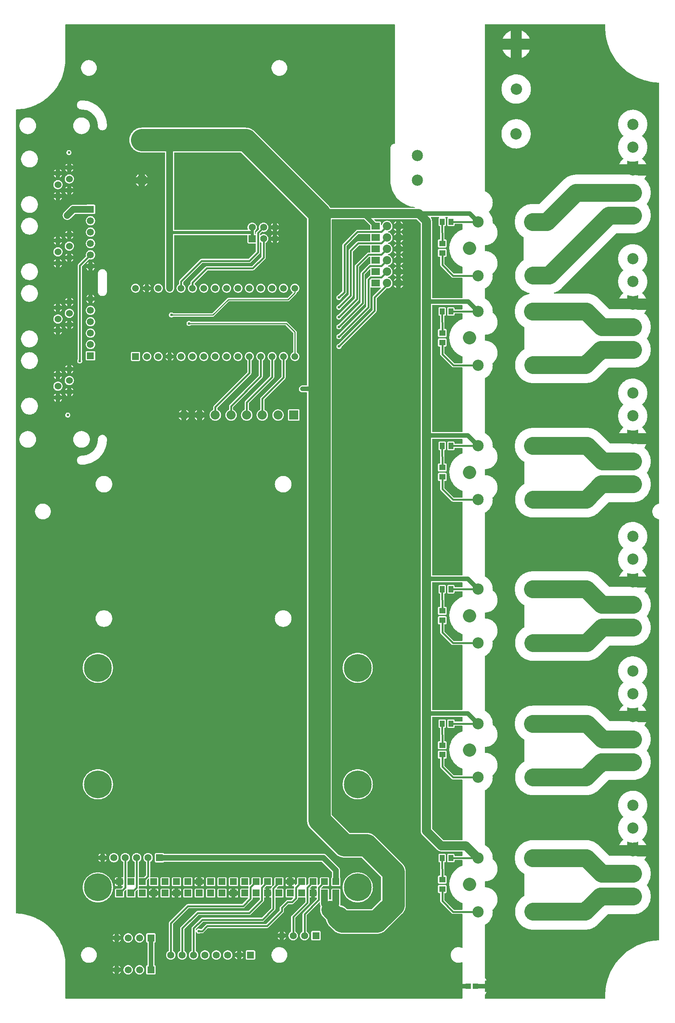
<source format=gtl>
G04 Layer: TopLayer*
G04 EasyEDA v6.5.9, 2022-07-29 15:52:37*
G04 80419b3afb544e71809359e13b9e66d5,1d0123f043c44c6e98dfa3af7fe3442e,10*
G04 Gerber Generator version 0.2*
G04 Scale: 100 percent, Rotated: No, Reflected: No *
G04 Dimensions in millimeters *
G04 leading zeros omitted , absolute positions ,4 integer and 5 decimal *
%FSLAX45Y45*%
%MOMM*%

%ADD10C,4.0000*%
%ADD11C,1.0000*%
%ADD12C,2.0000*%
%ADD13C,0.3810*%
%ADD14C,0.6350*%
%ADD15C,0.2540*%
%ADD16C,1.5000*%
%ADD17C,5.0000*%
%ADD18C,1.2700*%
%ADD19R,1.3995X1.3005*%
%ADD20R,1.1801X1.1999*%
%ADD21C,1.5748*%
%ADD22R,1.5748X1.5748*%
%ADD23C,2.5400*%
%ADD24R,1.8750X1.5000*%
%ADD25C,1.8750*%
%ADD26C,2.5000*%
%ADD27C,3.0000*%
%ADD28C,1.5240*%
%ADD29C,6.2001*%
%ADD30R,1.5000X1.5000*%
%ADD31R,2.0320X2.0320*%
%ADD32C,2.0320*%
%ADD33R,1.5080X1.5080*%
%ADD34C,1.5080*%
%ADD35C,0.6096*%
%ADD36C,0.0196*%

%LPD*%
G36*
X9330893Y15651480D02*
G01*
X9326981Y15652292D01*
X9323679Y15654477D01*
X9321495Y15657779D01*
X9320733Y15661640D01*
X9320733Y17373447D01*
X9320479Y17381220D01*
X9319768Y17388789D01*
X9318650Y17396307D01*
X9317024Y17403724D01*
X9314992Y17411039D01*
X9312503Y17418253D01*
X9309608Y17425263D01*
X9306306Y17432121D01*
X9302597Y17438674D01*
X9297009Y17446955D01*
X9295384Y17451019D01*
X9295638Y17455388D01*
X9297670Y17459198D01*
X9301175Y17461839D01*
X9305442Y17462804D01*
X9469983Y17462804D01*
X9474200Y17461890D01*
X9477654Y17459299D01*
X9479737Y17455540D01*
X9480042Y17451222D01*
X9478568Y17447158D01*
X9471406Y17440046D01*
X9468358Y17435118D01*
X9466427Y17429683D01*
X9465716Y17423333D01*
X9465716Y17286782D01*
X9466427Y17280432D01*
X9468358Y17274997D01*
X9471406Y17270069D01*
X9475520Y17266005D01*
X9480397Y17262906D01*
X9485884Y17261027D01*
X9493605Y17260316D01*
X9497466Y17259554D01*
X9500768Y17257318D01*
X9502952Y17254067D01*
X9503765Y17250156D01*
X9504629Y16974159D01*
X9503867Y16970248D01*
X9501632Y16966946D01*
X9498330Y16964761D01*
X9494469Y16963948D01*
X9480600Y16963948D01*
X9474250Y16963237D01*
X9468815Y16961358D01*
X9463887Y16958259D01*
X9459823Y16954144D01*
X9456724Y16949267D01*
X9454845Y16943781D01*
X9454134Y16937482D01*
X9454134Y16808551D01*
X9454845Y16802252D01*
X9456724Y16796816D01*
X9459823Y16791889D01*
X9463887Y16787825D01*
X9468815Y16784726D01*
X9474250Y16782796D01*
X9480600Y16782084D01*
X9619386Y16782084D01*
X9625736Y16782796D01*
X9631172Y16784726D01*
X9636099Y16787825D01*
X9640163Y16791889D01*
X9643262Y16796816D01*
X9645192Y16802252D01*
X9645904Y16808551D01*
X9645904Y16937482D01*
X9645192Y16943781D01*
X9643262Y16949267D01*
X9640163Y16954144D01*
X9636099Y16958259D01*
X9631172Y16961358D01*
X9625736Y16963237D01*
X9619386Y16963948D01*
X9604705Y16963948D01*
X9600793Y16964710D01*
X9597542Y16966946D01*
X9595307Y16970197D01*
X9594545Y16974108D01*
X9593681Y17250105D01*
X9594342Y17253762D01*
X9596272Y17256963D01*
X9599218Y17259198D01*
X9602825Y17260265D01*
X9610699Y17261027D01*
X9616084Y17262906D01*
X9621012Y17266005D01*
X9625076Y17270069D01*
X9628174Y17274997D01*
X9630105Y17280432D01*
X9630816Y17286782D01*
X9630816Y17423333D01*
X9630105Y17429683D01*
X9628174Y17435118D01*
X9625076Y17440046D01*
X9617964Y17447158D01*
X9616490Y17451222D01*
X9616795Y17455540D01*
X9618878Y17459299D01*
X9622332Y17461890D01*
X9626549Y17462804D01*
X9663226Y17462804D01*
X9667443Y17461890D01*
X9670897Y17459299D01*
X9672980Y17455540D01*
X9673285Y17451222D01*
X9671812Y17447158D01*
X9664700Y17440046D01*
X9661601Y17435118D01*
X9659670Y17429683D01*
X9658959Y17423333D01*
X9658959Y17286782D01*
X9659670Y17280432D01*
X9661601Y17274997D01*
X9664700Y17270069D01*
X9668764Y17266005D01*
X9673691Y17262906D01*
X9679127Y17261027D01*
X9685477Y17260316D01*
X9797592Y17260316D01*
X9803892Y17261027D01*
X9809378Y17262906D01*
X9814255Y17266005D01*
X9818370Y17270069D01*
X9821418Y17274997D01*
X9823348Y17280432D01*
X9824059Y17286782D01*
X9824059Y17299940D01*
X9824821Y17303851D01*
X9827006Y17307102D01*
X9830308Y17309338D01*
X9834219Y17310100D01*
X9989820Y17310100D01*
X9993731Y17309338D01*
X9997033Y17307102D01*
X9999218Y17303851D01*
X9999980Y17299940D01*
X9999980Y17193006D01*
X9999218Y17189094D01*
X9996982Y17185792D01*
X9993630Y17183608D01*
X9980625Y17178426D01*
X9962743Y17170400D01*
X9945166Y17161662D01*
X9927996Y17152061D01*
X9911283Y17141799D01*
X9895027Y17130776D01*
X9879330Y17119041D01*
X9864090Y17106595D01*
X9849459Y17093539D01*
X9835388Y17079772D01*
X9821976Y17065447D01*
X9809175Y17050562D01*
X9797084Y17035119D01*
X9785654Y17019117D01*
X9774986Y17002658D01*
X9765030Y16985742D01*
X9760305Y16977106D01*
X9751517Y16959580D01*
X9743490Y16941647D01*
X9736277Y16923410D01*
X9732924Y16914164D01*
X9726930Y16895470D01*
X9721748Y16876522D01*
X9717430Y16857370D01*
X9713976Y16838015D01*
X9711334Y16818559D01*
X9709607Y16799001D01*
X9708743Y16779392D01*
X9708591Y16769588D01*
X9708997Y16749928D01*
X9710318Y16730370D01*
X9712452Y16710812D01*
X9715449Y16691457D01*
X9719310Y16672153D01*
X9724034Y16653103D01*
X9729622Y16634307D01*
X9732670Y16624960D01*
X9739477Y16606519D01*
X9747097Y16588435D01*
X9751161Y16579494D01*
X9759950Y16561968D01*
X9769500Y16544798D01*
X9779812Y16528084D01*
X9790836Y16511828D01*
X9802571Y16496080D01*
X9815017Y16480891D01*
X9828072Y16466261D01*
X9841788Y16452189D01*
X9856114Y16438778D01*
X9871049Y16425976D01*
X9878669Y16419830D01*
X9894417Y16408095D01*
X9910622Y16397020D01*
X9918903Y16391737D01*
X9935870Y16381780D01*
X9953193Y16372586D01*
X9970922Y16364204D01*
X9979914Y16360292D01*
X9993630Y16354806D01*
X9996982Y16352621D01*
X9999218Y16349268D01*
X9999980Y16345357D01*
X9999980Y16210026D01*
X9999218Y16206114D01*
X9997033Y16202863D01*
X9993731Y16200628D01*
X9989820Y16199866D01*
X9814001Y16199866D01*
X9810140Y16200628D01*
X9806838Y16202863D01*
X9597847Y16411854D01*
X9595612Y16415156D01*
X9594850Y16419017D01*
X9594850Y16561866D01*
X9595612Y16565778D01*
X9597847Y16569080D01*
X9601098Y16571264D01*
X9605010Y16572026D01*
X9619386Y16572026D01*
X9625736Y16572738D01*
X9631172Y16574668D01*
X9636099Y16577767D01*
X9640163Y16581831D01*
X9643262Y16586758D01*
X9645192Y16592194D01*
X9645904Y16598493D01*
X9645904Y16727424D01*
X9645192Y16733723D01*
X9643262Y16739209D01*
X9640163Y16744086D01*
X9636099Y16748201D01*
X9631172Y16751300D01*
X9625736Y16753179D01*
X9619386Y16753890D01*
X9480600Y16753890D01*
X9474250Y16753179D01*
X9468815Y16751300D01*
X9463887Y16748201D01*
X9459823Y16744086D01*
X9456724Y16739209D01*
X9454845Y16733723D01*
X9454134Y16727424D01*
X9454134Y16598493D01*
X9454845Y16592194D01*
X9456724Y16586758D01*
X9459823Y16581831D01*
X9463887Y16577767D01*
X9468815Y16574668D01*
X9474250Y16572738D01*
X9480600Y16572026D01*
X9494774Y16572026D01*
X9498685Y16571264D01*
X9501936Y16569080D01*
X9504172Y16565778D01*
X9504934Y16561866D01*
X9504984Y16394480D01*
X9506153Y16385946D01*
X9508794Y16378072D01*
X9512858Y16370807D01*
X9518446Y16364102D01*
X9760661Y16121938D01*
X9767570Y16116706D01*
X9774986Y16113048D01*
X9782962Y16110762D01*
X9791649Y16109950D01*
X9989820Y16109950D01*
X9993731Y16109188D01*
X9997033Y16106952D01*
X9999218Y16103701D01*
X9999980Y16099790D01*
X9999980Y15661640D01*
X9999218Y15657779D01*
X9997033Y15654477D01*
X9993731Y15652292D01*
X9989820Y15651480D01*
G37*

%LPD*%
G36*
X9330893Y12664440D02*
G01*
X9326981Y12665252D01*
X9323679Y12667437D01*
X9321495Y12670739D01*
X9320733Y12674600D01*
X9320733Y15489529D01*
X9321495Y15493390D01*
X9323679Y15496692D01*
X9326981Y15498927D01*
X9330893Y15499689D01*
X9989820Y15499689D01*
X9993731Y15498927D01*
X9997033Y15496692D01*
X9999218Y15493390D01*
X9999980Y15489529D01*
X9999980Y15410129D01*
X9999218Y15406217D01*
X9997033Y15402915D01*
X9993731Y15400731D01*
X9989820Y15399969D01*
X9834219Y15399969D01*
X9830308Y15400731D01*
X9827006Y15402915D01*
X9824821Y15406217D01*
X9824059Y15410129D01*
X9824059Y15423337D01*
X9823348Y15429687D01*
X9821418Y15435122D01*
X9818370Y15440050D01*
X9814255Y15444114D01*
X9809378Y15447213D01*
X9803892Y15449092D01*
X9797592Y15449804D01*
X9685477Y15449804D01*
X9679127Y15449092D01*
X9673691Y15447213D01*
X9668764Y15444114D01*
X9664700Y15440050D01*
X9661601Y15435122D01*
X9659670Y15429687D01*
X9658959Y15423337D01*
X9658959Y15286786D01*
X9659670Y15280436D01*
X9661601Y15275001D01*
X9664700Y15270073D01*
X9668764Y15266009D01*
X9673691Y15262910D01*
X9679127Y15261031D01*
X9685477Y15260319D01*
X9797592Y15260319D01*
X9803892Y15261031D01*
X9809378Y15262910D01*
X9814255Y15266009D01*
X9818370Y15270073D01*
X9821418Y15275001D01*
X9823348Y15280436D01*
X9824059Y15286786D01*
X9824059Y15299893D01*
X9824821Y15303754D01*
X9827006Y15307056D01*
X9830308Y15309291D01*
X9834219Y15310053D01*
X9989820Y15310053D01*
X9993731Y15309240D01*
X9997033Y15307056D01*
X9999218Y15303754D01*
X9999980Y15299893D01*
X9999980Y15193010D01*
X9999218Y15189098D01*
X9996982Y15185796D01*
X9993630Y15183612D01*
X9980625Y15178430D01*
X9962743Y15170404D01*
X9945166Y15161666D01*
X9927996Y15152065D01*
X9911283Y15141803D01*
X9895027Y15130780D01*
X9879330Y15119045D01*
X9864090Y15106599D01*
X9849459Y15093543D01*
X9835388Y15079776D01*
X9821976Y15065451D01*
X9809175Y15050566D01*
X9797084Y15035123D01*
X9785654Y15019121D01*
X9774986Y15002662D01*
X9765030Y14985746D01*
X9760305Y14977110D01*
X9751517Y14959584D01*
X9743490Y14941651D01*
X9736277Y14923414D01*
X9732924Y14914168D01*
X9726930Y14895474D01*
X9721748Y14876526D01*
X9717430Y14857374D01*
X9713976Y14838019D01*
X9711334Y14818563D01*
X9709607Y14799005D01*
X9708743Y14779396D01*
X9708591Y14769592D01*
X9708997Y14749932D01*
X9710318Y14730374D01*
X9712452Y14710816D01*
X9715449Y14691461D01*
X9719310Y14672157D01*
X9724034Y14653107D01*
X9729622Y14634311D01*
X9732670Y14624964D01*
X9739477Y14606524D01*
X9747097Y14588439D01*
X9751161Y14579498D01*
X9759950Y14561972D01*
X9769500Y14544801D01*
X9779812Y14528088D01*
X9790836Y14511832D01*
X9802571Y14496084D01*
X9815017Y14480895D01*
X9828072Y14466265D01*
X9841788Y14452193D01*
X9856114Y14438782D01*
X9871049Y14425980D01*
X9878669Y14419834D01*
X9894417Y14408099D01*
X9910622Y14397024D01*
X9918903Y14391741D01*
X9935870Y14381784D01*
X9953193Y14372590D01*
X9970922Y14364207D01*
X9979914Y14360296D01*
X9993630Y14354810D01*
X9996982Y14352625D01*
X9999218Y14349272D01*
X9999980Y14345361D01*
X9999980Y14210030D01*
X9999218Y14206118D01*
X9997033Y14202867D01*
X9993731Y14200632D01*
X9989820Y14199869D01*
X9820097Y14199869D01*
X9816236Y14200632D01*
X9812934Y14202867D01*
X9597847Y14417954D01*
X9595612Y14421256D01*
X9594850Y14425117D01*
X9594850Y14561870D01*
X9595612Y14565782D01*
X9597847Y14569084D01*
X9601098Y14571268D01*
X9605010Y14572030D01*
X9619386Y14572030D01*
X9625736Y14572742D01*
X9631172Y14574672D01*
X9636099Y14577720D01*
X9640163Y14581835D01*
X9643262Y14586712D01*
X9645192Y14592198D01*
X9645904Y14598497D01*
X9645904Y14727428D01*
X9645192Y14733727D01*
X9643262Y14739213D01*
X9640163Y14744090D01*
X9636099Y14748205D01*
X9631172Y14751304D01*
X9625736Y14753183D01*
X9619386Y14753894D01*
X9480600Y14753894D01*
X9474250Y14753183D01*
X9468815Y14751304D01*
X9463887Y14748205D01*
X9459823Y14744090D01*
X9456724Y14739213D01*
X9454845Y14733727D01*
X9454134Y14727428D01*
X9454134Y14598497D01*
X9454845Y14592198D01*
X9456724Y14586712D01*
X9459823Y14581835D01*
X9463887Y14577720D01*
X9468815Y14574672D01*
X9474250Y14572742D01*
X9480600Y14572030D01*
X9494774Y14572030D01*
X9498685Y14571268D01*
X9501936Y14569084D01*
X9504172Y14565782D01*
X9504934Y14561870D01*
X9504984Y14400580D01*
X9506153Y14392046D01*
X9508794Y14384172D01*
X9512858Y14376907D01*
X9518446Y14370202D01*
X9766757Y14121942D01*
X9773666Y14116710D01*
X9781082Y14113052D01*
X9789058Y14110766D01*
X9797745Y14109954D01*
X9989820Y14109954D01*
X9993731Y14109192D01*
X9997033Y14106956D01*
X9999218Y14103705D01*
X9999980Y14099794D01*
X9999980Y12674600D01*
X9999218Y12670739D01*
X9997033Y12667437D01*
X9993731Y12665252D01*
X9989820Y12664440D01*
G37*

%LPC*%
G36*
X9480600Y14782088D02*
G01*
X9619386Y14782088D01*
X9625736Y14782800D01*
X9631172Y14784730D01*
X9636099Y14787778D01*
X9640163Y14791893D01*
X9643262Y14796769D01*
X9645192Y14802256D01*
X9645904Y14808555D01*
X9645904Y14937486D01*
X9645192Y14943785D01*
X9643262Y14949271D01*
X9640163Y14954148D01*
X9636099Y14958263D01*
X9631172Y14961362D01*
X9625736Y14963241D01*
X9619386Y14963952D01*
X9604705Y14963952D01*
X9600793Y14964714D01*
X9597542Y14966950D01*
X9595307Y14970201D01*
X9594545Y14974112D01*
X9593681Y15250109D01*
X9594342Y15253766D01*
X9596272Y15256967D01*
X9599218Y15259202D01*
X9602825Y15260269D01*
X9610699Y15261031D01*
X9616084Y15262910D01*
X9621012Y15266009D01*
X9625076Y15270073D01*
X9628174Y15275001D01*
X9630105Y15280436D01*
X9630816Y15286786D01*
X9630816Y15423337D01*
X9630105Y15429687D01*
X9628174Y15435122D01*
X9625076Y15440050D01*
X9621012Y15444114D01*
X9616084Y15447213D01*
X9610648Y15449092D01*
X9604298Y15449804D01*
X9492183Y15449804D01*
X9485884Y15449092D01*
X9480397Y15447213D01*
X9475520Y15444114D01*
X9471406Y15440050D01*
X9468358Y15435122D01*
X9466427Y15429687D01*
X9465716Y15423337D01*
X9465716Y15286786D01*
X9466427Y15280436D01*
X9468358Y15275001D01*
X9471406Y15270073D01*
X9475520Y15266009D01*
X9480397Y15262910D01*
X9485884Y15261031D01*
X9493605Y15260319D01*
X9497466Y15259557D01*
X9500768Y15257322D01*
X9502952Y15254071D01*
X9503765Y15250160D01*
X9504629Y14974163D01*
X9503867Y14970251D01*
X9501632Y14966950D01*
X9498330Y14964714D01*
X9494469Y14963952D01*
X9480600Y14963952D01*
X9474250Y14963241D01*
X9468815Y14961362D01*
X9463887Y14958263D01*
X9459823Y14954148D01*
X9456724Y14949271D01*
X9454845Y14943785D01*
X9454134Y14937486D01*
X9454134Y14808555D01*
X9454845Y14802256D01*
X9456724Y14796769D01*
X9459823Y14791893D01*
X9463887Y14787778D01*
X9468815Y14784730D01*
X9474250Y14782800D01*
G37*

%LPD*%
G36*
X9330893Y9460687D02*
G01*
X9326981Y9461449D01*
X9323679Y9463633D01*
X9321495Y9466935D01*
X9320733Y9470847D01*
X9320733Y12502489D01*
X9321495Y12506350D01*
X9323679Y12509652D01*
X9326981Y12511887D01*
X9330893Y12512649D01*
X9989820Y12512649D01*
X9993731Y12511887D01*
X9997033Y12509652D01*
X9999218Y12506350D01*
X9999980Y12502489D01*
X9999980Y12410135D01*
X9999218Y12406223D01*
X9997033Y12402921D01*
X9993731Y12400737D01*
X9989820Y12399975D01*
X9834219Y12399975D01*
X9830308Y12400737D01*
X9827006Y12402921D01*
X9824821Y12406223D01*
X9824059Y12410135D01*
X9824059Y12423343D01*
X9823348Y12429693D01*
X9821418Y12435128D01*
X9818370Y12440056D01*
X9814255Y12444120D01*
X9809378Y12447219D01*
X9803892Y12449098D01*
X9797592Y12449810D01*
X9685477Y12449810D01*
X9679127Y12449098D01*
X9673691Y12447219D01*
X9668764Y12444120D01*
X9664700Y12440056D01*
X9661601Y12435128D01*
X9659670Y12429693D01*
X9658959Y12423343D01*
X9658959Y12286792D01*
X9659670Y12280442D01*
X9661601Y12275007D01*
X9664700Y12270079D01*
X9668764Y12266015D01*
X9673691Y12262916D01*
X9679127Y12261037D01*
X9685477Y12260326D01*
X9797592Y12260326D01*
X9803892Y12261037D01*
X9809378Y12262916D01*
X9814255Y12266015D01*
X9818370Y12270079D01*
X9821418Y12275007D01*
X9823348Y12280442D01*
X9824059Y12286792D01*
X9824059Y12299899D01*
X9824821Y12303760D01*
X9827006Y12307062D01*
X9830308Y12309246D01*
X9834219Y12310059D01*
X9989820Y12310059D01*
X9993731Y12309246D01*
X9997033Y12307062D01*
X9999218Y12303760D01*
X9999980Y12299899D01*
X9999980Y12193016D01*
X9999218Y12189104D01*
X9996982Y12185802D01*
X9993630Y12183618D01*
X9980625Y12178436D01*
X9962743Y12170410D01*
X9945166Y12161672D01*
X9927996Y12152071D01*
X9911283Y12141809D01*
X9895027Y12130786D01*
X9879330Y12119051D01*
X9864090Y12106605D01*
X9849459Y12093549D01*
X9835388Y12079782D01*
X9821976Y12065457D01*
X9809175Y12050572D01*
X9797084Y12035129D01*
X9785654Y12019127D01*
X9774986Y12002668D01*
X9765030Y11985752D01*
X9760305Y11977116D01*
X9751517Y11959590D01*
X9743490Y11941657D01*
X9736277Y11923420D01*
X9732924Y11914174D01*
X9726930Y11895480D01*
X9721748Y11876532D01*
X9717430Y11857380D01*
X9713976Y11838025D01*
X9711334Y11818569D01*
X9709607Y11799011D01*
X9708743Y11779402D01*
X9708591Y11769598D01*
X9708997Y11749938D01*
X9710318Y11730380D01*
X9712452Y11710822D01*
X9715449Y11691467D01*
X9719310Y11672163D01*
X9724034Y11653113D01*
X9729622Y11634317D01*
X9732670Y11624970D01*
X9739477Y11606530D01*
X9747097Y11588445D01*
X9751161Y11579504D01*
X9759950Y11561978D01*
X9769500Y11544808D01*
X9779812Y11528094D01*
X9790836Y11511838D01*
X9802571Y11496090D01*
X9815017Y11480901D01*
X9828072Y11466271D01*
X9841788Y11452199D01*
X9856114Y11438788D01*
X9871049Y11425986D01*
X9878669Y11419840D01*
X9894417Y11408105D01*
X9910622Y11397030D01*
X9918903Y11391747D01*
X9935870Y11381790D01*
X9953193Y11372596D01*
X9970922Y11364214D01*
X9979914Y11360302D01*
X9993630Y11354816D01*
X9996982Y11352631D01*
X9999218Y11349278D01*
X9999980Y11345367D01*
X9999980Y11210036D01*
X9999218Y11206124D01*
X9997033Y11202873D01*
X9993731Y11200638D01*
X9989820Y11199876D01*
X9810191Y11199876D01*
X9806330Y11200638D01*
X9803028Y11202873D01*
X9597847Y11408054D01*
X9595612Y11411356D01*
X9594850Y11415217D01*
X9594850Y11561876D01*
X9595612Y11565788D01*
X9597847Y11569039D01*
X9601098Y11571274D01*
X9605010Y11572036D01*
X9619386Y11572036D01*
X9625736Y11572748D01*
X9631172Y11574678D01*
X9636099Y11577726D01*
X9640163Y11581841D01*
X9643262Y11586718D01*
X9645192Y11592204D01*
X9645904Y11598503D01*
X9645904Y11727434D01*
X9645192Y11733733D01*
X9643262Y11739219D01*
X9640163Y11744096D01*
X9636099Y11748211D01*
X9631172Y11751259D01*
X9625736Y11753189D01*
X9619386Y11753900D01*
X9480600Y11753900D01*
X9474250Y11753189D01*
X9468815Y11751259D01*
X9463887Y11748211D01*
X9459823Y11744096D01*
X9456724Y11739219D01*
X9454845Y11733733D01*
X9454134Y11727434D01*
X9454134Y11598503D01*
X9454845Y11592204D01*
X9456724Y11586718D01*
X9459823Y11581841D01*
X9463887Y11577726D01*
X9468815Y11574678D01*
X9474250Y11572748D01*
X9480600Y11572036D01*
X9494774Y11572036D01*
X9498685Y11571274D01*
X9501936Y11569039D01*
X9504172Y11565788D01*
X9504934Y11561876D01*
X9504984Y11390680D01*
X9506153Y11382146D01*
X9508794Y11374272D01*
X9512858Y11367008D01*
X9518446Y11360302D01*
X9756851Y11121948D01*
X9763760Y11116716D01*
X9771176Y11113058D01*
X9779152Y11110772D01*
X9787839Y11109960D01*
X9989820Y11109960D01*
X9993731Y11109198D01*
X9997033Y11106962D01*
X9999218Y11103711D01*
X9999980Y11099800D01*
X9999980Y9470847D01*
X9999218Y9466935D01*
X9997033Y9463633D01*
X9993731Y9461449D01*
X9989820Y9460687D01*
G37*

%LPC*%
G36*
X9480600Y11782094D02*
G01*
X9619386Y11782094D01*
X9625736Y11782806D01*
X9631172Y11784736D01*
X9636099Y11787784D01*
X9640163Y11791899D01*
X9643262Y11796776D01*
X9645192Y11802262D01*
X9645904Y11808561D01*
X9645904Y11937492D01*
X9645192Y11943791D01*
X9643262Y11949277D01*
X9640163Y11954154D01*
X9636099Y11958269D01*
X9631172Y11961317D01*
X9625736Y11963247D01*
X9619386Y11963958D01*
X9604705Y11963958D01*
X9600793Y11964720D01*
X9597542Y11966905D01*
X9595307Y11970207D01*
X9594545Y11974068D01*
X9593681Y12250115D01*
X9594342Y12253772D01*
X9596272Y12256973D01*
X9599218Y12259208D01*
X9602825Y12260275D01*
X9610699Y12261037D01*
X9616084Y12262916D01*
X9621012Y12266015D01*
X9625076Y12270079D01*
X9628174Y12275007D01*
X9630105Y12280442D01*
X9630816Y12286792D01*
X9630816Y12423343D01*
X9630105Y12429693D01*
X9628174Y12435128D01*
X9625076Y12440056D01*
X9621012Y12444120D01*
X9616084Y12447219D01*
X9610648Y12449098D01*
X9604298Y12449810D01*
X9492183Y12449810D01*
X9485884Y12449098D01*
X9480397Y12447219D01*
X9475520Y12444120D01*
X9471406Y12440056D01*
X9468358Y12435128D01*
X9466427Y12429693D01*
X9465716Y12423343D01*
X9465716Y12286792D01*
X9466427Y12280442D01*
X9468358Y12275007D01*
X9471406Y12270079D01*
X9475520Y12266015D01*
X9480397Y12262916D01*
X9485884Y12261037D01*
X9493605Y12260326D01*
X9497466Y12259564D01*
X9500768Y12257328D01*
X9502952Y12254077D01*
X9503765Y12250166D01*
X9504629Y11974169D01*
X9503867Y11970258D01*
X9501632Y11966956D01*
X9498330Y11964720D01*
X9494469Y11963958D01*
X9480600Y11963958D01*
X9474250Y11963247D01*
X9468815Y11961317D01*
X9463887Y11958269D01*
X9459823Y11954154D01*
X9456724Y11949277D01*
X9454845Y11943791D01*
X9454134Y11937492D01*
X9454134Y11808561D01*
X9454845Y11802262D01*
X9456724Y11796776D01*
X9459823Y11791899D01*
X9463887Y11787784D01*
X9468815Y11784736D01*
X9474250Y11782806D01*
G37*

%LPD*%
G36*
X9330893Y6460083D02*
G01*
X9326981Y6460845D01*
X9323679Y6463080D01*
X9321495Y6466332D01*
X9320733Y6470243D01*
X9320733Y9298686D01*
X9321495Y9302597D01*
X9323679Y9305899D01*
X9326981Y9308084D01*
X9330893Y9308846D01*
X9989820Y9308846D01*
X9993731Y9308084D01*
X9997033Y9305899D01*
X9999218Y9302597D01*
X9999980Y9298686D01*
X9999980Y9210141D01*
X9999218Y9206230D01*
X9997033Y9202928D01*
X9993731Y9200743D01*
X9989820Y9199981D01*
X9834219Y9199981D01*
X9830308Y9200743D01*
X9827006Y9202928D01*
X9824821Y9206230D01*
X9824059Y9210141D01*
X9824059Y9223197D01*
X9823348Y9229547D01*
X9821418Y9234982D01*
X9818370Y9239910D01*
X9814255Y9243974D01*
X9809378Y9247073D01*
X9803892Y9248952D01*
X9797592Y9249664D01*
X9685477Y9249664D01*
X9679127Y9248952D01*
X9673691Y9247073D01*
X9668764Y9243974D01*
X9664700Y9239910D01*
X9661601Y9234982D01*
X9659670Y9229547D01*
X9658959Y9223197D01*
X9658959Y9086646D01*
X9659670Y9080296D01*
X9661601Y9074861D01*
X9664700Y9069933D01*
X9668764Y9065869D01*
X9673691Y9062770D01*
X9679127Y9060891D01*
X9685477Y9060180D01*
X9797592Y9060180D01*
X9803892Y9060891D01*
X9809378Y9062770D01*
X9814255Y9065869D01*
X9818370Y9069933D01*
X9821418Y9074861D01*
X9823348Y9080296D01*
X9824059Y9086646D01*
X9824059Y9099905D01*
X9824821Y9103766D01*
X9827006Y9107068D01*
X9830308Y9109252D01*
X9834219Y9110065D01*
X9989820Y9110065D01*
X9993731Y9109252D01*
X9997033Y9107068D01*
X9999218Y9103766D01*
X9999980Y9099905D01*
X9999980Y8993022D01*
X9999218Y8989110D01*
X9996982Y8985808D01*
X9993630Y8983624D01*
X9980625Y8978442D01*
X9962743Y8970416D01*
X9945166Y8961678D01*
X9927996Y8952077D01*
X9911283Y8941816D01*
X9895027Y8930792D01*
X9879330Y8919057D01*
X9864090Y8906611D01*
X9849459Y8893556D01*
X9835388Y8879789D01*
X9821976Y8865463D01*
X9809175Y8850579D01*
X9797084Y8835136D01*
X9785654Y8819134D01*
X9774986Y8802674D01*
X9765030Y8785758D01*
X9760305Y8777122D01*
X9751517Y8759596D01*
X9743490Y8741664D01*
X9736277Y8723426D01*
X9732924Y8714181D01*
X9726930Y8695486D01*
X9721748Y8676538D01*
X9717430Y8657386D01*
X9713976Y8638032D01*
X9711334Y8618575D01*
X9709607Y8599017D01*
X9708743Y8579408D01*
X9708591Y8569604D01*
X9708997Y8549944D01*
X9710318Y8530386D01*
X9712452Y8510828D01*
X9715449Y8491474D01*
X9719310Y8472170D01*
X9724034Y8453120D01*
X9729622Y8434324D01*
X9732670Y8424976D01*
X9739477Y8406536D01*
X9747097Y8388451D01*
X9751161Y8379510D01*
X9759950Y8361984D01*
X9769500Y8344814D01*
X9779812Y8328101D01*
X9790836Y8311845D01*
X9802571Y8296097D01*
X9815017Y8280908D01*
X9828072Y8266277D01*
X9841788Y8252206D01*
X9856114Y8238794D01*
X9871049Y8225993D01*
X9878669Y8219846D01*
X9894417Y8208111D01*
X9910622Y8197037D01*
X9918903Y8191753D01*
X9935870Y8181797D01*
X9953193Y8172602D01*
X9970922Y8164220D01*
X9979914Y8160308D01*
X9993630Y8154822D01*
X9996982Y8152638D01*
X9999218Y8149285D01*
X9999980Y8145373D01*
X9999980Y8010144D01*
X9999218Y8006232D01*
X9997033Y8002981D01*
X9993731Y8000746D01*
X9989820Y7999984D01*
X9809683Y7999984D01*
X9805822Y8000746D01*
X9802520Y8002981D01*
X9597847Y8207654D01*
X9595612Y8210956D01*
X9594850Y8214817D01*
X9594850Y8361883D01*
X9595612Y8365744D01*
X9597847Y8369046D01*
X9601098Y8371281D01*
X9605010Y8372043D01*
X9619386Y8372043D01*
X9625736Y8372754D01*
X9631172Y8374684D01*
X9636099Y8377732D01*
X9640163Y8381847D01*
X9643262Y8386724D01*
X9645192Y8392210D01*
X9645904Y8398510D01*
X9645904Y8527440D01*
X9645192Y8533739D01*
X9643262Y8539226D01*
X9640163Y8544102D01*
X9636099Y8548217D01*
X9631172Y8551265D01*
X9625736Y8553196D01*
X9619386Y8553907D01*
X9480600Y8553907D01*
X9474250Y8553196D01*
X9468815Y8551265D01*
X9463887Y8548217D01*
X9459823Y8544102D01*
X9456724Y8539226D01*
X9454845Y8533739D01*
X9454134Y8527440D01*
X9454134Y8398510D01*
X9454845Y8392210D01*
X9456724Y8386724D01*
X9459823Y8381847D01*
X9463887Y8377732D01*
X9468815Y8374684D01*
X9474250Y8372754D01*
X9480600Y8372043D01*
X9494774Y8372043D01*
X9498685Y8371281D01*
X9501936Y8369046D01*
X9504172Y8365744D01*
X9504934Y8361883D01*
X9504984Y8190280D01*
X9506153Y8181746D01*
X9508794Y8173872D01*
X9512858Y8166608D01*
X9518446Y8159902D01*
X9756343Y7922056D01*
X9763252Y7916824D01*
X9770668Y7913166D01*
X9778644Y7910880D01*
X9787331Y7910068D01*
X9989820Y7910068D01*
X9993731Y7909306D01*
X9997033Y7907070D01*
X9999218Y7903819D01*
X9999980Y7899908D01*
X9999980Y6470243D01*
X9999218Y6466332D01*
X9997033Y6463080D01*
X9993731Y6460845D01*
X9989820Y6460083D01*
G37*

%LPC*%
G36*
X9480600Y8582101D02*
G01*
X9619386Y8582101D01*
X9625736Y8582812D01*
X9631172Y8584742D01*
X9636099Y8587790D01*
X9640163Y8591905D01*
X9643262Y8596782D01*
X9645192Y8602268D01*
X9645904Y8608568D01*
X9645904Y8737498D01*
X9645192Y8743797D01*
X9643262Y8749284D01*
X9640163Y8754160D01*
X9636099Y8758275D01*
X9631172Y8761323D01*
X9625736Y8763254D01*
X9619386Y8763965D01*
X9604705Y8763965D01*
X9600793Y8764727D01*
X9597542Y8766911D01*
X9595307Y8770213D01*
X9594545Y8774074D01*
X9593681Y9049969D01*
X9594342Y9053626D01*
X9596272Y9056827D01*
X9599218Y9059062D01*
X9602825Y9060129D01*
X9610699Y9060891D01*
X9616084Y9062770D01*
X9621012Y9065869D01*
X9625076Y9069933D01*
X9628174Y9074861D01*
X9630105Y9080296D01*
X9630816Y9086646D01*
X9630816Y9223197D01*
X9630105Y9229547D01*
X9628174Y9234982D01*
X9625076Y9239910D01*
X9621012Y9243974D01*
X9616084Y9247073D01*
X9610648Y9248952D01*
X9604298Y9249664D01*
X9492183Y9249664D01*
X9485884Y9248952D01*
X9480397Y9247073D01*
X9475520Y9243974D01*
X9471406Y9239910D01*
X9468358Y9234982D01*
X9466427Y9229547D01*
X9465716Y9223197D01*
X9465716Y9086646D01*
X9466427Y9080296D01*
X9468358Y9074861D01*
X9471406Y9069933D01*
X9475520Y9065869D01*
X9480397Y9062770D01*
X9485884Y9060891D01*
X9493605Y9060180D01*
X9497466Y9059418D01*
X9500768Y9057182D01*
X9502952Y9053931D01*
X9503765Y9050020D01*
X9504629Y8774176D01*
X9503867Y8770264D01*
X9501632Y8766962D01*
X9498330Y8764727D01*
X9494469Y8763965D01*
X9480600Y8763965D01*
X9474250Y8763254D01*
X9468815Y8761323D01*
X9463887Y8758275D01*
X9459823Y8754160D01*
X9456724Y8749284D01*
X9454845Y8743797D01*
X9454134Y8737498D01*
X9454134Y8608568D01*
X9454845Y8602268D01*
X9456724Y8596782D01*
X9459823Y8591905D01*
X9463887Y8587790D01*
X9468815Y8584742D01*
X9474250Y8582812D01*
G37*

%LPD*%
G36*
X9581337Y3554882D02*
G01*
X9577476Y3555695D01*
X9574174Y3557879D01*
X9323679Y3808374D01*
X9321495Y3811676D01*
X9320733Y3815537D01*
X9320733Y6298082D01*
X9321495Y6301994D01*
X9323679Y6305296D01*
X9326981Y6307480D01*
X9330893Y6308242D01*
X9989820Y6308242D01*
X9993731Y6307480D01*
X9997033Y6305296D01*
X9999218Y6301994D01*
X9999980Y6298082D01*
X9999980Y6210096D01*
X9999218Y6206236D01*
X9997033Y6202934D01*
X9993731Y6200749D01*
X9989820Y6199936D01*
X9834219Y6199936D01*
X9830308Y6200749D01*
X9827006Y6202934D01*
X9824821Y6206236D01*
X9824059Y6210096D01*
X9824059Y6223203D01*
X9823348Y6229553D01*
X9821418Y6234988D01*
X9818370Y6239916D01*
X9814255Y6243980D01*
X9809378Y6247079D01*
X9803892Y6248958D01*
X9797592Y6249670D01*
X9685477Y6249670D01*
X9679127Y6248958D01*
X9673691Y6247079D01*
X9668764Y6243980D01*
X9664700Y6239916D01*
X9661601Y6234988D01*
X9659670Y6229553D01*
X9658959Y6223203D01*
X9658959Y6086652D01*
X9659670Y6080302D01*
X9661601Y6074867D01*
X9664700Y6069939D01*
X9668764Y6065875D01*
X9673691Y6062776D01*
X9679127Y6060897D01*
X9685477Y6060186D01*
X9797592Y6060186D01*
X9803892Y6060897D01*
X9809378Y6062776D01*
X9814255Y6065875D01*
X9818370Y6069939D01*
X9821418Y6074867D01*
X9823348Y6080302D01*
X9824059Y6086652D01*
X9824059Y6099860D01*
X9824821Y6103772D01*
X9827006Y6107074D01*
X9830308Y6109258D01*
X9834219Y6110020D01*
X9989820Y6110020D01*
X9993731Y6109258D01*
X9997033Y6107074D01*
X9999218Y6103772D01*
X9999980Y6099860D01*
X9999980Y5993028D01*
X9999218Y5989116D01*
X9996982Y5985814D01*
X9993630Y5983630D01*
X9980625Y5978448D01*
X9962743Y5970422D01*
X9945166Y5961684D01*
X9927996Y5952083D01*
X9911283Y5941822D01*
X9895027Y5930798D01*
X9879330Y5919063D01*
X9864090Y5906617D01*
X9849459Y5893562D01*
X9835388Y5879795D01*
X9821976Y5865469D01*
X9809175Y5850585D01*
X9797084Y5835142D01*
X9785654Y5819140D01*
X9774986Y5802680D01*
X9765030Y5785764D01*
X9760305Y5777128D01*
X9751517Y5759602D01*
X9743490Y5741670D01*
X9736277Y5723432D01*
X9732924Y5714187D01*
X9726930Y5695492D01*
X9721748Y5676544D01*
X9717430Y5657392D01*
X9713976Y5638038D01*
X9711334Y5618581D01*
X9709607Y5599023D01*
X9708743Y5579414D01*
X9708591Y5569610D01*
X9708997Y5549950D01*
X9710318Y5530392D01*
X9712452Y5510834D01*
X9715449Y5491480D01*
X9719310Y5472176D01*
X9724034Y5453126D01*
X9729622Y5434330D01*
X9732670Y5424982D01*
X9739477Y5406542D01*
X9747097Y5388457D01*
X9751161Y5379516D01*
X9759950Y5361990D01*
X9769500Y5344820D01*
X9779812Y5328107D01*
X9790836Y5311851D01*
X9802571Y5296103D01*
X9815017Y5280914D01*
X9828072Y5266283D01*
X9841788Y5252212D01*
X9856114Y5238800D01*
X9871049Y5225999D01*
X9878669Y5219852D01*
X9894417Y5208117D01*
X9910622Y5197043D01*
X9918903Y5191760D01*
X9935870Y5181803D01*
X9953193Y5172608D01*
X9970922Y5164226D01*
X9979914Y5160314D01*
X9993630Y5154828D01*
X9996982Y5152644D01*
X9999218Y5149291D01*
X9999980Y5145379D01*
X9999980Y5010150D01*
X9999218Y5006238D01*
X9997033Y5002987D01*
X9993731Y5000752D01*
X9989820Y4999990D01*
X9812477Y4999990D01*
X9808616Y5000752D01*
X9805314Y5002987D01*
X9597847Y5210454D01*
X9595612Y5213756D01*
X9594850Y5217617D01*
X9594850Y5361889D01*
X9595612Y5365750D01*
X9597847Y5369052D01*
X9601098Y5371287D01*
X9605010Y5372049D01*
X9619386Y5372049D01*
X9625736Y5372760D01*
X9631172Y5374640D01*
X9636099Y5377738D01*
X9640163Y5381853D01*
X9643262Y5386730D01*
X9645192Y5392216D01*
X9645904Y5398516D01*
X9645904Y5527446D01*
X9645192Y5533745D01*
X9643262Y5539232D01*
X9640163Y5544108D01*
X9636099Y5548223D01*
X9631172Y5551271D01*
X9625736Y5553202D01*
X9619386Y5553913D01*
X9480600Y5553913D01*
X9474250Y5553202D01*
X9468815Y5551271D01*
X9463887Y5548223D01*
X9459823Y5544108D01*
X9456724Y5539232D01*
X9454845Y5533745D01*
X9454134Y5527446D01*
X9454134Y5398516D01*
X9454845Y5392216D01*
X9456724Y5386730D01*
X9459823Y5381853D01*
X9463887Y5377738D01*
X9468815Y5374640D01*
X9474250Y5372760D01*
X9480600Y5372049D01*
X9494774Y5372049D01*
X9498685Y5371287D01*
X9501936Y5369052D01*
X9504172Y5365750D01*
X9504934Y5361889D01*
X9504984Y5193080D01*
X9506153Y5184546D01*
X9508794Y5176672D01*
X9512858Y5169408D01*
X9518446Y5162702D01*
X9759137Y4922062D01*
X9766046Y4916830D01*
X9773462Y4913172D01*
X9781438Y4910886D01*
X9790125Y4910074D01*
X9989820Y4910074D01*
X9993731Y4909312D01*
X9997033Y4907076D01*
X9999218Y4903825D01*
X9999980Y4899914D01*
X9999980Y3565042D01*
X9999218Y3561181D01*
X9997033Y3557879D01*
X9993731Y3555695D01*
X9989820Y3554882D01*
G37*

%LPC*%
G36*
X9480600Y5582107D02*
G01*
X9619386Y5582107D01*
X9625736Y5582818D01*
X9631172Y5584698D01*
X9636099Y5587796D01*
X9640163Y5591911D01*
X9643262Y5596788D01*
X9645192Y5602274D01*
X9645904Y5608574D01*
X9645904Y5737504D01*
X9645192Y5743803D01*
X9643262Y5749290D01*
X9640163Y5754166D01*
X9636099Y5758281D01*
X9631172Y5761329D01*
X9625736Y5763260D01*
X9619386Y5763971D01*
X9604705Y5763971D01*
X9600793Y5764733D01*
X9597542Y5766917D01*
X9595307Y5770219D01*
X9594545Y5774080D01*
X9593681Y6049975D01*
X9594342Y6053632D01*
X9596272Y6056833D01*
X9599218Y6059068D01*
X9602825Y6060135D01*
X9610699Y6060897D01*
X9616084Y6062776D01*
X9621012Y6065875D01*
X9625076Y6069939D01*
X9628174Y6074867D01*
X9630105Y6080302D01*
X9630816Y6086652D01*
X9630816Y6223203D01*
X9630105Y6229553D01*
X9628174Y6234988D01*
X9625076Y6239916D01*
X9621012Y6243980D01*
X9616084Y6247079D01*
X9610648Y6248958D01*
X9604298Y6249670D01*
X9492183Y6249670D01*
X9485884Y6248958D01*
X9480397Y6247079D01*
X9475520Y6243980D01*
X9471406Y6239916D01*
X9468358Y6234988D01*
X9466427Y6229553D01*
X9465716Y6223203D01*
X9465716Y6086652D01*
X9466427Y6080302D01*
X9468358Y6074867D01*
X9471406Y6069939D01*
X9475520Y6065875D01*
X9480397Y6062776D01*
X9485884Y6060897D01*
X9493605Y6060186D01*
X9497466Y6059424D01*
X9500768Y6057188D01*
X9502952Y6053937D01*
X9503765Y6050026D01*
X9504629Y5774131D01*
X9503867Y5770270D01*
X9501632Y5766968D01*
X9498330Y5764733D01*
X9494469Y5763971D01*
X9480600Y5763971D01*
X9474250Y5763260D01*
X9468815Y5761329D01*
X9463887Y5758281D01*
X9459823Y5754166D01*
X9456724Y5749290D01*
X9454845Y5743803D01*
X9454134Y5737504D01*
X9454134Y5608574D01*
X9454845Y5602274D01*
X9456724Y5596788D01*
X9459823Y5591911D01*
X9463887Y5587796D01*
X9468815Y5584698D01*
X9474250Y5582818D01*
G37*

%LPD*%
G36*
X1149756Y16510D02*
G01*
X1145895Y17272D01*
X1142593Y19507D01*
X1140358Y22758D01*
X1139596Y26670D01*
X1139596Y790498D01*
X1138580Y839012D01*
X1135481Y886714D01*
X1130401Y934212D01*
X1123289Y981506D01*
X1114196Y1028446D01*
X1103122Y1074928D01*
X1090066Y1120902D01*
X1075080Y1166266D01*
X1058164Y1210970D01*
X1039368Y1254912D01*
X1018743Y1298041D01*
X996340Y1340256D01*
X972108Y1381455D01*
X946150Y1421587D01*
X918565Y1460601D01*
X889304Y1498396D01*
X858469Y1534922D01*
X826109Y1570126D01*
X792276Y1603908D01*
X757072Y1636217D01*
X720496Y1667002D01*
X682701Y1696212D01*
X643636Y1723796D01*
X603504Y1749653D01*
X562254Y1773834D01*
X520039Y1796237D01*
X476859Y1816811D01*
X432917Y1835556D01*
X388162Y1852371D01*
X342798Y1867357D01*
X296773Y1880311D01*
X250291Y1891385D01*
X203352Y1900428D01*
X156057Y1907438D01*
X108559Y1912518D01*
X62230Y1915464D01*
X49530Y1915769D01*
X45720Y1916582D01*
X42519Y1918817D01*
X40335Y1922068D01*
X39624Y1925929D01*
X39624Y19855281D01*
X40335Y19859142D01*
X42519Y19862393D01*
X45720Y19864628D01*
X49530Y19865441D01*
X62230Y19865746D01*
X109829Y19868794D01*
X157327Y19873874D01*
X204622Y19880986D01*
X251510Y19890079D01*
X297992Y19901204D01*
X343966Y19914260D01*
X389382Y19929246D01*
X434085Y19946112D01*
X478028Y19964908D01*
X521157Y19985532D01*
X563321Y20007986D01*
X604570Y20032218D01*
X644702Y20058126D01*
X683717Y20085761D01*
X721512Y20115022D01*
X758037Y20145857D01*
X793191Y20178166D01*
X826973Y20211999D01*
X859282Y20247203D01*
X890066Y20283779D01*
X919276Y20321625D01*
X946861Y20360640D01*
X972769Y20400822D01*
X996950Y20442072D01*
X1019352Y20484287D01*
X1039926Y20527416D01*
X1058621Y20571409D01*
X1075486Y20616113D01*
X1090422Y20661528D01*
X1103426Y20707502D01*
X1114450Y20754035D01*
X1123492Y20800923D01*
X1130554Y20848218D01*
X1135583Y20895767D01*
X1138631Y20943468D01*
X1139596Y20990712D01*
X1139596Y21754541D01*
X1140358Y21758402D01*
X1142593Y21761704D01*
X1145895Y21763939D01*
X1149756Y21764701D01*
X8483041Y21764701D01*
X8486952Y21763939D01*
X8490204Y21761704D01*
X8492439Y21758402D01*
X8493201Y21754541D01*
X8493201Y19110401D01*
X8492490Y19106692D01*
X8490458Y19103441D01*
X8487410Y19101206D01*
X8483701Y19100241D01*
X8480044Y19100038D01*
X8467090Y19097447D01*
X8454593Y19093230D01*
X8442756Y19087388D01*
X8431784Y19080022D01*
X8421878Y19071336D01*
X8413140Y19061430D01*
X8405825Y19050457D01*
X8399983Y19038620D01*
X8395766Y19026124D01*
X8393176Y19013170D01*
X8392312Y18999657D01*
X8392312Y18282666D01*
X8393226Y18248833D01*
X8396071Y18215203D01*
X8400796Y18181828D01*
X8407349Y18148808D01*
X8415782Y18116143D01*
X8425992Y18084038D01*
X8438032Y18052542D01*
X8451799Y18021757D01*
X8467293Y17991836D01*
X8484412Y17962778D01*
X8503107Y17934787D01*
X8523376Y17907863D01*
X8545118Y17882108D01*
X8568283Y17857622D01*
X8592769Y17834457D01*
X8618524Y17812715D01*
X8645499Y17792446D01*
X8673490Y17773700D01*
X8702548Y17756581D01*
X8732469Y17741087D01*
X8763254Y17727320D01*
X8794750Y17715331D01*
X8826855Y17705070D01*
X8859469Y17696637D01*
X8892540Y17690084D01*
X8925915Y17685359D01*
X8931656Y17684902D01*
X8935872Y17683581D01*
X8939123Y17680635D01*
X8940800Y17676571D01*
X8940596Y17672151D01*
X8938564Y17668240D01*
X8935110Y17665547D01*
X8930792Y17664582D01*
X7058812Y17664582D01*
X7055408Y17665192D01*
X7052360Y17666919D01*
X7050074Y17669560D01*
X7044232Y17679924D01*
X7038187Y17689626D01*
X7034733Y17694402D01*
X7031736Y17699024D01*
X7024928Y17708168D01*
X7017715Y17717008D01*
X7010196Y17725542D01*
X7002170Y17733924D01*
X5358536Y19377558D01*
X5350154Y19385584D01*
X5341620Y19393103D01*
X5332780Y19400316D01*
X5323636Y19407124D01*
X5314238Y19413575D01*
X5309158Y19416572D01*
X5304536Y19419620D01*
X5294630Y19425208D01*
X5284470Y19430441D01*
X5274157Y19435267D01*
X5268620Y19437400D01*
X5263591Y19439636D01*
X5258003Y19441515D01*
X5252872Y19443547D01*
X5242052Y19447002D01*
X5231028Y19450050D01*
X5219954Y19452590D01*
X5208727Y19454723D01*
X5197449Y19456349D01*
X5186070Y19457568D01*
X5174691Y19458228D01*
X5163108Y19458482D01*
X2843479Y19458482D01*
X2820517Y19457568D01*
X2797860Y19454723D01*
X2775559Y19450050D01*
X2753715Y19443547D01*
X2732430Y19435267D01*
X2711958Y19425208D01*
X2692349Y19413575D01*
X2673807Y19400316D01*
X2656433Y19385584D01*
X2640279Y19369430D01*
X2625547Y19352056D01*
X2612288Y19333514D01*
X2600655Y19313906D01*
X2590596Y19293433D01*
X2582316Y19272148D01*
X2575814Y19250304D01*
X2571140Y19228003D01*
X2568295Y19205346D01*
X2567381Y19182588D01*
X2568295Y19159829D01*
X2571140Y19137172D01*
X2575814Y19114871D01*
X2582316Y19093027D01*
X2590596Y19071742D01*
X2600655Y19051270D01*
X2612288Y19031661D01*
X2625547Y19013119D01*
X2640279Y18995745D01*
X2656433Y18979591D01*
X2673807Y18964859D01*
X2692349Y18951600D01*
X2711958Y18939967D01*
X2732430Y18929908D01*
X2753715Y18921628D01*
X2775559Y18915126D01*
X2797860Y18910452D01*
X2820517Y18907607D01*
X2843479Y18906693D01*
X3356051Y18906693D01*
X3359912Y18905931D01*
X3363214Y18903696D01*
X3365398Y18900394D01*
X3366211Y18896533D01*
X3366211Y15880994D01*
X3365804Y15875000D01*
X3366719Y15861487D01*
X3369411Y15848228D01*
X3373831Y15835477D01*
X3379978Y15823387D01*
X3387598Y15812211D01*
X3396691Y15802203D01*
X3407003Y15793466D01*
X3418433Y15786201D01*
X3430676Y15780461D01*
X3443630Y15776498D01*
X3456940Y15774212D01*
X3470503Y15773755D01*
X3483965Y15775127D01*
X3497122Y15778276D01*
X3509721Y15783102D01*
X3521608Y15789605D01*
X3532479Y15797631D01*
X3542233Y15807080D01*
X3550615Y15817697D01*
X3557524Y15829330D01*
X3562756Y15841776D01*
X3566363Y15854832D01*
X3568141Y15868243D01*
X3567988Y15883585D01*
X3567988Y17051782D01*
X3568801Y17055693D01*
X3570986Y17058944D01*
X3574287Y17061180D01*
X3578148Y17061942D01*
X5193792Y17061942D01*
X5197703Y17061180D01*
X5200954Y17058944D01*
X5203190Y17055693D01*
X5203952Y17051782D01*
X5203952Y16901718D01*
X5204663Y16895419D01*
X5206593Y16889933D01*
X5209641Y16885056D01*
X5213756Y16880941D01*
X5218633Y16877893D01*
X5224119Y16875963D01*
X5230418Y16875252D01*
X5380482Y16875252D01*
X5384393Y16874490D01*
X5387644Y16872254D01*
X5389880Y16869003D01*
X5390642Y16865092D01*
X5390642Y16697909D01*
X5389880Y16694048D01*
X5387644Y16690746D01*
X5229453Y16532555D01*
X5226151Y16530319D01*
X5222290Y16529557D01*
X4176572Y16529507D01*
X4168038Y16528338D01*
X4160164Y16525697D01*
X4152900Y16521633D01*
X4146194Y16516045D01*
X3688130Y16057930D01*
X3682898Y16051022D01*
X3679240Y16043605D01*
X3676954Y16035629D01*
X3676142Y16026942D01*
X3676142Y15971774D01*
X3675583Y15968421D01*
X3673957Y15965474D01*
X3671468Y15963188D01*
X3661003Y15956534D01*
X3650691Y15947796D01*
X3641598Y15937788D01*
X3633978Y15926612D01*
X3627831Y15914522D01*
X3623411Y15901771D01*
X3620719Y15888512D01*
X3619804Y15875000D01*
X3620719Y15861487D01*
X3623411Y15848228D01*
X3627831Y15835477D01*
X3633978Y15823387D01*
X3641598Y15812211D01*
X3650691Y15802203D01*
X3661003Y15793466D01*
X3672433Y15786201D01*
X3684676Y15780461D01*
X3697630Y15776498D01*
X3710940Y15774212D01*
X3724503Y15773755D01*
X3737965Y15775127D01*
X3751122Y15778276D01*
X3763721Y15783102D01*
X3775608Y15789605D01*
X3786479Y15797631D01*
X3796233Y15807080D01*
X3804615Y15817697D01*
X3811524Y15829330D01*
X3816756Y15841776D01*
X3820363Y15854832D01*
X3822141Y15868243D01*
X3822141Y15881756D01*
X3820363Y15895167D01*
X3816756Y15908223D01*
X3811524Y15920669D01*
X3804615Y15932302D01*
X3796233Y15942919D01*
X3786479Y15952368D01*
X3775608Y15960394D01*
X3771341Y15962731D01*
X3768547Y15964966D01*
X3766718Y15968065D01*
X3766058Y15971621D01*
X3766058Y16004590D01*
X3766820Y16008451D01*
X3769055Y16011753D01*
X4193946Y16436644D01*
X4197248Y16438880D01*
X4201109Y16439642D01*
X5246827Y16439692D01*
X5255361Y16440861D01*
X5263235Y16443502D01*
X5270500Y16447566D01*
X5277205Y16453154D01*
X5468569Y16644569D01*
X5473801Y16651478D01*
X5477459Y16658894D01*
X5479745Y16666870D01*
X5480558Y16675557D01*
X5480558Y16890542D01*
X5481269Y16894352D01*
X5483402Y16897604D01*
X5486501Y16899839D01*
X5490260Y16900702D01*
X5494070Y16900144D01*
X5497423Y16898213D01*
X5498896Y16896892D01*
X5510276Y16889272D01*
X5511952Y16888460D01*
X5514949Y16886224D01*
X5516930Y16883024D01*
X5517642Y16879366D01*
X5517642Y16583609D01*
X5516880Y16579748D01*
X5514644Y16576446D01*
X5305653Y16367455D01*
X5302351Y16365219D01*
X5298490Y16364457D01*
X4290872Y16364407D01*
X4282338Y16363238D01*
X4274464Y16360597D01*
X4267200Y16356533D01*
X4260494Y16350945D01*
X3942130Y16032530D01*
X3936898Y16025622D01*
X3933240Y16018205D01*
X3930954Y16010229D01*
X3930142Y16001542D01*
X3930142Y15971774D01*
X3929583Y15968421D01*
X3927957Y15965474D01*
X3925468Y15963188D01*
X3915003Y15956534D01*
X3904691Y15947796D01*
X3895598Y15937788D01*
X3887978Y15926612D01*
X3881831Y15914522D01*
X3877411Y15901771D01*
X3874719Y15888512D01*
X3873804Y15875000D01*
X3874719Y15861487D01*
X3877411Y15848228D01*
X3881831Y15835477D01*
X3887978Y15823387D01*
X3895598Y15812211D01*
X3904691Y15802203D01*
X3915003Y15793466D01*
X3926433Y15786201D01*
X3938676Y15780461D01*
X3951630Y15776498D01*
X3964940Y15774212D01*
X3978503Y15773755D01*
X3991965Y15775127D01*
X4005122Y15778276D01*
X4017721Y15783102D01*
X4029608Y15789605D01*
X4040479Y15797631D01*
X4050233Y15807080D01*
X4058615Y15817697D01*
X4065524Y15829330D01*
X4070756Y15841776D01*
X4074363Y15854832D01*
X4076141Y15868243D01*
X4076141Y15881756D01*
X4074363Y15895167D01*
X4070756Y15908223D01*
X4065524Y15920669D01*
X4058615Y15932302D01*
X4050233Y15942919D01*
X4040479Y15952368D01*
X4029608Y15960394D01*
X4025341Y15962731D01*
X4022547Y15964966D01*
X4020718Y15968065D01*
X4020058Y15971621D01*
X4020058Y15979190D01*
X4020820Y15983051D01*
X4023055Y15986353D01*
X4308246Y16271544D01*
X4311548Y16273780D01*
X4315409Y16274542D01*
X5323027Y16274592D01*
X5331561Y16275761D01*
X5339435Y16278402D01*
X5346700Y16282466D01*
X5353405Y16288054D01*
X5595569Y16530269D01*
X5600801Y16537178D01*
X5604459Y16544594D01*
X5606745Y16552570D01*
X5607558Y16561257D01*
X5607558Y16879366D01*
X5608269Y16883024D01*
X5610250Y16886224D01*
X5613247Y16888460D01*
X5614924Y16889272D01*
X5626303Y16896892D01*
X5636564Y16905935D01*
X5645607Y16916196D01*
X5653227Y16927576D01*
X5659272Y16939869D01*
X5663641Y16952823D01*
X5666333Y16966234D01*
X5667248Y16979900D01*
X5666333Y16993565D01*
X5663641Y17006976D01*
X5659272Y17019930D01*
X5653227Y17032224D01*
X5645607Y17043603D01*
X5636564Y17053864D01*
X5626303Y17062907D01*
X5614924Y17070527D01*
X5602630Y17076572D01*
X5589676Y17080941D01*
X5576265Y17083633D01*
X5562600Y17084548D01*
X5548934Y17083633D01*
X5535523Y17080941D01*
X5522569Y17076572D01*
X5510276Y17070527D01*
X5498896Y17062907D01*
X5497423Y17061586D01*
X5494070Y17059656D01*
X5490260Y17059097D01*
X5486501Y17059960D01*
X5483402Y17062196D01*
X5481269Y17065447D01*
X5480558Y17069257D01*
X5480558Y17084090D01*
X5481320Y17087951D01*
X5483555Y17091253D01*
X5523280Y17131030D01*
X5526379Y17133112D01*
X5530037Y17133976D01*
X5533745Y17133468D01*
X5535523Y17132858D01*
X5548934Y17130166D01*
X5562600Y17129252D01*
X5576265Y17130166D01*
X5589676Y17132858D01*
X5602630Y17137227D01*
X5614924Y17143272D01*
X5626303Y17150892D01*
X5636564Y17159935D01*
X5645607Y17170196D01*
X5653227Y17181576D01*
X5659272Y17193869D01*
X5663641Y17206823D01*
X5666333Y17220234D01*
X5667248Y17233900D01*
X5666333Y17247565D01*
X5663641Y17260976D01*
X5659272Y17273930D01*
X5653227Y17286224D01*
X5645607Y17297603D01*
X5636564Y17307864D01*
X5626303Y17316907D01*
X5614924Y17324527D01*
X5602630Y17330572D01*
X5589676Y17334941D01*
X5576265Y17337633D01*
X5562600Y17338548D01*
X5548934Y17337633D01*
X5535523Y17334941D01*
X5522569Y17330572D01*
X5510276Y17324527D01*
X5498896Y17316907D01*
X5488635Y17307864D01*
X5479592Y17297603D01*
X5471972Y17286224D01*
X5465927Y17273930D01*
X5461558Y17260976D01*
X5458866Y17247565D01*
X5457952Y17233900D01*
X5458866Y17220234D01*
X5461558Y17206823D01*
X5462168Y17205045D01*
X5462676Y17201337D01*
X5461812Y17197679D01*
X5459730Y17194580D01*
X5402630Y17137430D01*
X5397398Y17130522D01*
X5393740Y17123105D01*
X5391454Y17115129D01*
X5390642Y17106442D01*
X5390642Y17094708D01*
X5389880Y17090796D01*
X5387644Y17087545D01*
X5384393Y17085310D01*
X5380482Y17084548D01*
X5376418Y17084548D01*
X5372506Y17085310D01*
X5369255Y17087545D01*
X5367020Y17090796D01*
X5366258Y17094708D01*
X5366258Y17141444D01*
X5366816Y17144695D01*
X5368340Y17147641D01*
X5372303Y17150892D01*
X5382564Y17159935D01*
X5391607Y17170196D01*
X5399227Y17181576D01*
X5405272Y17193869D01*
X5409641Y17206823D01*
X5412333Y17220234D01*
X5413248Y17233900D01*
X5412333Y17247565D01*
X5409641Y17260976D01*
X5405272Y17273930D01*
X5399227Y17286224D01*
X5391607Y17297603D01*
X5382564Y17307864D01*
X5372303Y17316907D01*
X5360924Y17324527D01*
X5348630Y17330572D01*
X5335676Y17334941D01*
X5322265Y17337633D01*
X5308600Y17338548D01*
X5294934Y17337633D01*
X5281523Y17334941D01*
X5268569Y17330572D01*
X5256276Y17324527D01*
X5244896Y17316907D01*
X5234635Y17307864D01*
X5225592Y17297603D01*
X5217972Y17286224D01*
X5211927Y17273930D01*
X5207558Y17260976D01*
X5204866Y17247565D01*
X5203952Y17233900D01*
X5204866Y17220234D01*
X5207558Y17206823D01*
X5211927Y17193869D01*
X5212892Y17191888D01*
X5213908Y17187926D01*
X5213299Y17183912D01*
X5211165Y17180407D01*
X5207812Y17178070D01*
X5203799Y17177258D01*
X3578148Y17177258D01*
X3574287Y17178020D01*
X3570986Y17180255D01*
X3568801Y17183506D01*
X3567988Y17187418D01*
X3567988Y18896533D01*
X3568801Y18900394D01*
X3570986Y18903696D01*
X3574287Y18905931D01*
X3578148Y18906693D01*
X5044795Y18906693D01*
X5048707Y18905931D01*
X5052009Y18903696D01*
X6528307Y17427397D01*
X6530543Y17424095D01*
X6531305Y17420183D01*
X6531305Y13713155D01*
X6530543Y13709294D01*
X6528307Y13705992D01*
X6525006Y13703757D01*
X6521145Y13702995D01*
X6426555Y13702995D01*
X6414871Y13702131D01*
X6403848Y13699591D01*
X6393281Y13695476D01*
X6383477Y13689787D01*
X6374587Y13682726D01*
X6366865Y13674394D01*
X6360464Y13665047D01*
X6355588Y13654836D01*
X6352235Y13643965D01*
X6350508Y13632789D01*
X6350508Y13621410D01*
X6352235Y13610234D01*
X6355588Y13599363D01*
X6360464Y13589152D01*
X6366865Y13579805D01*
X6374587Y13571474D01*
X6383477Y13564412D01*
X6393281Y13558723D01*
X6403848Y13554608D01*
X6414871Y13552068D01*
X6426555Y13551204D01*
X6521145Y13551204D01*
X6525006Y13550442D01*
X6528307Y13548207D01*
X6530543Y13544905D01*
X6531305Y13541044D01*
X6531305Y4000703D01*
X6531559Y3989120D01*
X6532219Y3977741D01*
X6532981Y3971848D01*
X6533438Y3966362D01*
X6535064Y3955084D01*
X6537198Y3943858D01*
X6539738Y3932783D01*
X6542785Y3921760D01*
X6546240Y3910939D01*
X6550152Y3900220D01*
X6552539Y3894785D01*
X6554520Y3889654D01*
X6559346Y3879342D01*
X6564579Y3869182D01*
X6570167Y3859276D01*
X6576212Y3849573D01*
X6579666Y3844798D01*
X6582664Y3840175D01*
X6589471Y3831031D01*
X6596684Y3822192D01*
X6604203Y3813657D01*
X6612229Y3805275D01*
X7170775Y3246729D01*
X7179157Y3238703D01*
X7187692Y3231184D01*
X7196531Y3223971D01*
X7205675Y3217164D01*
X7215073Y3210712D01*
X7220153Y3207715D01*
X7224775Y3204667D01*
X7234681Y3199079D01*
X7244842Y3193846D01*
X7255154Y3189020D01*
X7260691Y3186887D01*
X7265720Y3184652D01*
X7276439Y3180740D01*
X7287259Y3177286D01*
X7298283Y3174238D01*
X7309358Y3171698D01*
X7320584Y3169564D01*
X7331862Y3167938D01*
X7343241Y3166719D01*
X7354620Y3166059D01*
X7366203Y3165805D01*
X7742783Y3165805D01*
X7746695Y3165043D01*
X7749997Y3162808D01*
X8179308Y2733497D01*
X8181543Y2730195D01*
X8182305Y2726283D01*
X8182305Y2226716D01*
X8181543Y2222804D01*
X8179308Y2219502D01*
X7978597Y2018792D01*
X7975295Y2016556D01*
X7971383Y2015794D01*
X7433716Y2015794D01*
X7429804Y2016556D01*
X7426502Y2018792D01*
X7421524Y2023770D01*
X7404608Y2039315D01*
X7386624Y2053336D01*
X7367524Y2065832D01*
X7347458Y2076653D01*
X7326579Y2085848D01*
X7305040Y2093214D01*
X7282535Y2098903D01*
X7278776Y2100326D01*
X7275830Y2103120D01*
X7274255Y2106879D01*
X7274255Y2110892D01*
X7276287Y2121204D01*
X7277150Y2134717D01*
X7277201Y2447239D01*
X7276490Y2453589D01*
X7274610Y2459024D01*
X7271512Y2463952D01*
X7267448Y2468016D01*
X7262520Y2471115D01*
X7257084Y2472994D01*
X7250734Y2473706D01*
X7101890Y2473706D01*
X7095540Y2472994D01*
X7090105Y2471115D01*
X7085177Y2468016D01*
X7081113Y2463952D01*
X7078014Y2459024D01*
X7076135Y2453589D01*
X7075424Y2447239D01*
X7075373Y2241854D01*
X7074509Y2237790D01*
X7072020Y2234387D01*
X7068413Y2232253D01*
X7064248Y2231745D01*
X7058914Y2232253D01*
X7038086Y2232253D01*
X7034275Y2231898D01*
X7030110Y2232406D01*
X7026503Y2234488D01*
X7024014Y2237892D01*
X7023150Y2242007D01*
X7023201Y2447239D01*
X7022490Y2453589D01*
X7020610Y2459024D01*
X7017512Y2463952D01*
X7013448Y2468016D01*
X7008520Y2471115D01*
X7003084Y2472994D01*
X6996734Y2473706D01*
X6857238Y2473706D01*
X6853326Y2474518D01*
X6850024Y2476703D01*
X6847840Y2480005D01*
X6847078Y2483866D01*
X6847840Y2487777D01*
X6850024Y2491079D01*
X6881926Y2522931D01*
X6885228Y2525115D01*
X6889089Y2525928D01*
X6996734Y2525928D01*
X7003084Y2526639D01*
X7008520Y2528519D01*
X7013448Y2531618D01*
X7017512Y2535682D01*
X7020610Y2540609D01*
X7022490Y2546045D01*
X7023201Y2552395D01*
X7023201Y2701239D01*
X7022490Y2707589D01*
X7020610Y2713024D01*
X7017512Y2717952D01*
X7013448Y2722016D01*
X7008520Y2725115D01*
X7003084Y2726994D01*
X6996734Y2727706D01*
X6847890Y2727706D01*
X6841540Y2726994D01*
X6836105Y2725115D01*
X6831177Y2722016D01*
X6827113Y2717952D01*
X6824014Y2713024D01*
X6822135Y2707589D01*
X6821424Y2701239D01*
X6821424Y2593797D01*
X6820611Y2589936D01*
X6818426Y2586634D01*
X6786575Y2554732D01*
X6783273Y2552547D01*
X6779361Y2551785D01*
X6775500Y2552547D01*
X6772198Y2554732D01*
X6770014Y2558034D01*
X6769201Y2561945D01*
X6769201Y2701239D01*
X6768490Y2707589D01*
X6766610Y2713024D01*
X6763512Y2717952D01*
X6759448Y2722016D01*
X6754520Y2725115D01*
X6749084Y2726994D01*
X6742734Y2727706D01*
X6593890Y2727706D01*
X6587540Y2726994D01*
X6582105Y2725115D01*
X6577177Y2722016D01*
X6573113Y2717952D01*
X6570014Y2713024D01*
X6568135Y2707589D01*
X6567424Y2701239D01*
X6567424Y2593797D01*
X6566611Y2589936D01*
X6564426Y2586634D01*
X6532575Y2554732D01*
X6529273Y2552547D01*
X6525361Y2551785D01*
X6521500Y2552547D01*
X6518198Y2554732D01*
X6516014Y2558034D01*
X6515201Y2561945D01*
X6515201Y2701239D01*
X6514490Y2707589D01*
X6512610Y2713024D01*
X6509512Y2717952D01*
X6505448Y2722016D01*
X6500520Y2725115D01*
X6495084Y2726994D01*
X6488734Y2727706D01*
X6339890Y2727706D01*
X6333540Y2726994D01*
X6328105Y2725115D01*
X6323177Y2722016D01*
X6319113Y2717952D01*
X6316014Y2713024D01*
X6314135Y2707589D01*
X6313424Y2701239D01*
X6313424Y2593797D01*
X6312611Y2589936D01*
X6310426Y2586634D01*
X6278575Y2554732D01*
X6275273Y2552547D01*
X6271361Y2551785D01*
X6267500Y2552547D01*
X6264198Y2554732D01*
X6262014Y2558034D01*
X6261201Y2561945D01*
X6261201Y2582976D01*
X6204153Y2582976D01*
X6204153Y2525928D01*
X6234176Y2525928D01*
X6237833Y2525217D01*
X6241034Y2523236D01*
X6243269Y2520289D01*
X6244285Y2516682D01*
X6243929Y2512974D01*
X6242354Y2507335D01*
X6241542Y2498648D01*
X6241542Y2483866D01*
X6240780Y2480005D01*
X6238544Y2476703D01*
X6235293Y2474518D01*
X6231382Y2473706D01*
X6085890Y2473706D01*
X6079540Y2472994D01*
X6074105Y2471115D01*
X6069177Y2468016D01*
X6065113Y2463952D01*
X6062014Y2459024D01*
X6060135Y2453589D01*
X6059424Y2447239D01*
X6059424Y2298395D01*
X6060135Y2292045D01*
X6062014Y2286609D01*
X6065113Y2281682D01*
X6069177Y2277618D01*
X6074105Y2274519D01*
X6079540Y2272639D01*
X6085890Y2271928D01*
X6209690Y2271928D01*
X6213602Y2271115D01*
X6216904Y2268931D01*
X6219088Y2265629D01*
X6219850Y2261768D01*
X6219088Y2257856D01*
X6216904Y2254554D01*
X6181953Y2219655D01*
X6178651Y2217420D01*
X6174790Y2216658D01*
X6094272Y2216607D01*
X6085738Y2215438D01*
X6077864Y2212797D01*
X6070600Y2208733D01*
X6063894Y2203145D01*
X5936030Y2075230D01*
X5930798Y2068322D01*
X5927140Y2060905D01*
X5924854Y2052929D01*
X5924042Y2044242D01*
X5924042Y1991309D01*
X5923280Y1987448D01*
X5921044Y1984146D01*
X5623153Y1686255D01*
X5619851Y1684020D01*
X5615990Y1683257D01*
X4303572Y1683207D01*
X4295038Y1682038D01*
X4287164Y1679397D01*
X4279900Y1675333D01*
X4273194Y1669745D01*
X4175353Y1571955D01*
X4172051Y1569720D01*
X4168190Y1568958D01*
X4151680Y1568958D01*
X4148632Y1569415D01*
X4145838Y1570786D01*
X4142994Y1572818D01*
X4134053Y1576933D01*
X4124604Y1579473D01*
X4114800Y1580337D01*
X4104995Y1579473D01*
X4095546Y1576933D01*
X4086606Y1572818D01*
X4078579Y1567180D01*
X4071620Y1560220D01*
X4065981Y1552194D01*
X4064812Y1549654D01*
X4062526Y1546504D01*
X4059224Y1544472D01*
X4055364Y1543812D01*
X4051554Y1544624D01*
X4048353Y1546860D01*
X4046220Y1550111D01*
X4045458Y1553972D01*
X4045458Y1564690D01*
X4046220Y1568551D01*
X4048455Y1571853D01*
X4206646Y1730044D01*
X4209948Y1732280D01*
X4213809Y1733042D01*
X5538927Y1733092D01*
X5547461Y1734261D01*
X5555335Y1736902D01*
X5562600Y1740966D01*
X5569305Y1746554D01*
X5811469Y1988769D01*
X5816701Y1995678D01*
X5820359Y2003094D01*
X5822645Y2011070D01*
X5823458Y2019757D01*
X5823458Y2261768D01*
X5824220Y2265629D01*
X5826455Y2268931D01*
X5829706Y2271115D01*
X5833618Y2271928D01*
X5980734Y2271928D01*
X5987084Y2272639D01*
X5992520Y2274519D01*
X5997448Y2277618D01*
X6001512Y2281682D01*
X6004610Y2286609D01*
X6006490Y2292045D01*
X6007201Y2298395D01*
X6007201Y2447239D01*
X6006490Y2453589D01*
X6004610Y2459024D01*
X6001512Y2463952D01*
X5997448Y2468016D01*
X5992520Y2471115D01*
X5987084Y2472994D01*
X5980734Y2473706D01*
X5863844Y2473706D01*
X5859932Y2474518D01*
X5856630Y2476703D01*
X5854446Y2480005D01*
X5853684Y2483866D01*
X5854446Y2487777D01*
X5856630Y2491079D01*
X5888532Y2522931D01*
X5891834Y2525115D01*
X5895695Y2525928D01*
X5980734Y2525928D01*
X5987084Y2526639D01*
X5992520Y2528519D01*
X5997448Y2531618D01*
X6001512Y2535682D01*
X6004610Y2540609D01*
X6006490Y2546045D01*
X6007201Y2552395D01*
X6007201Y2701239D01*
X6006490Y2707589D01*
X6004610Y2713024D01*
X6001512Y2717952D01*
X5997448Y2722016D01*
X5992520Y2725115D01*
X5987084Y2726994D01*
X5980734Y2727706D01*
X5831890Y2727706D01*
X5825540Y2726994D01*
X5820105Y2725115D01*
X5815177Y2722016D01*
X5811113Y2717952D01*
X5808014Y2713024D01*
X5806135Y2707589D01*
X5805424Y2701239D01*
X5805424Y2571191D01*
X5804611Y2567330D01*
X5802426Y2564028D01*
X5766308Y2527858D01*
X5762752Y2525572D01*
X5758637Y2524912D01*
X5754573Y2525979D01*
X5751271Y2528620D01*
X5749340Y2532329D01*
X5749036Y2536494D01*
X5752490Y2546045D01*
X5753201Y2552395D01*
X5753201Y2701239D01*
X5752490Y2707589D01*
X5750610Y2713024D01*
X5747512Y2717952D01*
X5743448Y2722016D01*
X5738520Y2725115D01*
X5733084Y2726994D01*
X5726734Y2727706D01*
X5577890Y2727706D01*
X5571540Y2726994D01*
X5566105Y2725115D01*
X5561177Y2722016D01*
X5557113Y2717952D01*
X5554014Y2713024D01*
X5552135Y2707589D01*
X5551424Y2701239D01*
X5551424Y2593797D01*
X5550611Y2589936D01*
X5548426Y2586634D01*
X5516575Y2554732D01*
X5513273Y2552547D01*
X5509361Y2551785D01*
X5505500Y2552547D01*
X5502198Y2554732D01*
X5500014Y2558034D01*
X5499201Y2561945D01*
X5499201Y2701239D01*
X5498490Y2707589D01*
X5496610Y2713024D01*
X5493512Y2717952D01*
X5489448Y2722016D01*
X5484520Y2725115D01*
X5479084Y2726994D01*
X5472734Y2727706D01*
X5323890Y2727706D01*
X5317540Y2726994D01*
X5312105Y2725115D01*
X5307177Y2722016D01*
X5303113Y2717952D01*
X5300014Y2713024D01*
X5298135Y2707589D01*
X5297424Y2701239D01*
X5297424Y2596591D01*
X5296611Y2592730D01*
X5294426Y2589428D01*
X5262575Y2557526D01*
X5259273Y2555341D01*
X5255361Y2554579D01*
X5251500Y2555341D01*
X5248198Y2557526D01*
X5246014Y2560828D01*
X5245201Y2564739D01*
X5245201Y2701239D01*
X5244490Y2707589D01*
X5242610Y2713024D01*
X5239512Y2717952D01*
X5235448Y2722016D01*
X5230520Y2725115D01*
X5225084Y2726994D01*
X5218734Y2727706D01*
X5069890Y2727706D01*
X5063540Y2726994D01*
X5058105Y2725115D01*
X5053177Y2722016D01*
X5049113Y2717952D01*
X5046014Y2713024D01*
X5044135Y2707589D01*
X5043424Y2701239D01*
X5043424Y2552395D01*
X5044135Y2546045D01*
X5046014Y2540609D01*
X5049113Y2535682D01*
X5053177Y2531618D01*
X5058105Y2528519D01*
X5063540Y2526639D01*
X5069890Y2525928D01*
X5217363Y2525928D01*
X5221071Y2525217D01*
X5224221Y2523236D01*
X5226456Y2520289D01*
X5227472Y2516682D01*
X5227167Y2512974D01*
X5226354Y2510129D01*
X5225542Y2501442D01*
X5225542Y2483866D01*
X5224780Y2480005D01*
X5222544Y2476703D01*
X5219293Y2474518D01*
X5215382Y2473706D01*
X5069890Y2473706D01*
X5063540Y2472994D01*
X5058105Y2471115D01*
X5053177Y2468016D01*
X5049113Y2463952D01*
X5046014Y2459024D01*
X5044135Y2453589D01*
X5043424Y2447239D01*
X5043424Y2298395D01*
X5044135Y2292045D01*
X5046014Y2286609D01*
X5049113Y2281682D01*
X5053177Y2277618D01*
X5058105Y2274519D01*
X5063540Y2272639D01*
X5069890Y2271928D01*
X5206390Y2271928D01*
X5210302Y2271115D01*
X5213604Y2268931D01*
X5215788Y2265629D01*
X5216550Y2261768D01*
X5215788Y2257856D01*
X5213604Y2254554D01*
X5089753Y2130755D01*
X5086451Y2128520D01*
X5082590Y2127758D01*
X3871772Y2127707D01*
X3863238Y2126538D01*
X3855364Y2123897D01*
X3848100Y2119833D01*
X3841394Y2114245D01*
X3459530Y1732330D01*
X3454298Y1725422D01*
X3450640Y1718005D01*
X3448354Y1710029D01*
X3447542Y1701342D01*
X3447542Y1091133D01*
X3446830Y1087475D01*
X3444849Y1084275D01*
X3441852Y1082040D01*
X3440176Y1081227D01*
X3428796Y1073607D01*
X3418535Y1064564D01*
X3409492Y1054303D01*
X3401872Y1042924D01*
X3395827Y1030630D01*
X3391458Y1017676D01*
X3388766Y1004265D01*
X3387851Y990600D01*
X3388766Y976934D01*
X3391458Y963523D01*
X3395827Y950569D01*
X3401872Y938276D01*
X3409492Y926896D01*
X3418535Y916635D01*
X3428796Y907592D01*
X3440176Y899972D01*
X3452469Y893927D01*
X3465423Y889558D01*
X3478834Y886866D01*
X3492500Y885952D01*
X3506165Y886866D01*
X3519576Y889558D01*
X3532530Y893927D01*
X3544824Y899972D01*
X3556203Y907592D01*
X3566464Y916635D01*
X3575507Y926896D01*
X3583127Y938276D01*
X3589172Y950569D01*
X3593541Y963523D01*
X3596233Y976934D01*
X3597148Y990600D01*
X3596233Y1004265D01*
X3593541Y1017676D01*
X3589172Y1030630D01*
X3583127Y1042924D01*
X3575507Y1054303D01*
X3566464Y1064564D01*
X3556203Y1073607D01*
X3544824Y1081227D01*
X3543147Y1082040D01*
X3540150Y1084275D01*
X3538169Y1087475D01*
X3537458Y1091133D01*
X3537458Y1678990D01*
X3538220Y1682851D01*
X3540455Y1686153D01*
X3889146Y2034844D01*
X3892448Y2037080D01*
X3896309Y2037842D01*
X5107127Y2037892D01*
X5115661Y2039061D01*
X5123535Y2041702D01*
X5130800Y2045766D01*
X5137505Y2051354D01*
X5303469Y2217369D01*
X5308701Y2224278D01*
X5312359Y2231694D01*
X5314645Y2239670D01*
X5315458Y2248357D01*
X5315458Y2261768D01*
X5316220Y2265629D01*
X5318455Y2268931D01*
X5321706Y2271115D01*
X5325618Y2271928D01*
X5469382Y2271928D01*
X5473293Y2271115D01*
X5476544Y2268931D01*
X5478780Y2265629D01*
X5479542Y2261768D01*
X5479542Y2232609D01*
X5478780Y2228748D01*
X5476544Y2225446D01*
X5229453Y1978355D01*
X5226151Y1976120D01*
X5222290Y1975357D01*
X4087672Y1975307D01*
X4079138Y1974138D01*
X4071264Y1971497D01*
X4064000Y1967433D01*
X4057294Y1961845D01*
X3713530Y1618030D01*
X3708298Y1611122D01*
X3704640Y1603705D01*
X3702354Y1595729D01*
X3701542Y1587042D01*
X3701542Y1091133D01*
X3700830Y1087475D01*
X3698849Y1084275D01*
X3695852Y1082040D01*
X3694176Y1081227D01*
X3682796Y1073607D01*
X3672535Y1064564D01*
X3663492Y1054303D01*
X3655872Y1042924D01*
X3649827Y1030630D01*
X3645458Y1017676D01*
X3642766Y1004265D01*
X3641851Y990600D01*
X3642766Y976934D01*
X3645458Y963523D01*
X3649827Y950569D01*
X3655872Y938276D01*
X3663492Y926896D01*
X3672535Y916635D01*
X3682796Y907592D01*
X3694176Y899972D01*
X3706469Y893927D01*
X3719423Y889558D01*
X3732834Y886866D01*
X3746500Y885952D01*
X3760165Y886866D01*
X3773576Y889558D01*
X3786530Y893927D01*
X3798824Y899972D01*
X3810203Y907592D01*
X3820464Y916635D01*
X3829507Y926896D01*
X3837127Y938276D01*
X3843172Y950569D01*
X3847541Y963523D01*
X3850233Y976934D01*
X3851148Y990600D01*
X3850233Y1004265D01*
X3847541Y1017676D01*
X3843172Y1030630D01*
X3837127Y1042924D01*
X3829507Y1054303D01*
X3820464Y1064564D01*
X3810203Y1073607D01*
X3798824Y1081227D01*
X3797147Y1082040D01*
X3794150Y1084275D01*
X3792169Y1087475D01*
X3791458Y1091133D01*
X3791458Y1564690D01*
X3792220Y1568551D01*
X3794455Y1571853D01*
X4105046Y1882444D01*
X4108348Y1884680D01*
X4112209Y1885442D01*
X5246827Y1885492D01*
X5255361Y1886661D01*
X5263235Y1889302D01*
X5270500Y1893366D01*
X5277205Y1898954D01*
X5557469Y2179269D01*
X5562701Y2186178D01*
X5566359Y2193594D01*
X5568645Y2201570D01*
X5569458Y2210257D01*
X5569458Y2261768D01*
X5570220Y2265629D01*
X5572455Y2268931D01*
X5575706Y2271115D01*
X5579618Y2271928D01*
X5608472Y2271928D01*
X5608472Y2328976D01*
X5579618Y2328976D01*
X5575706Y2329738D01*
X5572455Y2331923D01*
X5570220Y2335225D01*
X5569458Y2339136D01*
X5569458Y2406497D01*
X5570220Y2410409D01*
X5572455Y2413711D01*
X5575706Y2415895D01*
X5579618Y2416657D01*
X5608472Y2416657D01*
X5608472Y2473706D01*
X5587238Y2473706D01*
X5583326Y2474518D01*
X5580024Y2476703D01*
X5577840Y2480005D01*
X5577078Y2483866D01*
X5577840Y2487777D01*
X5580024Y2491079D01*
X5611926Y2522931D01*
X5615228Y2525115D01*
X5619089Y2525928D01*
X5726734Y2525928D01*
X5733084Y2526639D01*
X5742584Y2530094D01*
X5746800Y2529789D01*
X5750509Y2527858D01*
X5753150Y2524607D01*
X5754217Y2520543D01*
X5753557Y2516428D01*
X5751322Y2512872D01*
X5745480Y2506980D01*
X5740298Y2500122D01*
X5736640Y2492705D01*
X5734354Y2484729D01*
X5733186Y2479344D01*
X5730900Y2476398D01*
X5727750Y2474417D01*
X5724042Y2473706D01*
X5696153Y2473706D01*
X5696153Y2416657D01*
X5723382Y2416657D01*
X5727293Y2415895D01*
X5730544Y2413711D01*
X5732780Y2410409D01*
X5733542Y2406497D01*
X5733542Y2339136D01*
X5732780Y2335225D01*
X5730544Y2331923D01*
X5727293Y2329738D01*
X5723382Y2328976D01*
X5696153Y2328976D01*
X5696153Y2271928D01*
X5723382Y2271928D01*
X5727293Y2271115D01*
X5730544Y2268931D01*
X5732780Y2265629D01*
X5733542Y2261768D01*
X5733542Y2042109D01*
X5732780Y2038248D01*
X5730544Y2034946D01*
X5521553Y1825955D01*
X5518251Y1823720D01*
X5514390Y1822957D01*
X4189272Y1822907D01*
X4180738Y1821738D01*
X4172864Y1819097D01*
X4165600Y1815033D01*
X4158894Y1809445D01*
X3967530Y1618030D01*
X3962298Y1611122D01*
X3958640Y1603705D01*
X3956354Y1595729D01*
X3955542Y1587042D01*
X3955542Y1091133D01*
X3954830Y1087475D01*
X3952849Y1084275D01*
X3949852Y1082040D01*
X3948176Y1081227D01*
X3936796Y1073607D01*
X3926535Y1064564D01*
X3917492Y1054303D01*
X3909872Y1042924D01*
X3903827Y1030630D01*
X3899458Y1017676D01*
X3896766Y1004265D01*
X3895851Y990600D01*
X3896766Y976934D01*
X3899458Y963523D01*
X3903827Y950569D01*
X3909872Y938276D01*
X3917492Y926896D01*
X3926535Y916635D01*
X3936796Y907592D01*
X3948176Y899972D01*
X3960469Y893927D01*
X3973423Y889558D01*
X3986834Y886866D01*
X4000500Y885952D01*
X4014165Y886866D01*
X4027576Y889558D01*
X4040530Y893927D01*
X4052824Y899972D01*
X4064203Y907592D01*
X4074464Y916635D01*
X4083507Y926896D01*
X4091127Y938276D01*
X4097172Y950569D01*
X4101541Y963523D01*
X4104233Y976934D01*
X4105148Y990600D01*
X4104233Y1004265D01*
X4101541Y1017676D01*
X4097172Y1030630D01*
X4091127Y1042924D01*
X4083507Y1054303D01*
X4074464Y1064564D01*
X4064203Y1073607D01*
X4052824Y1081227D01*
X4051147Y1082040D01*
X4048150Y1084275D01*
X4046169Y1087475D01*
X4045458Y1091133D01*
X4045458Y1494028D01*
X4046220Y1497888D01*
X4048353Y1501140D01*
X4051554Y1503375D01*
X4055364Y1504188D01*
X4059224Y1503527D01*
X4062526Y1501495D01*
X4064812Y1498346D01*
X4065981Y1495806D01*
X4071620Y1487779D01*
X4078579Y1480820D01*
X4086606Y1475181D01*
X4095546Y1471066D01*
X4104995Y1468526D01*
X4114800Y1467662D01*
X4124604Y1468526D01*
X4134053Y1471066D01*
X4142994Y1475181D01*
X4145838Y1477213D01*
X4148632Y1478584D01*
X4151680Y1479042D01*
X4192727Y1479092D01*
X4201261Y1480261D01*
X4209135Y1482902D01*
X4216400Y1486966D01*
X4223105Y1492554D01*
X4320946Y1590344D01*
X4324248Y1592580D01*
X4328109Y1593342D01*
X5640527Y1593392D01*
X5649061Y1594561D01*
X5656935Y1597202D01*
X5664200Y1601266D01*
X5670905Y1606854D01*
X6001969Y1937969D01*
X6007201Y1944878D01*
X6010859Y1952294D01*
X6013145Y1960270D01*
X6013958Y1968957D01*
X6013958Y2021890D01*
X6014720Y2025751D01*
X6016955Y2029053D01*
X6111646Y2123744D01*
X6114948Y2125980D01*
X6118809Y2126742D01*
X6199327Y2126792D01*
X6207861Y2127961D01*
X6215735Y2130602D01*
X6223000Y2134666D01*
X6229705Y2140254D01*
X6319469Y2230069D01*
X6324701Y2236978D01*
X6328359Y2244394D01*
X6330645Y2252319D01*
X6331508Y2262581D01*
X6332474Y2266238D01*
X6334760Y2269236D01*
X6337909Y2271217D01*
X6341618Y2271928D01*
X6485382Y2271928D01*
X6489293Y2271115D01*
X6492544Y2268931D01*
X6494780Y2265629D01*
X6495542Y2261768D01*
X6495542Y2181809D01*
X6494780Y2177948D01*
X6492544Y2174646D01*
X6190030Y1872030D01*
X6184798Y1865122D01*
X6181140Y1857705D01*
X6178854Y1849729D01*
X6178042Y1841042D01*
X6178042Y1522933D01*
X6177330Y1519275D01*
X6175349Y1516075D01*
X6172352Y1513840D01*
X6170676Y1513027D01*
X6159296Y1505407D01*
X6149035Y1496364D01*
X6139992Y1486103D01*
X6132372Y1474724D01*
X6126327Y1462430D01*
X6121958Y1449476D01*
X6119266Y1436065D01*
X6118352Y1422400D01*
X6119266Y1408734D01*
X6121958Y1395323D01*
X6126327Y1382369D01*
X6132372Y1370076D01*
X6139992Y1358696D01*
X6149035Y1348435D01*
X6159296Y1339392D01*
X6170676Y1331772D01*
X6182969Y1325727D01*
X6195923Y1321358D01*
X6209334Y1318666D01*
X6223000Y1317752D01*
X6236665Y1318666D01*
X6250076Y1321358D01*
X6263030Y1325727D01*
X6275324Y1331772D01*
X6286703Y1339392D01*
X6296964Y1348435D01*
X6306007Y1358696D01*
X6313627Y1370076D01*
X6319672Y1382369D01*
X6324041Y1395323D01*
X6326733Y1408734D01*
X6327648Y1422400D01*
X6326733Y1436065D01*
X6324041Y1449476D01*
X6319672Y1462430D01*
X6313627Y1474724D01*
X6306007Y1486103D01*
X6296964Y1496364D01*
X6286703Y1505407D01*
X6275324Y1513027D01*
X6273647Y1513840D01*
X6270650Y1516075D01*
X6268669Y1519275D01*
X6267958Y1522933D01*
X6267958Y1818690D01*
X6268720Y1822551D01*
X6270955Y1825853D01*
X6573469Y2128469D01*
X6578701Y2135378D01*
X6582359Y2142794D01*
X6584645Y2150770D01*
X6585458Y2159457D01*
X6585458Y2261768D01*
X6586220Y2265629D01*
X6588455Y2268931D01*
X6591706Y2271115D01*
X6595618Y2271928D01*
X6624472Y2271928D01*
X6624472Y2328976D01*
X6595618Y2328976D01*
X6591706Y2329738D01*
X6588455Y2331923D01*
X6586220Y2335225D01*
X6585458Y2339136D01*
X6585458Y2406497D01*
X6586220Y2410409D01*
X6588455Y2413711D01*
X6591706Y2415895D01*
X6595618Y2416657D01*
X6624472Y2416657D01*
X6624472Y2473706D01*
X6603238Y2473706D01*
X6599326Y2474518D01*
X6596024Y2476703D01*
X6593840Y2480005D01*
X6593078Y2483866D01*
X6593840Y2487777D01*
X6596024Y2491079D01*
X6627926Y2522931D01*
X6631228Y2525115D01*
X6635089Y2525928D01*
X6742175Y2525928D01*
X6745833Y2525217D01*
X6749034Y2523236D01*
X6751269Y2520289D01*
X6752285Y2516682D01*
X6751929Y2512974D01*
X6750354Y2507335D01*
X6749542Y2498648D01*
X6749542Y2483866D01*
X6748780Y2480005D01*
X6746544Y2476703D01*
X6743293Y2474518D01*
X6739381Y2473706D01*
X6712153Y2473706D01*
X6712153Y2416657D01*
X6739381Y2416657D01*
X6743293Y2415895D01*
X6746544Y2413711D01*
X6748780Y2410409D01*
X6749542Y2406497D01*
X6749542Y2339136D01*
X6748780Y2335225D01*
X6746544Y2331923D01*
X6743293Y2329738D01*
X6739381Y2328976D01*
X6712153Y2328976D01*
X6712153Y2271928D01*
X6739381Y2271928D01*
X6743293Y2271115D01*
X6746544Y2268931D01*
X6748780Y2265629D01*
X6749542Y2261768D01*
X6749542Y2245309D01*
X6748780Y2241448D01*
X6746544Y2238146D01*
X6444030Y1935530D01*
X6438798Y1928622D01*
X6435140Y1921205D01*
X6432854Y1913229D01*
X6432042Y1904542D01*
X6432042Y1522933D01*
X6431330Y1519275D01*
X6429349Y1516075D01*
X6426352Y1513840D01*
X6424676Y1513027D01*
X6413296Y1505407D01*
X6403035Y1496364D01*
X6393992Y1486103D01*
X6386372Y1474724D01*
X6380327Y1462430D01*
X6375958Y1449476D01*
X6373266Y1436065D01*
X6372352Y1422400D01*
X6373266Y1408734D01*
X6375958Y1395323D01*
X6380327Y1382369D01*
X6386372Y1370076D01*
X6393992Y1358696D01*
X6403035Y1348435D01*
X6413296Y1339392D01*
X6424676Y1331772D01*
X6436969Y1325727D01*
X6449923Y1321358D01*
X6463334Y1318666D01*
X6477000Y1317752D01*
X6490665Y1318666D01*
X6504076Y1321358D01*
X6517030Y1325727D01*
X6529324Y1331772D01*
X6540703Y1339392D01*
X6550964Y1348435D01*
X6560007Y1358696D01*
X6567627Y1370076D01*
X6573672Y1382369D01*
X6578041Y1395323D01*
X6580733Y1408734D01*
X6581648Y1422400D01*
X6580733Y1436065D01*
X6578041Y1449476D01*
X6573672Y1462430D01*
X6567627Y1474724D01*
X6560007Y1486103D01*
X6550964Y1496364D01*
X6540703Y1505407D01*
X6529324Y1513027D01*
X6527647Y1513840D01*
X6524650Y1516075D01*
X6522669Y1519275D01*
X6521957Y1522933D01*
X6521957Y1882190D01*
X6522720Y1886051D01*
X6524955Y1889353D01*
X6803999Y2168448D01*
X6807301Y2170633D01*
X6811213Y2171395D01*
X6815074Y2170633D01*
X6818375Y2168448D01*
X6820560Y2165146D01*
X6821373Y2161235D01*
X6821373Y2133193D01*
X6822236Y2119680D01*
X6824827Y2106726D01*
X6829044Y2094230D01*
X6833514Y2085187D01*
X6834530Y2081631D01*
X6834174Y2077923D01*
X6828586Y2058314D01*
X6824776Y2037791D01*
X6822846Y2017014D01*
X6822846Y1996186D01*
X6824776Y1975408D01*
X6828586Y1954885D01*
X6834327Y1934819D01*
X6841845Y1915363D01*
X6851142Y1896668D01*
X6862114Y1878939D01*
X6874713Y1862277D01*
X6888937Y1846681D01*
X6952538Y1783080D01*
X6954367Y1780539D01*
X6955383Y1777593D01*
X6956298Y1772157D01*
X6961886Y1750060D01*
X6969252Y1728520D01*
X6978446Y1707642D01*
X6989267Y1687575D01*
X7001764Y1668475D01*
X7015784Y1650492D01*
X7031329Y1633575D01*
X7119975Y1544929D01*
X7128357Y1536903D01*
X7136892Y1529384D01*
X7145731Y1522171D01*
X7154875Y1515364D01*
X7164273Y1508912D01*
X7169353Y1505915D01*
X7173975Y1502867D01*
X7183881Y1497279D01*
X7194042Y1492046D01*
X7204354Y1487220D01*
X7209891Y1485087D01*
X7214920Y1482852D01*
X7225639Y1478940D01*
X7236459Y1475486D01*
X7247483Y1472438D01*
X7258558Y1469898D01*
X7269784Y1467764D01*
X7281062Y1466138D01*
X7292441Y1464919D01*
X7303820Y1464259D01*
X7315403Y1464005D01*
X8089696Y1464005D01*
X8101279Y1464259D01*
X8112658Y1464919D01*
X8118551Y1465681D01*
X8124037Y1466138D01*
X8135315Y1467764D01*
X8146542Y1469898D01*
X8157616Y1472438D01*
X8168640Y1475486D01*
X8179460Y1478940D01*
X8190179Y1482852D01*
X8195614Y1485239D01*
X8200745Y1487220D01*
X8211058Y1492046D01*
X8221218Y1497279D01*
X8231124Y1502867D01*
X8240826Y1508912D01*
X8245602Y1512366D01*
X8250224Y1515364D01*
X8259368Y1522171D01*
X8268208Y1529384D01*
X8276742Y1536903D01*
X8285124Y1544929D01*
X8653170Y1912975D01*
X8661196Y1921357D01*
X8668715Y1929892D01*
X8675928Y1938731D01*
X8682736Y1947875D01*
X8689187Y1957273D01*
X8692184Y1962353D01*
X8695232Y1966975D01*
X8700820Y1976882D01*
X8706053Y1987042D01*
X8710879Y1997354D01*
X8713012Y2002891D01*
X8715248Y2007920D01*
X8719159Y2018639D01*
X8722614Y2029460D01*
X8725662Y2040483D01*
X8728202Y2051557D01*
X8730335Y2062784D01*
X8731961Y2074062D01*
X8733180Y2085441D01*
X8733840Y2096820D01*
X8734094Y2108403D01*
X8734094Y2844596D01*
X8733840Y2856179D01*
X8733180Y2867558D01*
X8732418Y2873451D01*
X8731961Y2878937D01*
X8730335Y2890215D01*
X8728202Y2901442D01*
X8725662Y2912516D01*
X8722614Y2923540D01*
X8719159Y2934360D01*
X8715248Y2945079D01*
X8712860Y2950514D01*
X8710879Y2955645D01*
X8706053Y2965958D01*
X8700820Y2976118D01*
X8695232Y2986024D01*
X8689187Y2995726D01*
X8685733Y3000502D01*
X8682736Y3005124D01*
X8675928Y3014268D01*
X8668715Y3023108D01*
X8661196Y3031642D01*
X8653170Y3040024D01*
X8056524Y3636670D01*
X8048142Y3644696D01*
X8039608Y3652215D01*
X8030768Y3659428D01*
X8021624Y3666236D01*
X8012226Y3672687D01*
X8007146Y3675684D01*
X8002524Y3678732D01*
X7992618Y3684320D01*
X7982458Y3689553D01*
X7972145Y3694379D01*
X7966608Y3696512D01*
X7961579Y3698748D01*
X7955991Y3700627D01*
X7950860Y3702659D01*
X7940040Y3706114D01*
X7929016Y3709162D01*
X7917942Y3711701D01*
X7906715Y3713835D01*
X7895437Y3715461D01*
X7884058Y3716680D01*
X7872679Y3717340D01*
X7861096Y3717594D01*
X7484516Y3717594D01*
X7480604Y3718356D01*
X7477302Y3720592D01*
X7086092Y4111802D01*
X7083856Y4115104D01*
X7083094Y4119016D01*
X7083094Y17402606D01*
X7083856Y17406518D01*
X7086092Y17409820D01*
X7089394Y17412004D01*
X7093254Y17412766D01*
X7799425Y17412766D01*
X7803337Y17412004D01*
X7806639Y17409820D01*
X7941868Y17274590D01*
X7944053Y17271288D01*
X7944866Y17267377D01*
X7944866Y17187418D01*
X7944053Y17183506D01*
X7941868Y17180255D01*
X7938566Y17178020D01*
X7934706Y17177258D01*
X7656372Y17177207D01*
X7647838Y17176038D01*
X7639964Y17173397D01*
X7632700Y17169333D01*
X7625994Y17163745D01*
X7333030Y16870730D01*
X7327798Y16863822D01*
X7324140Y16856405D01*
X7321854Y16848429D01*
X7321042Y16839742D01*
X7321042Y15812973D01*
X7320280Y15809112D01*
X7318044Y15805810D01*
X7236968Y15724733D01*
X7234885Y15723107D01*
X7232446Y15722092D01*
X7223404Y15719653D01*
X7214463Y15715538D01*
X7206437Y15709900D01*
X7199477Y15702940D01*
X7193838Y15694913D01*
X7189724Y15685973D01*
X7187184Y15676524D01*
X7186320Y15666719D01*
X7187184Y15656915D01*
X7189724Y15647466D01*
X7193838Y15638526D01*
X7199477Y15630499D01*
X7206437Y15623540D01*
X7214463Y15617901D01*
X7223404Y15613786D01*
X7232853Y15611246D01*
X7242657Y15610382D01*
X7252462Y15611246D01*
X7261910Y15613786D01*
X7270851Y15617901D01*
X7278878Y15623540D01*
X7285837Y15630499D01*
X7291476Y15638526D01*
X7295591Y15647466D01*
X7298080Y15656763D01*
X7299096Y15659201D01*
X7300722Y15661335D01*
X7398969Y15759633D01*
X7404201Y15766542D01*
X7407859Y15773958D01*
X7410145Y15781934D01*
X7410958Y15790621D01*
X7410958Y16817390D01*
X7411720Y16821251D01*
X7413955Y16824553D01*
X7673746Y17084344D01*
X7677048Y17086580D01*
X7680909Y17087342D01*
X7934706Y17087342D01*
X7938566Y17086580D01*
X7941868Y17084344D01*
X7944053Y17081093D01*
X7944866Y17077182D01*
X7944866Y16933418D01*
X7944053Y16929506D01*
X7941868Y16926255D01*
X7938566Y16924020D01*
X7934706Y16923258D01*
X7669072Y16923207D01*
X7660538Y16922038D01*
X7652664Y16919397D01*
X7645400Y16915333D01*
X7638694Y16909745D01*
X7472730Y16743730D01*
X7467498Y16736822D01*
X7463840Y16729405D01*
X7461554Y16721429D01*
X7460742Y16712742D01*
X7460742Y15734233D01*
X7459980Y15730372D01*
X7457744Y15727070D01*
X7236968Y15506293D01*
X7234885Y15504668D01*
X7232446Y15503651D01*
X7223404Y15501213D01*
X7214463Y15497098D01*
X7206437Y15491460D01*
X7199477Y15484500D01*
X7193838Y15476474D01*
X7189724Y15467533D01*
X7187184Y15458084D01*
X7186320Y15448280D01*
X7187184Y15438475D01*
X7189724Y15429026D01*
X7193838Y15420086D01*
X7199477Y15412059D01*
X7206437Y15405100D01*
X7214463Y15399461D01*
X7223404Y15395346D01*
X7232853Y15392806D01*
X7242657Y15391942D01*
X7252462Y15392806D01*
X7261910Y15395346D01*
X7270851Y15399461D01*
X7278878Y15405100D01*
X7285837Y15412059D01*
X7291476Y15420086D01*
X7295591Y15429026D01*
X7298080Y15438323D01*
X7299096Y15440761D01*
X7300722Y15442895D01*
X7538669Y15680893D01*
X7543901Y15687801D01*
X7547559Y15695218D01*
X7549845Y15703194D01*
X7550658Y15711881D01*
X7550658Y16690390D01*
X7551420Y16694251D01*
X7553655Y16697553D01*
X7686446Y16830344D01*
X7689748Y16832580D01*
X7693609Y16833342D01*
X7934706Y16833342D01*
X7938566Y16832580D01*
X7941868Y16830344D01*
X7944053Y16827093D01*
X7944866Y16823182D01*
X7944866Y16679418D01*
X7944053Y16675506D01*
X7941868Y16672255D01*
X7938566Y16670019D01*
X7934706Y16669257D01*
X7897672Y16669207D01*
X7889138Y16668038D01*
X7881264Y16665397D01*
X7874000Y16661333D01*
X7867294Y16655745D01*
X7612430Y16400830D01*
X7607198Y16393922D01*
X7603540Y16386505D01*
X7601254Y16378529D01*
X7600442Y16369842D01*
X7600442Y15655391D01*
X7599680Y15651530D01*
X7597444Y15648228D01*
X7237120Y15287904D01*
X7235037Y15286278D01*
X7232548Y15285262D01*
X7223404Y15282773D01*
X7214463Y15278658D01*
X7206437Y15273019D01*
X7199477Y15266060D01*
X7193838Y15258034D01*
X7189724Y15249093D01*
X7187184Y15239644D01*
X7186320Y15229840D01*
X7187184Y15220035D01*
X7189724Y15210586D01*
X7193838Y15201646D01*
X7199477Y15193619D01*
X7206437Y15186660D01*
X7214463Y15181021D01*
X7223404Y15176906D01*
X7232853Y15174366D01*
X7242657Y15173502D01*
X7252462Y15174366D01*
X7261910Y15176906D01*
X7270851Y15181021D01*
X7278878Y15186660D01*
X7285837Y15193619D01*
X7291476Y15201646D01*
X7295591Y15210586D01*
X7298080Y15219730D01*
X7299096Y15222169D01*
X7300671Y15224302D01*
X7678369Y15602051D01*
X7683601Y15608909D01*
X7687259Y15616377D01*
X7689545Y15624301D01*
X7690358Y15633039D01*
X7690358Y16347490D01*
X7691120Y16351351D01*
X7693355Y16354653D01*
X7915046Y16576344D01*
X7918348Y16578580D01*
X7922209Y16579342D01*
X7934706Y16579342D01*
X7938566Y16578580D01*
X7941868Y16576344D01*
X7944053Y16573093D01*
X7944866Y16569182D01*
X7944866Y16425316D01*
X7944205Y16421760D01*
X7942325Y16418661D01*
X7939531Y16416375D01*
X7936077Y16415257D01*
X7927238Y16414038D01*
X7919364Y16411397D01*
X7912100Y16407333D01*
X7905394Y16401745D01*
X7739430Y16235730D01*
X7734198Y16228822D01*
X7730540Y16221405D01*
X7728254Y16213429D01*
X7727442Y16204742D01*
X7727442Y15563545D01*
X7726680Y15559684D01*
X7724444Y15556382D01*
X7237526Y15069464D01*
X7235444Y15067838D01*
X7232954Y15066822D01*
X7223810Y15064333D01*
X7214870Y15060218D01*
X7206843Y15054580D01*
X7199884Y15047620D01*
X7194245Y15039594D01*
X7190130Y15030653D01*
X7187590Y15021204D01*
X7186726Y15011400D01*
X7187590Y15001595D01*
X7190130Y14992146D01*
X7194245Y14983206D01*
X7199884Y14975179D01*
X7206843Y14968219D01*
X7214870Y14962581D01*
X7223810Y14958466D01*
X7233259Y14955926D01*
X7243064Y14955062D01*
X7252868Y14955926D01*
X7262317Y14958466D01*
X7271258Y14962581D01*
X7279284Y14968219D01*
X7286244Y14975179D01*
X7291882Y14983206D01*
X7295997Y14992146D01*
X7298486Y15001290D01*
X7299502Y15003780D01*
X7301128Y15005862D01*
X7805369Y15510205D01*
X7810601Y15517113D01*
X7814259Y15524530D01*
X7816545Y15532506D01*
X7817358Y15541193D01*
X7817358Y16182390D01*
X7818120Y16186251D01*
X7820355Y16189553D01*
X7927492Y16296741D01*
X7930794Y16298926D01*
X7934706Y16299688D01*
X7938566Y16298926D01*
X7941868Y16296741D01*
X7944053Y16293439D01*
X7944866Y16289528D01*
X7944866Y16168979D01*
X7943951Y16164864D01*
X7941513Y16161461D01*
X7937906Y16159327D01*
X7932064Y16157397D01*
X7924800Y16153333D01*
X7918094Y16147745D01*
X7866430Y16096030D01*
X7861198Y16089122D01*
X7857540Y16081705D01*
X7855254Y16073729D01*
X7854442Y16065042D01*
X7854442Y15472105D01*
X7853680Y15468244D01*
X7851444Y15464942D01*
X7237526Y14851024D01*
X7235444Y14849398D01*
X7232954Y14848382D01*
X7223810Y14845893D01*
X7214870Y14841778D01*
X7206843Y14836140D01*
X7199884Y14829180D01*
X7194245Y14821154D01*
X7190130Y14812213D01*
X7187590Y14802764D01*
X7186726Y14792960D01*
X7187590Y14783155D01*
X7190130Y14773706D01*
X7194245Y14764766D01*
X7199884Y14756739D01*
X7206843Y14749780D01*
X7214870Y14744141D01*
X7223810Y14740026D01*
X7233259Y14737486D01*
X7243064Y14736622D01*
X7252868Y14737486D01*
X7262317Y14740026D01*
X7271258Y14744141D01*
X7279284Y14749780D01*
X7286244Y14756739D01*
X7291882Y14764766D01*
X7295997Y14773706D01*
X7298486Y14782850D01*
X7299502Y14785340D01*
X7301128Y14787422D01*
X7932369Y15418765D01*
X7937601Y15425674D01*
X7941259Y15433090D01*
X7943545Y15441066D01*
X7944358Y15449753D01*
X7944358Y15882162D01*
X7945120Y15885972D01*
X7947202Y15889224D01*
X7950403Y15891459D01*
X7954213Y15892322D01*
X7958023Y15891713D01*
X7965084Y15889071D01*
X7971332Y15888411D01*
X8157667Y15888411D01*
X8164017Y15889122D01*
X8166303Y15889935D01*
X8170164Y15890494D01*
X8173923Y15889528D01*
X8177072Y15887293D01*
X8179155Y15883991D01*
X8179816Y15880181D01*
X8179053Y15876371D01*
X8176869Y15873120D01*
X8006130Y15702330D01*
X8000898Y15695422D01*
X7997240Y15688005D01*
X7994954Y15680029D01*
X7994142Y15671342D01*
X7994142Y15391739D01*
X7993380Y15387878D01*
X7991144Y15384576D01*
X7239152Y14632533D01*
X7237018Y14630958D01*
X7234580Y14629942D01*
X7225436Y14627453D01*
X7216495Y14623338D01*
X7208469Y14617700D01*
X7201509Y14610740D01*
X7195870Y14602713D01*
X7191756Y14593773D01*
X7189216Y14584324D01*
X7188352Y14574519D01*
X7189216Y14564715D01*
X7191756Y14555266D01*
X7195870Y14546326D01*
X7201509Y14538299D01*
X7208469Y14531340D01*
X7216495Y14525701D01*
X7225436Y14521586D01*
X7234885Y14519046D01*
X7244689Y14518182D01*
X7254494Y14519046D01*
X7263942Y14521586D01*
X7272883Y14525701D01*
X7280909Y14531340D01*
X7287869Y14538299D01*
X7293508Y14546326D01*
X7297623Y14555266D01*
X7300112Y14564410D01*
X7301128Y14566900D01*
X7302753Y14568982D01*
X8072069Y15338399D01*
X8077301Y15345308D01*
X8080959Y15352725D01*
X8083245Y15360700D01*
X8084058Y15369387D01*
X8084058Y15648990D01*
X8084820Y15652851D01*
X8087055Y15656153D01*
X8298332Y15867481D01*
X8301939Y15869767D01*
X8306155Y15870428D01*
X8318500Y15869666D01*
X8333181Y15870580D01*
X8347659Y15873272D01*
X8361730Y15877743D01*
X8375091Y15883890D01*
X8387638Y15891662D01*
X8399119Y15900907D01*
X8409330Y15911474D01*
X8418220Y15923209D01*
X8425586Y15935960D01*
X8431326Y15949523D01*
X8435390Y15963696D01*
X8437626Y15978276D01*
X8438083Y15993008D01*
X8436711Y16007638D01*
X8433562Y16022066D01*
X8428685Y16035934D01*
X8422132Y16049142D01*
X8413953Y16061385D01*
X8404402Y16072612D01*
X8393480Y16082518D01*
X8381492Y16091001D01*
X8368487Y16098012D01*
X8354771Y16103295D01*
X8342071Y16106495D01*
X8338515Y16108172D01*
X8335873Y16111067D01*
X8334552Y16114725D01*
X8334654Y16118636D01*
X8336229Y16122192D01*
X8339074Y16124885D01*
X8342680Y16126358D01*
X8347659Y16127272D01*
X8361730Y16131743D01*
X8375091Y16137890D01*
X8387638Y16145662D01*
X8399119Y16154907D01*
X8409330Y16165474D01*
X8418220Y16177209D01*
X8425586Y16189960D01*
X8431326Y16203523D01*
X8435390Y16217696D01*
X8437626Y16232276D01*
X8438083Y16247008D01*
X8436711Y16261638D01*
X8433562Y16276066D01*
X8428685Y16289934D01*
X8422132Y16303142D01*
X8413953Y16315385D01*
X8404402Y16326612D01*
X8393480Y16336518D01*
X8381492Y16345001D01*
X8368487Y16352012D01*
X8354771Y16357295D01*
X8342071Y16360495D01*
X8338515Y16362172D01*
X8335873Y16365067D01*
X8334552Y16368725D01*
X8334654Y16372636D01*
X8336229Y16376192D01*
X8339074Y16378885D01*
X8342680Y16380358D01*
X8347659Y16381272D01*
X8361730Y16385743D01*
X8375091Y16391890D01*
X8387638Y16399662D01*
X8399119Y16408907D01*
X8409330Y16419474D01*
X8418220Y16431209D01*
X8425586Y16443960D01*
X8431326Y16457523D01*
X8435390Y16471696D01*
X8437626Y16486276D01*
X8438083Y16501008D01*
X8436711Y16515638D01*
X8433562Y16530066D01*
X8428685Y16543934D01*
X8422132Y16557142D01*
X8413953Y16569385D01*
X8404402Y16580612D01*
X8393480Y16590518D01*
X8381492Y16599001D01*
X8368487Y16606012D01*
X8354771Y16611295D01*
X8342071Y16614495D01*
X8338566Y16616172D01*
X8335924Y16619067D01*
X8334552Y16622725D01*
X8334654Y16626636D01*
X8336229Y16630192D01*
X8339074Y16632885D01*
X8342680Y16634358D01*
X8347659Y16635272D01*
X8361730Y16639743D01*
X8375091Y16645890D01*
X8387638Y16653662D01*
X8399119Y16662907D01*
X8409330Y16673474D01*
X8418220Y16685209D01*
X8425586Y16697960D01*
X8431326Y16711523D01*
X8435390Y16725696D01*
X8437626Y16740276D01*
X8438083Y16755008D01*
X8436711Y16769638D01*
X8433562Y16784015D01*
X8428685Y16797934D01*
X8422132Y16811142D01*
X8413953Y16823385D01*
X8404402Y16834561D01*
X8393480Y16844518D01*
X8381492Y16853001D01*
X8368487Y16860012D01*
X8354771Y16865295D01*
X8342071Y16868495D01*
X8338515Y16870172D01*
X8335873Y16873067D01*
X8334552Y16876725D01*
X8334654Y16880636D01*
X8336229Y16884192D01*
X8339074Y16886885D01*
X8342680Y16888358D01*
X8347659Y16889272D01*
X8361730Y16893743D01*
X8375091Y16899890D01*
X8387638Y16907662D01*
X8399119Y16916908D01*
X8409330Y16927474D01*
X8418220Y16939209D01*
X8425586Y16951960D01*
X8431326Y16965523D01*
X8435390Y16979696D01*
X8437626Y16994276D01*
X8438083Y17009008D01*
X8436711Y17023638D01*
X8433562Y17038015D01*
X8428685Y17051934D01*
X8422132Y17065142D01*
X8413953Y17077385D01*
X8404402Y17088561D01*
X8393480Y17098518D01*
X8381492Y17107001D01*
X8368487Y17114012D01*
X8354771Y17119295D01*
X8342071Y17122495D01*
X8338515Y17124172D01*
X8335873Y17127067D01*
X8334552Y17130725D01*
X8334654Y17134636D01*
X8336229Y17138192D01*
X8339074Y17140885D01*
X8342680Y17142358D01*
X8347659Y17143272D01*
X8361730Y17147743D01*
X8375091Y17153890D01*
X8387638Y17161662D01*
X8399119Y17170908D01*
X8409330Y17181474D01*
X8418220Y17193209D01*
X8425586Y17205960D01*
X8431326Y17219523D01*
X8435390Y17233696D01*
X8437626Y17248276D01*
X8438083Y17263008D01*
X8436711Y17277638D01*
X8433562Y17292015D01*
X8428685Y17305934D01*
X8422132Y17319142D01*
X8413953Y17331385D01*
X8404402Y17342561D01*
X8393480Y17352518D01*
X8381492Y17361001D01*
X8368487Y17368012D01*
X8354771Y17373295D01*
X8340496Y17376902D01*
X8325866Y17378730D01*
X8311134Y17378730D01*
X8296503Y17376902D01*
X8282228Y17373295D01*
X8268512Y17368012D01*
X8255508Y17361001D01*
X8243519Y17352518D01*
X8232597Y17342561D01*
X8223046Y17331385D01*
X8214868Y17319142D01*
X8208314Y17305934D01*
X8203895Y17293386D01*
X8201812Y17289932D01*
X8198561Y17287544D01*
X8194649Y17286579D01*
X8190636Y17287290D01*
X8187232Y17289475D01*
X8184946Y17292777D01*
X8184134Y17296739D01*
X8184134Y17333722D01*
X8183422Y17340072D01*
X8181543Y17345507D01*
X8178444Y17350435D01*
X8174380Y17354499D01*
X8169452Y17357598D01*
X8164017Y17359477D01*
X8157667Y17360188D01*
X8075168Y17360188D01*
X8071256Y17361001D01*
X8067954Y17363186D01*
X8035696Y17395444D01*
X8033512Y17398746D01*
X8032750Y17402606D01*
X8033512Y17406518D01*
X8035696Y17409820D01*
X8038998Y17412004D01*
X8042909Y17412766D01*
X8973362Y17412766D01*
X8977223Y17412004D01*
X8980525Y17409820D01*
X9065920Y17324425D01*
X9068104Y17321123D01*
X9068917Y17317262D01*
X9068917Y3759352D01*
X9069120Y3751579D01*
X9069832Y3744010D01*
X9070949Y3736492D01*
X9072575Y3729075D01*
X9074607Y3721760D01*
X9077096Y3714546D01*
X9079992Y3707536D01*
X9083294Y3700678D01*
X9087053Y3694074D01*
X9091168Y3687673D01*
X9095689Y3681577D01*
X9100566Y3675735D01*
X9105900Y3670046D01*
X9435846Y3340100D01*
X9441535Y3334765D01*
X9447377Y3329889D01*
X9453473Y3325368D01*
X9459874Y3321253D01*
X9466478Y3317494D01*
X9473336Y3314192D01*
X9480346Y3311296D01*
X9487560Y3308807D01*
X9494875Y3306775D01*
X9502292Y3305149D01*
X9509810Y3304032D01*
X9517380Y3303320D01*
X9525152Y3303066D01*
X9989820Y3303066D01*
X9993731Y3302304D01*
X9997033Y3300120D01*
X9999218Y3296818D01*
X9999980Y3292906D01*
X9999980Y3210102D01*
X9999218Y3206242D01*
X9997033Y3202940D01*
X9993731Y3200704D01*
X9989820Y3199942D01*
X9834219Y3199942D01*
X9830308Y3200704D01*
X9827006Y3202940D01*
X9824821Y3206242D01*
X9824059Y3210102D01*
X9824059Y3223209D01*
X9823348Y3229559D01*
X9821418Y3234994D01*
X9818370Y3239922D01*
X9814255Y3243986D01*
X9809378Y3247085D01*
X9803892Y3248964D01*
X9797592Y3249676D01*
X9685477Y3249676D01*
X9679127Y3248964D01*
X9673691Y3247085D01*
X9668764Y3243986D01*
X9664700Y3239922D01*
X9661601Y3234994D01*
X9659670Y3229559D01*
X9658959Y3223209D01*
X9658959Y3086658D01*
X9659670Y3080308D01*
X9661601Y3074873D01*
X9664700Y3069945D01*
X9668764Y3065881D01*
X9673691Y3062782D01*
X9679127Y3060903D01*
X9685477Y3060192D01*
X9797592Y3060192D01*
X9803892Y3060903D01*
X9809378Y3062782D01*
X9814255Y3065881D01*
X9818370Y3069945D01*
X9821418Y3074873D01*
X9823348Y3080308D01*
X9824059Y3086658D01*
X9824059Y3099866D01*
X9824821Y3103778D01*
X9827006Y3107080D01*
X9830308Y3109264D01*
X9834219Y3110026D01*
X9989820Y3110026D01*
X9993731Y3109264D01*
X9997033Y3107080D01*
X9999218Y3103778D01*
X9999980Y3099866D01*
X9999980Y2993034D01*
X9999218Y2989072D01*
X9996982Y2985770D01*
X9993630Y2983585D01*
X9980625Y2978404D01*
X9962743Y2970428D01*
X9945166Y2961640D01*
X9927996Y2952089D01*
X9911283Y2941777D01*
X9903104Y2936392D01*
X9887102Y2924962D01*
X9871659Y2912872D01*
X9856724Y2900121D01*
X9842347Y2886710D01*
X9835388Y2879801D01*
X9821976Y2865475D01*
X9809175Y2850591D01*
X9797084Y2835097D01*
X9785654Y2819146D01*
X9774986Y2802686D01*
X9765030Y2785770D01*
X9760305Y2777134D01*
X9751517Y2759557D01*
X9743490Y2741676D01*
X9736277Y2723388D01*
X9732924Y2714142D01*
X9726930Y2695448D01*
X9721748Y2676499D01*
X9717430Y2657348D01*
X9713976Y2638044D01*
X9711334Y2618587D01*
X9709607Y2599029D01*
X9708743Y2579420D01*
X9708692Y2559761D01*
X9709556Y2540152D01*
X9711283Y2520594D01*
X9712452Y2510840D01*
X9715449Y2491435D01*
X9719310Y2472182D01*
X9724034Y2453132D01*
X9729622Y2434285D01*
X9732670Y2424988D01*
X9739477Y2406548D01*
X9747097Y2388412D01*
X9755479Y2370683D01*
X9764623Y2353310D01*
X9774580Y2336393D01*
X9785248Y2319883D01*
X9796627Y2303881D01*
X9808718Y2288438D01*
X9821468Y2273503D01*
X9834880Y2259126D01*
X9848900Y2245410D01*
X9856114Y2238756D01*
X9871049Y2226005D01*
X9886492Y2213864D01*
X9902444Y2202484D01*
X9910622Y2196998D01*
X9927336Y2186686D01*
X9944455Y2177084D01*
X9962032Y2168296D01*
X9979914Y2160270D01*
X9993630Y2154783D01*
X9996982Y2152599D01*
X9999218Y2149297D01*
X9999980Y2145385D01*
X9999980Y2010156D01*
X9999218Y2006244D01*
X9997033Y2002993D01*
X9993731Y2000757D01*
X9989820Y1999996D01*
X9815271Y1999996D01*
X9811410Y2000757D01*
X9808108Y2002993D01*
X9597847Y2213254D01*
X9595612Y2216556D01*
X9594850Y2220417D01*
X9594850Y2361895D01*
X9595612Y2365756D01*
X9597847Y2369058D01*
X9601098Y2371242D01*
X9605010Y2372055D01*
X9619386Y2372055D01*
X9625736Y2372766D01*
X9631172Y2374646D01*
X9636099Y2377744D01*
X9640163Y2381859D01*
X9643262Y2386736D01*
X9645192Y2392172D01*
X9645904Y2398522D01*
X9645904Y2527401D01*
X9645192Y2533751D01*
X9643262Y2539187D01*
X9640163Y2544114D01*
X9636099Y2548178D01*
X9631172Y2551277D01*
X9625736Y2553208D01*
X9619386Y2553919D01*
X9480600Y2553919D01*
X9474250Y2553208D01*
X9468815Y2551277D01*
X9463887Y2548178D01*
X9459823Y2544114D01*
X9456724Y2539187D01*
X9454845Y2533751D01*
X9454134Y2527401D01*
X9454134Y2398522D01*
X9454845Y2392172D01*
X9456724Y2386736D01*
X9459823Y2381859D01*
X9463887Y2377744D01*
X9468815Y2374646D01*
X9474250Y2372766D01*
X9480600Y2372055D01*
X9494774Y2372055D01*
X9498685Y2371242D01*
X9501936Y2369058D01*
X9504172Y2365756D01*
X9504934Y2361895D01*
X9504984Y2195880D01*
X9506153Y2187346D01*
X9508794Y2179472D01*
X9512858Y2172208D01*
X9518446Y2165502D01*
X9761931Y1922068D01*
X9768840Y1916836D01*
X9776256Y1913178D01*
X9784232Y1910892D01*
X9792919Y1910080D01*
X9989820Y1910080D01*
X9993731Y1909318D01*
X9997033Y1907082D01*
X9999218Y1903831D01*
X9999980Y1899920D01*
X9999980Y1160221D01*
X9999218Y1156360D01*
X9997033Y1153058D01*
X9993782Y1150874D01*
X9989870Y1150061D01*
X9986010Y1150823D01*
X9971481Y1156716D01*
X9954107Y1161796D01*
X9936276Y1165047D01*
X9918242Y1166418D01*
X9900107Y1165961D01*
X9882174Y1163624D01*
X9864547Y1159510D01*
X9847427Y1153515D01*
X9831019Y1145844D01*
X9815525Y1136548D01*
X9800996Y1125677D01*
X9787737Y1113383D01*
X9775748Y1099769D01*
X9765284Y1084986D01*
X9756343Y1069238D01*
X9749129Y1052626D01*
X9743592Y1035405D01*
X9739884Y1017676D01*
X9738055Y999642D01*
X9738055Y981557D01*
X9739884Y963523D01*
X9743592Y945794D01*
X9749129Y928573D01*
X9756343Y911961D01*
X9765284Y896213D01*
X9775748Y881430D01*
X9787737Y867816D01*
X9800996Y855522D01*
X9815525Y844651D01*
X9831019Y835355D01*
X9847427Y827684D01*
X9864547Y821690D01*
X9882174Y817575D01*
X9900107Y815238D01*
X9918242Y814781D01*
X9936276Y816152D01*
X9954107Y819403D01*
X9971481Y824484D01*
X9986010Y830376D01*
X9989870Y831138D01*
X9993782Y830326D01*
X9997033Y828141D01*
X9999218Y824839D01*
X9999980Y820978D01*
X9999980Y26670D01*
X9999218Y22758D01*
X9997033Y19507D01*
X9993731Y17272D01*
X9989820Y16510D01*
G37*

%LPC*%
G36*
X2794000Y555752D02*
G01*
X2807665Y556666D01*
X2821076Y559358D01*
X2834030Y563727D01*
X2846324Y569772D01*
X2857703Y577392D01*
X2867964Y586435D01*
X2877007Y596696D01*
X2884627Y608076D01*
X2890672Y620369D01*
X2895041Y633323D01*
X2897733Y646734D01*
X2898648Y660400D01*
X2897733Y674065D01*
X2895041Y687476D01*
X2890672Y700430D01*
X2884627Y712724D01*
X2877007Y724103D01*
X2867964Y734364D01*
X2857703Y743407D01*
X2846324Y751027D01*
X2834030Y757072D01*
X2821076Y761441D01*
X2807665Y764133D01*
X2794000Y765048D01*
X2780334Y764133D01*
X2766923Y761441D01*
X2753969Y757072D01*
X2741676Y751027D01*
X2730296Y743407D01*
X2720035Y734364D01*
X2710992Y724103D01*
X2703372Y712724D01*
X2697327Y700430D01*
X2692958Y687476D01*
X2690266Y674065D01*
X2689352Y660400D01*
X2690266Y646734D01*
X2692958Y633323D01*
X2697327Y620369D01*
X2703372Y608076D01*
X2710992Y596696D01*
X2720035Y586435D01*
X2730296Y577392D01*
X2741676Y569772D01*
X2753969Y563727D01*
X2766923Y559358D01*
X2780334Y556666D01*
G37*
G36*
X2540000Y555752D02*
G01*
X2553665Y556666D01*
X2567076Y559358D01*
X2580030Y563727D01*
X2592324Y569772D01*
X2603703Y577392D01*
X2613964Y586435D01*
X2623007Y596696D01*
X2630627Y608076D01*
X2636672Y620369D01*
X2641041Y633323D01*
X2643733Y646734D01*
X2644648Y660400D01*
X2643733Y674065D01*
X2641041Y687476D01*
X2636672Y700430D01*
X2630627Y712724D01*
X2623007Y724103D01*
X2613964Y734364D01*
X2603703Y743407D01*
X2592324Y751027D01*
X2580030Y757072D01*
X2567076Y761441D01*
X2553665Y764133D01*
X2540000Y765048D01*
X2526334Y764133D01*
X2512923Y761441D01*
X2499969Y757072D01*
X2487676Y751027D01*
X2476296Y743407D01*
X2466035Y734364D01*
X2456992Y724103D01*
X2449372Y712724D01*
X2443327Y700430D01*
X2438958Y687476D01*
X2436266Y674065D01*
X2435352Y660400D01*
X2436266Y646734D01*
X2438958Y633323D01*
X2443327Y620369D01*
X2449372Y608076D01*
X2456992Y596696D01*
X2466035Y586435D01*
X2476296Y577392D01*
X2487676Y569772D01*
X2499969Y563727D01*
X2512923Y559358D01*
X2526334Y556666D01*
G37*
G36*
X2969818Y555752D02*
G01*
X3126181Y555752D01*
X3132480Y556463D01*
X3137966Y558393D01*
X3142843Y561441D01*
X3146958Y565556D01*
X3150006Y570433D01*
X3151936Y575919D01*
X3152648Y582218D01*
X3152648Y738581D01*
X3151936Y744880D01*
X3150006Y750366D01*
X3146958Y755243D01*
X3142843Y759358D01*
X3138017Y762355D01*
X3130905Y764743D01*
X3127248Y766876D01*
X3124758Y770280D01*
X3123895Y774395D01*
X3123895Y1257604D01*
X3124758Y1261719D01*
X3127248Y1265123D01*
X3130905Y1267256D01*
X3138017Y1269644D01*
X3142843Y1272641D01*
X3146958Y1276756D01*
X3150006Y1281633D01*
X3151936Y1287119D01*
X3152648Y1293418D01*
X3152648Y1449781D01*
X3151936Y1456080D01*
X3150006Y1461566D01*
X3146958Y1466443D01*
X3142843Y1470558D01*
X3137966Y1473606D01*
X3132480Y1475536D01*
X3126181Y1476248D01*
X2969818Y1476248D01*
X2963519Y1475536D01*
X2958033Y1473606D01*
X2953156Y1470558D01*
X2949041Y1466443D01*
X2945993Y1461566D01*
X2944063Y1456080D01*
X2943352Y1449781D01*
X2943352Y1293418D01*
X2944063Y1287119D01*
X2945993Y1281633D01*
X2949041Y1276756D01*
X2953156Y1272641D01*
X2957982Y1269644D01*
X2965094Y1267256D01*
X2968752Y1265123D01*
X2971241Y1261719D01*
X2972104Y1257604D01*
X2972104Y774395D01*
X2971241Y770280D01*
X2968752Y766876D01*
X2965094Y764743D01*
X2957982Y762355D01*
X2953156Y759358D01*
X2949041Y755243D01*
X2945993Y750366D01*
X2944063Y744880D01*
X2943352Y738581D01*
X2943352Y582218D01*
X2944063Y575919D01*
X2945993Y570433D01*
X2949041Y565556D01*
X2953156Y561441D01*
X2958033Y558393D01*
X2963519Y556463D01*
G37*
G36*
X2240280Y566521D02*
G01*
X2240280Y614680D01*
X2192121Y614680D01*
X2195372Y608076D01*
X2202992Y596696D01*
X2212035Y586435D01*
X2222296Y577392D01*
X2233676Y569772D01*
G37*
G36*
X2331720Y566521D02*
G01*
X2338324Y569772D01*
X2349703Y577392D01*
X2359964Y586435D01*
X2369007Y596696D01*
X2376627Y608076D01*
X2379878Y614680D01*
X2331720Y614680D01*
G37*
G36*
X2331720Y706120D02*
G01*
X2379878Y706120D01*
X2376627Y712724D01*
X2369007Y724103D01*
X2359964Y734364D01*
X2349703Y743407D01*
X2338324Y751027D01*
X2331720Y754278D01*
G37*
G36*
X2192121Y706120D02*
G01*
X2240280Y706120D01*
X2240280Y754278D01*
X2233676Y751027D01*
X2222296Y743407D01*
X2212035Y734364D01*
X2202992Y724103D01*
X2195372Y712724D01*
G37*
G36*
X1668221Y814781D02*
G01*
X1686306Y816152D01*
X1704086Y819403D01*
X1721510Y824484D01*
X1738274Y831291D01*
X1754225Y839825D01*
X1769262Y849934D01*
X1783181Y861517D01*
X1795830Y874471D01*
X1807057Y888695D01*
X1816760Y903986D01*
X1824888Y920140D01*
X1831238Y937107D01*
X1835861Y954633D01*
X1838655Y972515D01*
X1839569Y990600D01*
X1838655Y1008684D01*
X1835861Y1026566D01*
X1831238Y1044092D01*
X1824888Y1061059D01*
X1816760Y1077214D01*
X1807057Y1092504D01*
X1795830Y1106728D01*
X1783181Y1119682D01*
X1769262Y1131265D01*
X1754225Y1141374D01*
X1738274Y1149908D01*
X1721510Y1156716D01*
X1704086Y1161796D01*
X1686306Y1165047D01*
X1668221Y1166418D01*
X1650136Y1165961D01*
X1632153Y1163624D01*
X1614525Y1159510D01*
X1597456Y1153515D01*
X1581048Y1145844D01*
X1565503Y1136548D01*
X1551025Y1125677D01*
X1537716Y1113383D01*
X1525778Y1099769D01*
X1515262Y1084986D01*
X1506372Y1069238D01*
X1499108Y1052626D01*
X1493621Y1035405D01*
X1489913Y1017676D01*
X1488033Y999642D01*
X1488033Y981557D01*
X1489913Y963523D01*
X1493621Y945794D01*
X1499108Y928573D01*
X1506372Y911961D01*
X1515262Y896213D01*
X1525778Y881430D01*
X1537716Y867816D01*
X1551025Y855522D01*
X1565503Y844651D01*
X1581048Y835355D01*
X1597456Y827684D01*
X1614525Y821690D01*
X1632153Y817575D01*
X1650136Y815238D01*
G37*
G36*
X5918250Y814781D02*
G01*
X5936284Y816152D01*
X5954115Y819403D01*
X5971489Y824484D01*
X5988253Y831291D01*
X6004255Y839825D01*
X6019292Y849934D01*
X6033160Y861517D01*
X6045809Y874471D01*
X6057087Y888695D01*
X6066790Y903986D01*
X6074867Y920140D01*
X6081268Y937107D01*
X6085890Y954633D01*
X6088684Y972515D01*
X6089599Y990600D01*
X6088684Y1008684D01*
X6085890Y1026566D01*
X6081268Y1044092D01*
X6074867Y1061059D01*
X6066790Y1077214D01*
X6057087Y1092504D01*
X6045809Y1106728D01*
X6033160Y1119682D01*
X6019292Y1131265D01*
X6004255Y1141374D01*
X5988253Y1149908D01*
X5971489Y1156716D01*
X5954115Y1161796D01*
X5936284Y1165047D01*
X5918250Y1166418D01*
X5900115Y1165961D01*
X5882182Y1163624D01*
X5864555Y1159510D01*
X5847435Y1153515D01*
X5831027Y1145844D01*
X5815533Y1136548D01*
X5801004Y1125677D01*
X5787745Y1113383D01*
X5775756Y1099769D01*
X5765292Y1084986D01*
X5756351Y1069238D01*
X5749137Y1052626D01*
X5743600Y1035405D01*
X5739892Y1017676D01*
X5738063Y999642D01*
X5738063Y981557D01*
X5739892Y963523D01*
X5743600Y945794D01*
X5749137Y928573D01*
X5756351Y911961D01*
X5765292Y896213D01*
X5775756Y881430D01*
X5787745Y867816D01*
X5801004Y855522D01*
X5815533Y844651D01*
X5831027Y835355D01*
X5847435Y827684D01*
X5864555Y821690D01*
X5882182Y817575D01*
X5900115Y815238D01*
G37*
G36*
X4254500Y885952D02*
G01*
X4268165Y886866D01*
X4281576Y889558D01*
X4294530Y893927D01*
X4306824Y899972D01*
X4318203Y907592D01*
X4328464Y916635D01*
X4337507Y926896D01*
X4345127Y938276D01*
X4351172Y950569D01*
X4355541Y963523D01*
X4358233Y976934D01*
X4359148Y990600D01*
X4358233Y1004265D01*
X4355541Y1017676D01*
X4351172Y1030630D01*
X4345127Y1042924D01*
X4337507Y1054303D01*
X4328464Y1064564D01*
X4318203Y1073607D01*
X4306824Y1081227D01*
X4294530Y1087272D01*
X4281576Y1091641D01*
X4268165Y1094333D01*
X4254500Y1095248D01*
X4240834Y1094333D01*
X4227423Y1091641D01*
X4214469Y1087272D01*
X4202176Y1081227D01*
X4190796Y1073607D01*
X4180535Y1064564D01*
X4171492Y1054303D01*
X4163872Y1042924D01*
X4157827Y1030630D01*
X4153458Y1017676D01*
X4150766Y1004265D01*
X4149851Y990600D01*
X4150766Y976934D01*
X4153458Y963523D01*
X4157827Y950569D01*
X4163872Y938276D01*
X4171492Y926896D01*
X4180535Y916635D01*
X4190796Y907592D01*
X4202176Y899972D01*
X4214469Y893927D01*
X4227423Y889558D01*
X4240834Y886866D01*
G37*
G36*
X4762500Y885952D02*
G01*
X4776165Y886866D01*
X4789576Y889558D01*
X4802530Y893927D01*
X4814824Y899972D01*
X4826203Y907592D01*
X4836464Y916635D01*
X4845507Y926896D01*
X4853127Y938276D01*
X4859172Y950569D01*
X4863541Y963523D01*
X4866233Y976934D01*
X4867148Y990600D01*
X4866233Y1004265D01*
X4863541Y1017676D01*
X4859172Y1030630D01*
X4853127Y1042924D01*
X4845507Y1054303D01*
X4836464Y1064564D01*
X4826203Y1073607D01*
X4814824Y1081227D01*
X4802530Y1087272D01*
X4789576Y1091641D01*
X4776165Y1094333D01*
X4762500Y1095248D01*
X4748834Y1094333D01*
X4735423Y1091641D01*
X4722469Y1087272D01*
X4710176Y1081227D01*
X4698796Y1073607D01*
X4688535Y1064564D01*
X4679492Y1054303D01*
X4671872Y1042924D01*
X4665827Y1030630D01*
X4661458Y1017676D01*
X4658766Y1004265D01*
X4657852Y990600D01*
X4658766Y976934D01*
X4661458Y963523D01*
X4665827Y950569D01*
X4671872Y938276D01*
X4679492Y926896D01*
X4688535Y916635D01*
X4698796Y907592D01*
X4710176Y899972D01*
X4722469Y893927D01*
X4735423Y889558D01*
X4748834Y886866D01*
G37*
G36*
X4508500Y885952D02*
G01*
X4522165Y886866D01*
X4535576Y889558D01*
X4548530Y893927D01*
X4560824Y899972D01*
X4572203Y907592D01*
X4582464Y916635D01*
X4591507Y926896D01*
X4599127Y938276D01*
X4605172Y950569D01*
X4609541Y963523D01*
X4612233Y976934D01*
X4613148Y990600D01*
X4612233Y1004265D01*
X4609541Y1017676D01*
X4605172Y1030630D01*
X4599127Y1042924D01*
X4591507Y1054303D01*
X4582464Y1064564D01*
X4572203Y1073607D01*
X4560824Y1081227D01*
X4548530Y1087272D01*
X4535576Y1091641D01*
X4522165Y1094333D01*
X4508500Y1095248D01*
X4494834Y1094333D01*
X4481423Y1091641D01*
X4468469Y1087272D01*
X4456176Y1081227D01*
X4444796Y1073607D01*
X4434535Y1064564D01*
X4425492Y1054303D01*
X4417872Y1042924D01*
X4411827Y1030630D01*
X4407458Y1017676D01*
X4404766Y1004265D01*
X4403852Y990600D01*
X4404766Y976934D01*
X4407458Y963523D01*
X4411827Y950569D01*
X4417872Y938276D01*
X4425492Y926896D01*
X4434535Y916635D01*
X4444796Y907592D01*
X4456176Y899972D01*
X4468469Y893927D01*
X4481423Y889558D01*
X4494834Y886866D01*
G37*
G36*
X5192318Y885952D02*
G01*
X5348681Y885952D01*
X5354980Y886663D01*
X5360466Y888593D01*
X5365343Y891641D01*
X5369458Y895756D01*
X5372506Y900633D01*
X5374436Y906119D01*
X5375148Y912418D01*
X5375148Y1068781D01*
X5374436Y1075080D01*
X5372506Y1080566D01*
X5369458Y1085443D01*
X5365343Y1089558D01*
X5360466Y1092606D01*
X5354980Y1094536D01*
X5348681Y1095248D01*
X5192318Y1095248D01*
X5186019Y1094536D01*
X5180533Y1092606D01*
X5175656Y1089558D01*
X5171541Y1085443D01*
X5168493Y1080566D01*
X5166563Y1075080D01*
X5165852Y1068781D01*
X5165852Y912418D01*
X5166563Y906119D01*
X5168493Y900633D01*
X5171541Y895756D01*
X5175656Y891641D01*
X5180533Y888593D01*
X5186019Y886663D01*
G37*
G36*
X4970780Y896721D02*
G01*
X4970780Y944880D01*
X4922621Y944880D01*
X4925872Y938276D01*
X4933492Y926896D01*
X4942535Y916635D01*
X4952796Y907592D01*
X4964176Y899972D01*
G37*
G36*
X5062220Y896721D02*
G01*
X5068824Y899972D01*
X5080203Y907592D01*
X5090464Y916635D01*
X5099507Y926896D01*
X5107127Y938276D01*
X5110378Y944880D01*
X5062220Y944880D01*
G37*
G36*
X4922621Y1036319D02*
G01*
X4970780Y1036319D01*
X4970780Y1084478D01*
X4964176Y1081227D01*
X4952796Y1073607D01*
X4942535Y1064564D01*
X4933492Y1054303D01*
X4925872Y1042924D01*
G37*
G36*
X5062220Y1036319D02*
G01*
X5110378Y1036319D01*
X5107127Y1042924D01*
X5099507Y1054303D01*
X5090464Y1064564D01*
X5080203Y1073607D01*
X5068824Y1081227D01*
X5062220Y1084478D01*
G37*
G36*
X2794000Y1266952D02*
G01*
X2807665Y1267866D01*
X2821076Y1270558D01*
X2834030Y1274927D01*
X2846324Y1280972D01*
X2857703Y1288592D01*
X2867964Y1297635D01*
X2877007Y1307896D01*
X2884627Y1319276D01*
X2890672Y1331569D01*
X2895041Y1344523D01*
X2897733Y1357934D01*
X2898648Y1371600D01*
X2897733Y1385265D01*
X2895041Y1398676D01*
X2890672Y1411630D01*
X2884627Y1423924D01*
X2877007Y1435303D01*
X2867964Y1445564D01*
X2857703Y1454607D01*
X2846324Y1462227D01*
X2834030Y1468272D01*
X2821076Y1472641D01*
X2807665Y1475333D01*
X2794000Y1476248D01*
X2780334Y1475333D01*
X2766923Y1472641D01*
X2753969Y1468272D01*
X2741676Y1462227D01*
X2730296Y1454607D01*
X2720035Y1445564D01*
X2710992Y1435303D01*
X2703372Y1423924D01*
X2697327Y1411630D01*
X2692958Y1398676D01*
X2690266Y1385265D01*
X2689352Y1371600D01*
X2690266Y1357934D01*
X2692958Y1344523D01*
X2697327Y1331569D01*
X2703372Y1319276D01*
X2710992Y1307896D01*
X2720035Y1297635D01*
X2730296Y1288592D01*
X2741676Y1280972D01*
X2753969Y1274927D01*
X2766923Y1270558D01*
X2780334Y1267866D01*
G37*
G36*
X2540000Y1266952D02*
G01*
X2553665Y1267866D01*
X2567076Y1270558D01*
X2580030Y1274927D01*
X2592324Y1280972D01*
X2603703Y1288592D01*
X2613964Y1297635D01*
X2623007Y1307896D01*
X2630627Y1319276D01*
X2636672Y1331569D01*
X2641041Y1344523D01*
X2643733Y1357934D01*
X2644648Y1371600D01*
X2643733Y1385265D01*
X2641041Y1398676D01*
X2636672Y1411630D01*
X2630627Y1423924D01*
X2623007Y1435303D01*
X2613964Y1445564D01*
X2603703Y1454607D01*
X2592324Y1462227D01*
X2580030Y1468272D01*
X2567076Y1472641D01*
X2553665Y1475333D01*
X2540000Y1476248D01*
X2526334Y1475333D01*
X2512923Y1472641D01*
X2499969Y1468272D01*
X2487676Y1462227D01*
X2476296Y1454607D01*
X2466035Y1445564D01*
X2456992Y1435303D01*
X2449372Y1423924D01*
X2443327Y1411630D01*
X2438958Y1398676D01*
X2436266Y1385265D01*
X2435352Y1371600D01*
X2436266Y1357934D01*
X2438958Y1344523D01*
X2443327Y1331569D01*
X2449372Y1319276D01*
X2456992Y1307896D01*
X2466035Y1297635D01*
X2476296Y1288592D01*
X2487676Y1280972D01*
X2499969Y1274927D01*
X2512923Y1270558D01*
X2526334Y1267866D01*
G37*
G36*
X2331720Y1277721D02*
G01*
X2338324Y1280972D01*
X2349703Y1288592D01*
X2359964Y1297635D01*
X2369007Y1307896D01*
X2376627Y1319276D01*
X2379878Y1325880D01*
X2331720Y1325880D01*
G37*
G36*
X2240280Y1277721D02*
G01*
X2240280Y1325880D01*
X2192121Y1325880D01*
X2195372Y1319276D01*
X2202992Y1307896D01*
X2212035Y1297635D01*
X2222296Y1288592D01*
X2233676Y1280972D01*
G37*
G36*
X6652818Y1317752D02*
G01*
X6809181Y1317752D01*
X6815480Y1318463D01*
X6820966Y1320393D01*
X6825843Y1323441D01*
X6829958Y1327556D01*
X6833006Y1332433D01*
X6834936Y1337919D01*
X6835648Y1344218D01*
X6835648Y1500581D01*
X6834936Y1506880D01*
X6833006Y1512366D01*
X6829958Y1517243D01*
X6825843Y1521358D01*
X6820966Y1524406D01*
X6815480Y1526336D01*
X6809181Y1527048D01*
X6652818Y1527048D01*
X6646519Y1526336D01*
X6641033Y1524406D01*
X6636156Y1521358D01*
X6632041Y1517243D01*
X6628993Y1512366D01*
X6627063Y1506880D01*
X6626352Y1500581D01*
X6626352Y1344218D01*
X6627063Y1337919D01*
X6628993Y1332433D01*
X6632041Y1327556D01*
X6636156Y1323441D01*
X6641033Y1320393D01*
X6646519Y1318463D01*
G37*
G36*
X5923280Y1328521D02*
G01*
X5923280Y1376680D01*
X5875121Y1376680D01*
X5878372Y1370076D01*
X5885992Y1358696D01*
X5895035Y1348435D01*
X5905296Y1339392D01*
X5916676Y1331772D01*
G37*
G36*
X6014720Y1328521D02*
G01*
X6021324Y1331772D01*
X6032703Y1339392D01*
X6042964Y1348435D01*
X6052007Y1358696D01*
X6059627Y1370076D01*
X6062878Y1376680D01*
X6014720Y1376680D01*
G37*
G36*
X2192121Y1417320D02*
G01*
X2240280Y1417320D01*
X2240280Y1465478D01*
X2233676Y1462227D01*
X2222296Y1454607D01*
X2212035Y1445564D01*
X2202992Y1435303D01*
X2195372Y1423924D01*
G37*
G36*
X2331720Y1417320D02*
G01*
X2379878Y1417320D01*
X2376627Y1423924D01*
X2369007Y1435303D01*
X2359964Y1445564D01*
X2349703Y1454607D01*
X2338324Y1462227D01*
X2331720Y1465478D01*
G37*
G36*
X5875121Y1468120D02*
G01*
X5923280Y1468120D01*
X5923280Y1516278D01*
X5916676Y1513027D01*
X5905296Y1505407D01*
X5895035Y1496364D01*
X5885992Y1486103D01*
X5878372Y1474724D01*
G37*
G36*
X6014720Y1468120D02*
G01*
X6062878Y1468120D01*
X6059627Y1474724D01*
X6052007Y1486103D01*
X6042964Y1496364D01*
X6032703Y1505407D01*
X6021324Y1513027D01*
X6014720Y1516278D01*
G37*
G36*
X1852320Y2164181D02*
G01*
X1878025Y2164181D01*
X1903679Y2166112D01*
X1929130Y2170074D01*
X1954174Y2175916D01*
X1978710Y2183688D01*
X2002586Y2193290D01*
X2025650Y2204720D01*
X2047748Y2217877D01*
X2068830Y2232660D01*
X2088642Y2249068D01*
X2107184Y2266899D01*
X2124303Y2286101D01*
X2139899Y2306574D01*
X2153920Y2328164D01*
X2166213Y2350770D01*
X2176729Y2374239D01*
X2185416Y2398471D01*
X2192223Y2423261D01*
X2197150Y2448560D01*
X2200097Y2474112D01*
X2201062Y2499817D01*
X2200097Y2525522D01*
X2197150Y2551074D01*
X2192223Y2576372D01*
X2185416Y2601163D01*
X2176729Y2625394D01*
X2166213Y2648864D01*
X2153920Y2671470D01*
X2139899Y2693060D01*
X2124303Y2713532D01*
X2107184Y2732735D01*
X2088642Y2750616D01*
X2068830Y2766974D01*
X2047748Y2781757D01*
X2025650Y2794914D01*
X2002586Y2806344D01*
X1978710Y2815945D01*
X1954174Y2823718D01*
X1929130Y2829560D01*
X1903679Y2833522D01*
X1878025Y2835503D01*
X1852320Y2835503D01*
X1826666Y2833522D01*
X1801215Y2829560D01*
X1776171Y2823718D01*
X1751634Y2815945D01*
X1727758Y2806344D01*
X1704695Y2794914D01*
X1682597Y2781757D01*
X1661515Y2766974D01*
X1641703Y2750616D01*
X1623161Y2732735D01*
X1606042Y2713532D01*
X1590446Y2693060D01*
X1576425Y2671470D01*
X1564132Y2648864D01*
X1553616Y2625394D01*
X1544929Y2601163D01*
X1538122Y2576372D01*
X1533194Y2551074D01*
X1530248Y2525522D01*
X1529283Y2499817D01*
X1530248Y2474112D01*
X1533194Y2448560D01*
X1538122Y2423261D01*
X1544929Y2398471D01*
X1553616Y2374239D01*
X1564132Y2350770D01*
X1576425Y2328164D01*
X1590446Y2306574D01*
X1606042Y2286101D01*
X1623161Y2266899D01*
X1641703Y2249068D01*
X1661515Y2232660D01*
X1682597Y2217877D01*
X1704695Y2204720D01*
X1727758Y2193290D01*
X1751634Y2183688D01*
X1776171Y2175916D01*
X1801215Y2170074D01*
X1826666Y2166112D01*
G37*
G36*
X7651140Y2164181D02*
G01*
X7676845Y2164181D01*
X7702499Y2166112D01*
X7727950Y2170074D01*
X7752994Y2175916D01*
X7777530Y2183688D01*
X7801406Y2193290D01*
X7824470Y2204720D01*
X7846568Y2217877D01*
X7867650Y2232660D01*
X7887462Y2249068D01*
X7906003Y2266899D01*
X7923123Y2286101D01*
X7938719Y2306574D01*
X7952740Y2328164D01*
X7965033Y2350770D01*
X7975549Y2374239D01*
X7984236Y2398471D01*
X7991043Y2423261D01*
X7995970Y2448560D01*
X7998917Y2474112D01*
X7999882Y2499817D01*
X7998917Y2525522D01*
X7995970Y2551074D01*
X7991043Y2576372D01*
X7984236Y2601163D01*
X7975549Y2625394D01*
X7965033Y2648864D01*
X7952740Y2671470D01*
X7938719Y2693060D01*
X7923123Y2713532D01*
X7906003Y2732735D01*
X7887462Y2750616D01*
X7867650Y2766974D01*
X7846568Y2781757D01*
X7824470Y2794914D01*
X7801406Y2806344D01*
X7777530Y2815945D01*
X7752994Y2823718D01*
X7727950Y2829560D01*
X7702499Y2833522D01*
X7676845Y2835503D01*
X7651140Y2835503D01*
X7625486Y2833522D01*
X7600035Y2829560D01*
X7574991Y2823718D01*
X7550454Y2815945D01*
X7526578Y2806344D01*
X7503515Y2794914D01*
X7481417Y2781757D01*
X7460335Y2766974D01*
X7440523Y2750616D01*
X7421981Y2732735D01*
X7404862Y2713532D01*
X7389266Y2693060D01*
X7375245Y2671470D01*
X7362952Y2648864D01*
X7352436Y2625394D01*
X7343749Y2601163D01*
X7336942Y2576372D01*
X7332014Y2551074D01*
X7329068Y2525522D01*
X7328103Y2499817D01*
X7329068Y2474112D01*
X7332014Y2448560D01*
X7336942Y2423261D01*
X7343749Y2398471D01*
X7352436Y2374239D01*
X7362952Y2350770D01*
X7375245Y2328164D01*
X7389266Y2306574D01*
X7404862Y2286101D01*
X7421981Y2266899D01*
X7440523Y2249068D01*
X7460335Y2232660D01*
X7481417Y2217877D01*
X7503515Y2204720D01*
X7526578Y2193290D01*
X7550454Y2183688D01*
X7574991Y2175916D01*
X7600035Y2170074D01*
X7625486Y2166112D01*
G37*
G36*
X3037890Y2271928D02*
G01*
X3068472Y2271928D01*
X3068472Y2328976D01*
X3011424Y2328976D01*
X3011424Y2298395D01*
X3012135Y2292045D01*
X3014014Y2286609D01*
X3017113Y2281682D01*
X3021177Y2277618D01*
X3026105Y2274519D01*
X3031540Y2272639D01*
G37*
G36*
X3545890Y2271928D02*
G01*
X3576472Y2271928D01*
X3576472Y2328976D01*
X3519424Y2328976D01*
X3519424Y2298395D01*
X3520135Y2292045D01*
X3522014Y2286609D01*
X3525113Y2281682D01*
X3529177Y2277618D01*
X3534105Y2274519D01*
X3539540Y2272639D01*
G37*
G36*
X3664153Y2271928D02*
G01*
X3694734Y2271928D01*
X3701084Y2272639D01*
X3706520Y2274519D01*
X3711448Y2277618D01*
X3715512Y2281682D01*
X3718610Y2286609D01*
X3720490Y2292045D01*
X3721201Y2298395D01*
X3721201Y2328976D01*
X3664153Y2328976D01*
G37*
G36*
X3156153Y2271928D02*
G01*
X3186734Y2271928D01*
X3193084Y2272639D01*
X3198520Y2274519D01*
X3203448Y2277618D01*
X3207512Y2281682D01*
X3210610Y2286609D01*
X3212490Y2292045D01*
X3213201Y2298395D01*
X3213201Y2328976D01*
X3156153Y2328976D01*
G37*
G36*
X4815890Y2271928D02*
G01*
X4846472Y2271928D01*
X4846472Y2328976D01*
X4789424Y2328976D01*
X4789424Y2298395D01*
X4790135Y2292045D01*
X4792014Y2286609D01*
X4795113Y2281682D01*
X4799177Y2277618D01*
X4804105Y2274519D01*
X4809540Y2272639D01*
G37*
G36*
X4934153Y2271928D02*
G01*
X4964734Y2271928D01*
X4971084Y2272639D01*
X4976520Y2274519D01*
X4981448Y2277618D01*
X4985512Y2281682D01*
X4988610Y2286609D01*
X4990490Y2292045D01*
X4991201Y2298395D01*
X4991201Y2328976D01*
X4934153Y2328976D01*
G37*
G36*
X4053890Y2271928D02*
G01*
X4202734Y2271928D01*
X4209084Y2272639D01*
X4214520Y2274519D01*
X4219448Y2277618D01*
X4223512Y2281682D01*
X4226610Y2286609D01*
X4228490Y2292045D01*
X4229201Y2298395D01*
X4229201Y2447239D01*
X4228490Y2453589D01*
X4226610Y2459024D01*
X4223512Y2463952D01*
X4219448Y2468016D01*
X4214520Y2471115D01*
X4209084Y2472994D01*
X4202734Y2473706D01*
X4053890Y2473706D01*
X4047540Y2472994D01*
X4042105Y2471115D01*
X4037177Y2468016D01*
X4033113Y2463952D01*
X4030014Y2459024D01*
X4028135Y2453589D01*
X4027424Y2447239D01*
X4027424Y2298395D01*
X4028135Y2292045D01*
X4030014Y2286609D01*
X4033113Y2281682D01*
X4037177Y2277618D01*
X4042105Y2274519D01*
X4047540Y2272639D01*
G37*
G36*
X4307890Y2271928D02*
G01*
X4456734Y2271928D01*
X4463084Y2272639D01*
X4468520Y2274519D01*
X4473448Y2277618D01*
X4477512Y2281682D01*
X4480610Y2286609D01*
X4482490Y2292045D01*
X4483201Y2298395D01*
X4483201Y2447239D01*
X4482490Y2453589D01*
X4480610Y2459024D01*
X4477512Y2463952D01*
X4473448Y2468016D01*
X4468520Y2471115D01*
X4463084Y2472994D01*
X4456734Y2473706D01*
X4307890Y2473706D01*
X4301540Y2472994D01*
X4296105Y2471115D01*
X4291177Y2468016D01*
X4287113Y2463952D01*
X4284014Y2459024D01*
X4282135Y2453589D01*
X4281424Y2447239D01*
X4281424Y2298395D01*
X4282135Y2292045D01*
X4284014Y2286609D01*
X4287113Y2281682D01*
X4291177Y2277618D01*
X4296105Y2274519D01*
X4301540Y2272639D01*
G37*
G36*
X3291890Y2271928D02*
G01*
X3440734Y2271928D01*
X3447084Y2272639D01*
X3452520Y2274519D01*
X3457448Y2277618D01*
X3461512Y2281682D01*
X3464610Y2286609D01*
X3466490Y2292045D01*
X3467201Y2298395D01*
X3467201Y2447239D01*
X3466490Y2453589D01*
X3464610Y2459024D01*
X3461512Y2463952D01*
X3457448Y2468016D01*
X3452520Y2471115D01*
X3447084Y2472994D01*
X3440734Y2473706D01*
X3291890Y2473706D01*
X3285540Y2472994D01*
X3280105Y2471115D01*
X3275177Y2468016D01*
X3271113Y2463952D01*
X3268014Y2459024D01*
X3266135Y2453589D01*
X3265424Y2447239D01*
X3265424Y2298395D01*
X3266135Y2292045D01*
X3268014Y2286609D01*
X3271113Y2281682D01*
X3275177Y2277618D01*
X3280105Y2274519D01*
X3285540Y2272639D01*
G37*
G36*
X3799890Y2271928D02*
G01*
X3948734Y2271928D01*
X3955084Y2272639D01*
X3960520Y2274519D01*
X3965448Y2277618D01*
X3969512Y2281682D01*
X3972610Y2286609D01*
X3974490Y2292045D01*
X3975201Y2298395D01*
X3975201Y2447239D01*
X3974490Y2453589D01*
X3972610Y2459024D01*
X3969512Y2463952D01*
X3965448Y2468016D01*
X3960520Y2471115D01*
X3955084Y2472994D01*
X3948734Y2473706D01*
X3799890Y2473706D01*
X3793540Y2472994D01*
X3788105Y2471115D01*
X3783177Y2468016D01*
X3779113Y2463952D01*
X3776014Y2459024D01*
X3774135Y2453589D01*
X3773424Y2447239D01*
X3773424Y2298395D01*
X3774135Y2292045D01*
X3776014Y2286609D01*
X3779113Y2281682D01*
X3783177Y2277618D01*
X3788105Y2274519D01*
X3793540Y2272639D01*
G37*
G36*
X2275890Y2271928D02*
G01*
X2424734Y2271928D01*
X2431084Y2272639D01*
X2436520Y2274519D01*
X2441448Y2277618D01*
X2445512Y2281682D01*
X2448610Y2286609D01*
X2450490Y2292045D01*
X2451201Y2298395D01*
X2451201Y2405938D01*
X2452014Y2409799D01*
X2454198Y2413101D01*
X2486050Y2445004D01*
X2489352Y2447188D01*
X2493264Y2447950D01*
X2497124Y2447188D01*
X2500426Y2445004D01*
X2502611Y2441702D01*
X2503424Y2437790D01*
X2503424Y2298395D01*
X2504135Y2292045D01*
X2506014Y2286609D01*
X2509113Y2281682D01*
X2513177Y2277618D01*
X2518105Y2274519D01*
X2523540Y2272639D01*
X2529890Y2271928D01*
X2678734Y2271928D01*
X2685084Y2272639D01*
X2690520Y2274519D01*
X2695448Y2277618D01*
X2699512Y2281682D01*
X2702610Y2286609D01*
X2704490Y2292045D01*
X2705201Y2298395D01*
X2705201Y2405938D01*
X2706014Y2409799D01*
X2708198Y2413101D01*
X2740050Y2445004D01*
X2743352Y2447188D01*
X2747264Y2447950D01*
X2751124Y2447188D01*
X2754426Y2445004D01*
X2756611Y2441702D01*
X2757424Y2437790D01*
X2757424Y2298395D01*
X2758135Y2292045D01*
X2760014Y2286609D01*
X2763113Y2281682D01*
X2767177Y2277618D01*
X2772105Y2274519D01*
X2777540Y2272639D01*
X2783890Y2271928D01*
X2932734Y2271928D01*
X2939084Y2272639D01*
X2944520Y2274519D01*
X2949448Y2277618D01*
X2953512Y2281682D01*
X2956610Y2286609D01*
X2958490Y2292045D01*
X2959201Y2298395D01*
X2959201Y2447239D01*
X2958490Y2453589D01*
X2956610Y2459024D01*
X2953512Y2463952D01*
X2949448Y2468016D01*
X2944520Y2471115D01*
X2939084Y2472994D01*
X2932734Y2473706D01*
X2783281Y2473706D01*
X2779572Y2474417D01*
X2776423Y2476347D01*
X2774188Y2479344D01*
X2773121Y2482951D01*
X2773476Y2486660D01*
X2774645Y2490774D01*
X2775458Y2499461D01*
X2775458Y2515768D01*
X2776220Y2519629D01*
X2778455Y2522931D01*
X2781706Y2525115D01*
X2785618Y2525928D01*
X2932734Y2525928D01*
X2939084Y2526639D01*
X2944520Y2528519D01*
X2949448Y2531618D01*
X2953512Y2535682D01*
X2956610Y2540609D01*
X2958490Y2546045D01*
X2959201Y2552395D01*
X2959201Y2659938D01*
X2960014Y2663799D01*
X2962198Y2667101D01*
X2994050Y2699004D01*
X2997352Y2701188D01*
X3001264Y2701950D01*
X3005124Y2701188D01*
X3008426Y2699004D01*
X3010611Y2695702D01*
X3011424Y2691790D01*
X3011424Y2552395D01*
X3012135Y2546045D01*
X3014014Y2540609D01*
X3017113Y2535682D01*
X3021177Y2531618D01*
X3026105Y2528519D01*
X3031540Y2526639D01*
X3037890Y2525928D01*
X3186734Y2525928D01*
X3193084Y2526639D01*
X3198520Y2528519D01*
X3203448Y2531618D01*
X3207512Y2535682D01*
X3210610Y2540609D01*
X3212490Y2546045D01*
X3213201Y2552395D01*
X3213201Y2701239D01*
X3212490Y2707589D01*
X3210610Y2713024D01*
X3207512Y2717952D01*
X3203448Y2722016D01*
X3198520Y2725115D01*
X3193084Y2726994D01*
X3186734Y2727706D01*
X3037281Y2727706D01*
X3033572Y2728417D01*
X3030423Y2730347D01*
X3028188Y2733344D01*
X3027121Y2736951D01*
X3027476Y2740660D01*
X3028645Y2744774D01*
X3029458Y2753461D01*
X3029458Y3061766D01*
X3030169Y3065424D01*
X3032150Y3068624D01*
X3035147Y3070860D01*
X3036824Y3071672D01*
X3048203Y3079292D01*
X3058464Y3088335D01*
X3067507Y3098596D01*
X3075127Y3109976D01*
X3081172Y3122269D01*
X3085541Y3135223D01*
X3088233Y3148634D01*
X3089148Y3162300D01*
X3088233Y3175965D01*
X3085541Y3189376D01*
X3081172Y3202330D01*
X3075127Y3214624D01*
X3067507Y3226003D01*
X3058464Y3236264D01*
X3048203Y3245307D01*
X3036824Y3252927D01*
X3024530Y3258972D01*
X3011576Y3263341D01*
X2998165Y3266033D01*
X2984500Y3266948D01*
X2970834Y3266033D01*
X2957423Y3263341D01*
X2944469Y3258972D01*
X2932176Y3252927D01*
X2920796Y3245307D01*
X2910535Y3236264D01*
X2901492Y3226003D01*
X2893872Y3214624D01*
X2887827Y3202330D01*
X2883458Y3189376D01*
X2880766Y3175965D01*
X2879852Y3162300D01*
X2880766Y3148634D01*
X2883458Y3135223D01*
X2887827Y3122269D01*
X2893872Y3109976D01*
X2901492Y3098596D01*
X2910535Y3088335D01*
X2920796Y3079292D01*
X2932176Y3071672D01*
X2933852Y3070860D01*
X2936849Y3068624D01*
X2938830Y3065424D01*
X2939542Y3061766D01*
X2939542Y2775813D01*
X2938780Y2771952D01*
X2936544Y2768650D01*
X2898597Y2730703D01*
X2895346Y2728518D01*
X2891434Y2727706D01*
X2785618Y2727706D01*
X2781706Y2728518D01*
X2778455Y2730703D01*
X2776220Y2734005D01*
X2775458Y2737866D01*
X2775458Y3061766D01*
X2776169Y3065424D01*
X2778150Y3068624D01*
X2781147Y3070860D01*
X2782824Y3071672D01*
X2794203Y3079292D01*
X2804464Y3088335D01*
X2813507Y3098596D01*
X2821127Y3109976D01*
X2827172Y3122269D01*
X2831541Y3135223D01*
X2834233Y3148634D01*
X2835148Y3162300D01*
X2834233Y3175965D01*
X2831541Y3189376D01*
X2827172Y3202330D01*
X2821127Y3214624D01*
X2813507Y3226003D01*
X2804464Y3236264D01*
X2794203Y3245307D01*
X2782824Y3252927D01*
X2770530Y3258972D01*
X2757576Y3263341D01*
X2744165Y3266033D01*
X2730500Y3266948D01*
X2716834Y3266033D01*
X2703423Y3263341D01*
X2690469Y3258972D01*
X2678176Y3252927D01*
X2666796Y3245307D01*
X2656535Y3236264D01*
X2647492Y3226003D01*
X2639872Y3214624D01*
X2633827Y3202330D01*
X2629458Y3189376D01*
X2626766Y3175965D01*
X2625852Y3162300D01*
X2626766Y3148634D01*
X2629458Y3135223D01*
X2633827Y3122269D01*
X2639872Y3109976D01*
X2647492Y3098596D01*
X2656535Y3088335D01*
X2666796Y3079292D01*
X2678176Y3071672D01*
X2679852Y3070860D01*
X2682849Y3068624D01*
X2684830Y3065424D01*
X2685542Y3061766D01*
X2685542Y2737866D01*
X2684780Y2734005D01*
X2682544Y2730703D01*
X2679293Y2728518D01*
X2675382Y2727706D01*
X2531618Y2727706D01*
X2527706Y2728518D01*
X2524455Y2730703D01*
X2522220Y2734005D01*
X2521458Y2737866D01*
X2521458Y3061766D01*
X2522169Y3065424D01*
X2524150Y3068624D01*
X2527147Y3070860D01*
X2528824Y3071672D01*
X2540203Y3079292D01*
X2550464Y3088335D01*
X2559507Y3098596D01*
X2567127Y3109976D01*
X2573172Y3122269D01*
X2577541Y3135223D01*
X2580233Y3148634D01*
X2581148Y3162300D01*
X2580233Y3175965D01*
X2577541Y3189376D01*
X2573172Y3202330D01*
X2567127Y3214624D01*
X2559507Y3226003D01*
X2550464Y3236264D01*
X2540203Y3245307D01*
X2528824Y3252927D01*
X2516530Y3258972D01*
X2503576Y3263341D01*
X2490165Y3266033D01*
X2476500Y3266948D01*
X2462834Y3266033D01*
X2449423Y3263341D01*
X2436469Y3258972D01*
X2424176Y3252927D01*
X2412796Y3245307D01*
X2402535Y3236264D01*
X2393492Y3226003D01*
X2385872Y3214624D01*
X2379827Y3202330D01*
X2375458Y3189376D01*
X2372766Y3175965D01*
X2371852Y3162300D01*
X2372766Y3148634D01*
X2375458Y3135223D01*
X2379827Y3122269D01*
X2385872Y3109976D01*
X2393492Y3098596D01*
X2402535Y3088335D01*
X2412796Y3079292D01*
X2424176Y3071672D01*
X2425852Y3070860D01*
X2428849Y3068624D01*
X2430830Y3065424D01*
X2431542Y3061766D01*
X2431542Y2737866D01*
X2430780Y2734005D01*
X2428544Y2730703D01*
X2425293Y2728518D01*
X2421382Y2727706D01*
X2394153Y2727706D01*
X2394153Y2670657D01*
X2421382Y2670657D01*
X2425293Y2669895D01*
X2428544Y2667711D01*
X2430780Y2664409D01*
X2431542Y2660497D01*
X2431542Y2593136D01*
X2430780Y2589225D01*
X2428544Y2585923D01*
X2425293Y2583738D01*
X2421382Y2582976D01*
X2394153Y2582976D01*
X2394153Y2525928D01*
X2415286Y2525928D01*
X2419197Y2525115D01*
X2422499Y2522931D01*
X2424684Y2519629D01*
X2425446Y2515768D01*
X2424684Y2511856D01*
X2422499Y2508554D01*
X2390597Y2476703D01*
X2387346Y2474518D01*
X2383434Y2473706D01*
X2275890Y2473706D01*
X2269540Y2472994D01*
X2264105Y2471115D01*
X2259177Y2468016D01*
X2255113Y2463952D01*
X2252014Y2459024D01*
X2250135Y2453589D01*
X2249424Y2447239D01*
X2249424Y2298395D01*
X2250135Y2292045D01*
X2252014Y2286609D01*
X2255113Y2281682D01*
X2259177Y2277618D01*
X2264105Y2274519D01*
X2269540Y2272639D01*
G37*
G36*
X4561789Y2271979D02*
G01*
X4710684Y2271979D01*
X4716983Y2272690D01*
X4722469Y2274620D01*
X4727346Y2277668D01*
X4731461Y2281783D01*
X4734509Y2286660D01*
X4736439Y2292146D01*
X4737150Y2298446D01*
X4737150Y2447340D01*
X4736439Y2453640D01*
X4734509Y2459126D01*
X4731461Y2464003D01*
X4727346Y2468118D01*
X4722469Y2471166D01*
X4716983Y2473096D01*
X4710684Y2473807D01*
X4561789Y2473807D01*
X4555490Y2473096D01*
X4550003Y2471166D01*
X4545126Y2468118D01*
X4541012Y2464003D01*
X4537964Y2459126D01*
X4536033Y2453640D01*
X4535322Y2447340D01*
X4535322Y2298446D01*
X4536033Y2292146D01*
X4537964Y2286660D01*
X4541012Y2281783D01*
X4545126Y2277668D01*
X4550003Y2274620D01*
X4555490Y2272690D01*
G37*
G36*
X3156153Y2416657D02*
G01*
X3213201Y2416657D01*
X3213201Y2447239D01*
X3212490Y2453589D01*
X3210610Y2459024D01*
X3207512Y2463952D01*
X3203448Y2468016D01*
X3198520Y2471115D01*
X3193084Y2472994D01*
X3186734Y2473706D01*
X3156153Y2473706D01*
G37*
G36*
X3011424Y2416657D02*
G01*
X3068472Y2416657D01*
X3068472Y2473706D01*
X3037890Y2473706D01*
X3031540Y2472994D01*
X3026105Y2471115D01*
X3021177Y2468016D01*
X3017113Y2463952D01*
X3014014Y2459024D01*
X3012135Y2453589D01*
X3011424Y2447239D01*
G37*
G36*
X3664153Y2416657D02*
G01*
X3721201Y2416657D01*
X3721201Y2447239D01*
X3720490Y2453589D01*
X3718610Y2459024D01*
X3715512Y2463952D01*
X3711448Y2468016D01*
X3706520Y2471115D01*
X3701084Y2472994D01*
X3694734Y2473706D01*
X3664153Y2473706D01*
G37*
G36*
X4934153Y2416657D02*
G01*
X4991201Y2416657D01*
X4991201Y2447239D01*
X4990490Y2453589D01*
X4988610Y2459024D01*
X4985512Y2463952D01*
X4981448Y2468016D01*
X4976520Y2471115D01*
X4971084Y2472994D01*
X4964734Y2473706D01*
X4934153Y2473706D01*
G37*
G36*
X3519424Y2416657D02*
G01*
X3576472Y2416657D01*
X3576472Y2473706D01*
X3545890Y2473706D01*
X3539540Y2472994D01*
X3534105Y2471115D01*
X3529177Y2468016D01*
X3525113Y2463952D01*
X3522014Y2459024D01*
X3520135Y2453589D01*
X3519424Y2447239D01*
G37*
G36*
X4789424Y2416657D02*
G01*
X4846472Y2416657D01*
X4846472Y2473706D01*
X4815890Y2473706D01*
X4809540Y2472994D01*
X4804105Y2471115D01*
X4799177Y2468016D01*
X4795113Y2463952D01*
X4792014Y2459024D01*
X4790135Y2453589D01*
X4789424Y2447239D01*
G37*
G36*
X4053890Y2525928D02*
G01*
X4084472Y2525928D01*
X4084472Y2582976D01*
X4027424Y2582976D01*
X4027424Y2552395D01*
X4028135Y2546045D01*
X4030014Y2540609D01*
X4033113Y2535682D01*
X4037177Y2531618D01*
X4042105Y2528519D01*
X4047540Y2526639D01*
G37*
G36*
X4172153Y2525928D02*
G01*
X4202734Y2525928D01*
X4209084Y2526639D01*
X4214520Y2528519D01*
X4219448Y2531618D01*
X4223512Y2535682D01*
X4226610Y2540609D01*
X4228490Y2546045D01*
X4229201Y2552395D01*
X4229201Y2582976D01*
X4172153Y2582976D01*
G37*
G36*
X2275890Y2525928D02*
G01*
X2306472Y2525928D01*
X2306472Y2582976D01*
X2249424Y2582976D01*
X2249424Y2552395D01*
X2250135Y2546045D01*
X2252014Y2540609D01*
X2255113Y2535682D01*
X2259177Y2531618D01*
X2264105Y2528519D01*
X2269540Y2526639D01*
G37*
G36*
X6085890Y2525928D02*
G01*
X6116472Y2525928D01*
X6116472Y2582976D01*
X6059424Y2582976D01*
X6059424Y2552395D01*
X6060135Y2546045D01*
X6062014Y2540609D01*
X6065113Y2535682D01*
X6069177Y2531618D01*
X6074105Y2528519D01*
X6079540Y2526639D01*
G37*
G36*
X3799890Y2525928D02*
G01*
X3948734Y2525928D01*
X3955084Y2526639D01*
X3960520Y2528519D01*
X3965448Y2531618D01*
X3969512Y2535682D01*
X3972610Y2540609D01*
X3974490Y2546045D01*
X3975201Y2552395D01*
X3975201Y2701239D01*
X3974490Y2707589D01*
X3972610Y2713024D01*
X3969512Y2717952D01*
X3965448Y2722016D01*
X3960520Y2725115D01*
X3955084Y2726994D01*
X3948734Y2727706D01*
X3799890Y2727706D01*
X3793540Y2726994D01*
X3788105Y2725115D01*
X3783177Y2722016D01*
X3779113Y2717952D01*
X3776014Y2713024D01*
X3774135Y2707589D01*
X3773424Y2701239D01*
X3773424Y2552395D01*
X3774135Y2546045D01*
X3776014Y2540609D01*
X3779113Y2535682D01*
X3783177Y2531618D01*
X3788105Y2528519D01*
X3793540Y2526639D01*
G37*
G36*
X3545890Y2525928D02*
G01*
X3694734Y2525928D01*
X3701084Y2526639D01*
X3706520Y2528519D01*
X3711448Y2531618D01*
X3715512Y2535682D01*
X3718610Y2540609D01*
X3720490Y2546045D01*
X3721201Y2552395D01*
X3721201Y2701239D01*
X3720490Y2707589D01*
X3718610Y2713024D01*
X3715512Y2717952D01*
X3711448Y2722016D01*
X3706520Y2725115D01*
X3701084Y2726994D01*
X3694734Y2727706D01*
X3545890Y2727706D01*
X3539540Y2726994D01*
X3534105Y2725115D01*
X3529177Y2722016D01*
X3525113Y2717952D01*
X3522014Y2713024D01*
X3520135Y2707589D01*
X3519424Y2701239D01*
X3519424Y2552395D01*
X3520135Y2546045D01*
X3522014Y2540609D01*
X3525113Y2535682D01*
X3529177Y2531618D01*
X3534105Y2528519D01*
X3539540Y2526639D01*
G37*
G36*
X4561890Y2525928D02*
G01*
X4710734Y2525928D01*
X4717084Y2526639D01*
X4722520Y2528519D01*
X4727448Y2531618D01*
X4731512Y2535682D01*
X4734610Y2540609D01*
X4736490Y2546045D01*
X4737201Y2552395D01*
X4737201Y2701239D01*
X4736490Y2707589D01*
X4734610Y2713024D01*
X4731512Y2717952D01*
X4727448Y2722016D01*
X4722520Y2725115D01*
X4717084Y2726994D01*
X4710734Y2727706D01*
X4561890Y2727706D01*
X4555540Y2726994D01*
X4550105Y2725115D01*
X4545177Y2722016D01*
X4541113Y2717952D01*
X4538014Y2713024D01*
X4536135Y2707589D01*
X4535424Y2701239D01*
X4535424Y2552395D01*
X4536135Y2546045D01*
X4538014Y2540609D01*
X4541113Y2535682D01*
X4545177Y2531618D01*
X4550105Y2528519D01*
X4555540Y2526639D01*
G37*
G36*
X4307890Y2525928D02*
G01*
X4456734Y2525928D01*
X4463084Y2526639D01*
X4468520Y2528519D01*
X4473448Y2531618D01*
X4477512Y2535682D01*
X4480610Y2540609D01*
X4482490Y2546045D01*
X4483201Y2552395D01*
X4483201Y2701239D01*
X4482490Y2707589D01*
X4480610Y2713024D01*
X4477512Y2717952D01*
X4473448Y2722016D01*
X4468520Y2725115D01*
X4463084Y2726994D01*
X4456734Y2727706D01*
X4307890Y2727706D01*
X4301540Y2726994D01*
X4296105Y2725115D01*
X4291177Y2722016D01*
X4287113Y2717952D01*
X4284014Y2713024D01*
X4282135Y2707589D01*
X4281424Y2701239D01*
X4281424Y2552395D01*
X4282135Y2546045D01*
X4284014Y2540609D01*
X4287113Y2535682D01*
X4291177Y2531618D01*
X4296105Y2528519D01*
X4301540Y2526639D01*
G37*
G36*
X3291890Y2525928D02*
G01*
X3440734Y2525928D01*
X3447084Y2526639D01*
X3452520Y2528519D01*
X3457448Y2531618D01*
X3461512Y2535682D01*
X3464610Y2540609D01*
X3466490Y2546045D01*
X3467201Y2552395D01*
X3467201Y2701239D01*
X3466490Y2707589D01*
X3464610Y2713024D01*
X3461512Y2717952D01*
X3457448Y2722016D01*
X3452520Y2725115D01*
X3447084Y2726994D01*
X3440734Y2727706D01*
X3291890Y2727706D01*
X3285540Y2726994D01*
X3280105Y2725115D01*
X3275177Y2722016D01*
X3271113Y2717952D01*
X3268014Y2713024D01*
X3266135Y2707589D01*
X3265424Y2701239D01*
X3265424Y2552395D01*
X3266135Y2546045D01*
X3268014Y2540609D01*
X3271113Y2535682D01*
X3275177Y2531618D01*
X3280105Y2528519D01*
X3285540Y2526639D01*
G37*
G36*
X4815890Y2525928D02*
G01*
X4964734Y2525928D01*
X4971084Y2526639D01*
X4976520Y2528519D01*
X4981448Y2531618D01*
X4985512Y2535682D01*
X4988610Y2540609D01*
X4990490Y2546045D01*
X4991201Y2552395D01*
X4991201Y2701239D01*
X4990490Y2707589D01*
X4988610Y2713024D01*
X4985512Y2717952D01*
X4981448Y2722016D01*
X4976520Y2725115D01*
X4971084Y2726994D01*
X4964734Y2727706D01*
X4815890Y2727706D01*
X4809540Y2726994D01*
X4804105Y2725115D01*
X4799177Y2722016D01*
X4795113Y2717952D01*
X4792014Y2713024D01*
X4790135Y2707589D01*
X4789424Y2701239D01*
X4789424Y2552395D01*
X4790135Y2546045D01*
X4792014Y2540609D01*
X4795113Y2535682D01*
X4799177Y2531618D01*
X4804105Y2528519D01*
X4809540Y2526639D01*
G37*
G36*
X7101890Y2525928D02*
G01*
X7250734Y2525928D01*
X7257084Y2526639D01*
X7262520Y2528519D01*
X7267448Y2531618D01*
X7271512Y2535682D01*
X7274610Y2540609D01*
X7276490Y2546045D01*
X7277201Y2552395D01*
X7277201Y2701239D01*
X7276490Y2707589D01*
X7274610Y2713024D01*
X7271512Y2717952D01*
X7268718Y2720746D01*
X7266482Y2724048D01*
X7265720Y2727960D01*
X7265720Y2881884D01*
X7265466Y2888488D01*
X7264806Y2894787D01*
X7263688Y2901086D01*
X7262114Y2907284D01*
X7260081Y2913329D01*
X7257643Y2919222D01*
X7254798Y2924911D01*
X7251547Y2930398D01*
X7247890Y2935681D01*
X7243876Y2940608D01*
X7239406Y2945434D01*
X6959447Y3225393D01*
X6954621Y3229864D01*
X6949694Y3233877D01*
X6944410Y3237484D01*
X6938924Y3240786D01*
X6933234Y3243630D01*
X6927342Y3246069D01*
X6921296Y3248101D01*
X6915099Y3249676D01*
X6908800Y3250793D01*
X6902500Y3251453D01*
X6895896Y3251708D01*
X3346500Y3251708D01*
X3343148Y3252266D01*
X3340150Y3253943D01*
X3337458Y3257143D01*
X3333343Y3261258D01*
X3328466Y3264306D01*
X3322980Y3266236D01*
X3316681Y3266948D01*
X3160318Y3266948D01*
X3154019Y3266236D01*
X3148533Y3264306D01*
X3143656Y3261258D01*
X3139541Y3257143D01*
X3136493Y3252266D01*
X3134563Y3246780D01*
X3133852Y3240481D01*
X3133852Y3084118D01*
X3134563Y3077819D01*
X3136493Y3072333D01*
X3139541Y3067456D01*
X3143656Y3063341D01*
X3148533Y3060293D01*
X3154019Y3058363D01*
X3160318Y3057652D01*
X3316681Y3057652D01*
X3322980Y3058363D01*
X3328466Y3060293D01*
X3333343Y3063341D01*
X3340150Y3070656D01*
X3343148Y3072333D01*
X3346500Y3072892D01*
X6854850Y3072892D01*
X6858762Y3072130D01*
X6862064Y3069894D01*
X7083907Y2848051D01*
X7086142Y2844749D01*
X7086904Y2840837D01*
X7086904Y2727960D01*
X7086142Y2724048D01*
X7083907Y2720746D01*
X7081113Y2717952D01*
X7078014Y2713024D01*
X7076135Y2707589D01*
X7075424Y2701239D01*
X7075424Y2552395D01*
X7076135Y2546045D01*
X7078014Y2540609D01*
X7081113Y2535682D01*
X7085177Y2531618D01*
X7090105Y2528519D01*
X7095540Y2526639D01*
G37*
G36*
X9480600Y2582113D02*
G01*
X9619386Y2582113D01*
X9625736Y2582824D01*
X9631172Y2584704D01*
X9636099Y2587802D01*
X9640163Y2591917D01*
X9643262Y2596794D01*
X9645192Y2602230D01*
X9645904Y2608580D01*
X9645904Y2737459D01*
X9645192Y2743809D01*
X9643262Y2749245D01*
X9640163Y2754172D01*
X9636099Y2758236D01*
X9631172Y2761335D01*
X9625736Y2763266D01*
X9619386Y2763977D01*
X9604705Y2763977D01*
X9600793Y2764739D01*
X9597542Y2766923D01*
X9595307Y2770225D01*
X9594545Y2774086D01*
X9593681Y3049981D01*
X9594342Y3053638D01*
X9596272Y3056839D01*
X9599218Y3059074D01*
X9602825Y3060141D01*
X9610699Y3060903D01*
X9616084Y3062782D01*
X9621012Y3065881D01*
X9625076Y3069945D01*
X9628174Y3074873D01*
X9630105Y3080308D01*
X9630816Y3086658D01*
X9630816Y3223209D01*
X9630105Y3229559D01*
X9628174Y3234994D01*
X9625076Y3239922D01*
X9621012Y3243986D01*
X9616084Y3247085D01*
X9610648Y3248964D01*
X9604298Y3249676D01*
X9492183Y3249676D01*
X9485884Y3248964D01*
X9480397Y3247085D01*
X9475520Y3243986D01*
X9471406Y3239922D01*
X9468358Y3234994D01*
X9466427Y3229559D01*
X9465716Y3223209D01*
X9465716Y3086658D01*
X9466427Y3080308D01*
X9468358Y3074873D01*
X9471406Y3069945D01*
X9475520Y3065881D01*
X9480397Y3062782D01*
X9485884Y3060903D01*
X9493605Y3060192D01*
X9497466Y3059430D01*
X9500768Y3057194D01*
X9502952Y3053943D01*
X9503765Y3050032D01*
X9504629Y2774137D01*
X9503867Y2770276D01*
X9501632Y2766923D01*
X9498330Y2764739D01*
X9494469Y2763977D01*
X9480600Y2763977D01*
X9474250Y2763266D01*
X9468815Y2761335D01*
X9463887Y2758236D01*
X9459823Y2754172D01*
X9456724Y2749245D01*
X9454845Y2743809D01*
X9454134Y2737459D01*
X9454134Y2608580D01*
X9454845Y2602230D01*
X9456724Y2596794D01*
X9459823Y2591917D01*
X9463887Y2587802D01*
X9468815Y2584704D01*
X9474250Y2582824D01*
G37*
G36*
X4027424Y2670657D02*
G01*
X4084472Y2670657D01*
X4084472Y2727706D01*
X4053890Y2727706D01*
X4047540Y2726994D01*
X4042105Y2725115D01*
X4037177Y2722016D01*
X4033113Y2717952D01*
X4030014Y2713024D01*
X4028135Y2707589D01*
X4027424Y2701239D01*
G37*
G36*
X4172153Y2670657D02*
G01*
X4229201Y2670657D01*
X4229201Y2701239D01*
X4228490Y2707589D01*
X4226610Y2713024D01*
X4223512Y2717952D01*
X4219448Y2722016D01*
X4214520Y2725115D01*
X4209084Y2726994D01*
X4202734Y2727706D01*
X4172153Y2727706D01*
G37*
G36*
X2249424Y2670657D02*
G01*
X2306472Y2670657D01*
X2306472Y2727706D01*
X2275890Y2727706D01*
X2269540Y2726994D01*
X2264105Y2725115D01*
X2259177Y2722016D01*
X2255113Y2717952D01*
X2252014Y2713024D01*
X2250135Y2707589D01*
X2249424Y2701239D01*
G37*
G36*
X6059424Y2670657D02*
G01*
X6116472Y2670657D01*
X6116472Y2727706D01*
X6085890Y2727706D01*
X6079540Y2726994D01*
X6074105Y2725115D01*
X6069177Y2722016D01*
X6065113Y2717952D01*
X6062014Y2713024D01*
X6060135Y2707589D01*
X6059424Y2701239D01*
G37*
G36*
X6204153Y2670657D02*
G01*
X6261201Y2670657D01*
X6261201Y2701239D01*
X6260490Y2707589D01*
X6258610Y2713024D01*
X6255512Y2717952D01*
X6251448Y2722016D01*
X6246520Y2725115D01*
X6241084Y2726994D01*
X6234734Y2727706D01*
X6204153Y2727706D01*
G37*
G36*
X2222500Y3057652D02*
G01*
X2236165Y3058566D01*
X2249576Y3061258D01*
X2262530Y3065627D01*
X2274824Y3071672D01*
X2286203Y3079292D01*
X2296464Y3088335D01*
X2305507Y3098596D01*
X2313127Y3109976D01*
X2319172Y3122269D01*
X2323541Y3135223D01*
X2326233Y3148634D01*
X2327148Y3162300D01*
X2326233Y3175965D01*
X2323541Y3189376D01*
X2319172Y3202330D01*
X2313127Y3214624D01*
X2305507Y3226003D01*
X2296464Y3236264D01*
X2286203Y3245307D01*
X2274824Y3252927D01*
X2262530Y3258972D01*
X2249576Y3263341D01*
X2236165Y3266033D01*
X2222500Y3266948D01*
X2208834Y3266033D01*
X2195423Y3263341D01*
X2182469Y3258972D01*
X2170176Y3252927D01*
X2158796Y3245307D01*
X2148535Y3236264D01*
X2139492Y3226003D01*
X2131872Y3214624D01*
X2125827Y3202330D01*
X2121458Y3189376D01*
X2118766Y3175965D01*
X2117852Y3162300D01*
X2118766Y3148634D01*
X2121458Y3135223D01*
X2125827Y3122269D01*
X2131872Y3109976D01*
X2139492Y3098596D01*
X2148535Y3088335D01*
X2158796Y3079292D01*
X2170176Y3071672D01*
X2182469Y3065627D01*
X2195423Y3061258D01*
X2208834Y3058566D01*
G37*
G36*
X1922780Y3068421D02*
G01*
X1922780Y3116580D01*
X1874621Y3116580D01*
X1877872Y3109976D01*
X1885492Y3098596D01*
X1894535Y3088335D01*
X1904796Y3079292D01*
X1916175Y3071672D01*
G37*
G36*
X2014220Y3068421D02*
G01*
X2020824Y3071672D01*
X2032203Y3079292D01*
X2042464Y3088335D01*
X2051507Y3098596D01*
X2059127Y3109976D01*
X2062378Y3116580D01*
X2014220Y3116580D01*
G37*
G36*
X1874621Y3208020D02*
G01*
X1922780Y3208020D01*
X1922780Y3256178D01*
X1916175Y3252927D01*
X1904796Y3245307D01*
X1894535Y3236264D01*
X1885492Y3226003D01*
X1877872Y3214624D01*
G37*
G36*
X2014220Y3208020D02*
G01*
X2062378Y3208020D01*
X2059127Y3214624D01*
X2051507Y3226003D01*
X2042464Y3236264D01*
X2032203Y3245307D01*
X2020824Y3252927D01*
X2014220Y3256178D01*
G37*
G36*
X1852320Y4464354D02*
G01*
X1878025Y4464354D01*
X1903679Y4466336D01*
X1929130Y4470247D01*
X1954174Y4476089D01*
X1978710Y4483862D01*
X2002586Y4493463D01*
X2025650Y4504893D01*
X2047748Y4518050D01*
X2068830Y4532833D01*
X2088642Y4549241D01*
X2107184Y4567072D01*
X2124303Y4586274D01*
X2139899Y4606747D01*
X2153920Y4628337D01*
X2166213Y4650943D01*
X2176729Y4674412D01*
X2185416Y4698644D01*
X2192223Y4723485D01*
X2197150Y4748733D01*
X2200097Y4774285D01*
X2201062Y4799990D01*
X2200097Y4825695D01*
X2197150Y4851298D01*
X2192223Y4876546D01*
X2185416Y4901336D01*
X2176729Y4925568D01*
X2166213Y4949037D01*
X2153920Y4971643D01*
X2139899Y4993233D01*
X2124303Y5013706D01*
X2107184Y5032908D01*
X2088642Y5050790D01*
X2068830Y5067147D01*
X2047748Y5081930D01*
X2025650Y5095087D01*
X2002586Y5106517D01*
X1978710Y5116118D01*
X1954174Y5123891D01*
X1929130Y5129784D01*
X1903679Y5133695D01*
X1878025Y5135676D01*
X1852320Y5135676D01*
X1826666Y5133695D01*
X1801215Y5129784D01*
X1776171Y5123891D01*
X1751634Y5116118D01*
X1727758Y5106517D01*
X1704695Y5095087D01*
X1682597Y5081930D01*
X1661515Y5067147D01*
X1641703Y5050790D01*
X1623161Y5032908D01*
X1606042Y5013706D01*
X1590446Y4993233D01*
X1576425Y4971643D01*
X1564132Y4949037D01*
X1553616Y4925568D01*
X1544929Y4901336D01*
X1538122Y4876546D01*
X1533194Y4851298D01*
X1530248Y4825695D01*
X1529283Y4799990D01*
X1530248Y4774285D01*
X1533194Y4748733D01*
X1538122Y4723485D01*
X1544929Y4698644D01*
X1553616Y4674412D01*
X1564132Y4650943D01*
X1576425Y4628337D01*
X1590446Y4606747D01*
X1606042Y4586274D01*
X1623161Y4567072D01*
X1641703Y4549241D01*
X1661515Y4532833D01*
X1682597Y4518050D01*
X1704695Y4504893D01*
X1727758Y4493463D01*
X1751634Y4483862D01*
X1776171Y4476089D01*
X1801215Y4470247D01*
X1826666Y4466336D01*
G37*
G36*
X7651140Y4464354D02*
G01*
X7676845Y4464354D01*
X7702499Y4466336D01*
X7727950Y4470247D01*
X7752994Y4476089D01*
X7777530Y4483862D01*
X7801406Y4493463D01*
X7824470Y4504893D01*
X7846568Y4518050D01*
X7867650Y4532833D01*
X7887462Y4549241D01*
X7906003Y4567072D01*
X7923123Y4586274D01*
X7938719Y4606747D01*
X7952740Y4628337D01*
X7965033Y4650943D01*
X7975549Y4674412D01*
X7984236Y4698644D01*
X7991043Y4723485D01*
X7995970Y4748733D01*
X7998917Y4774285D01*
X7999882Y4799990D01*
X7998917Y4825695D01*
X7995970Y4851298D01*
X7991043Y4876546D01*
X7984236Y4901336D01*
X7975549Y4925568D01*
X7965033Y4949037D01*
X7952740Y4971643D01*
X7938719Y4993233D01*
X7923123Y5013706D01*
X7906003Y5032908D01*
X7887462Y5050790D01*
X7867650Y5067147D01*
X7846568Y5081930D01*
X7824470Y5095087D01*
X7801406Y5106517D01*
X7777530Y5116118D01*
X7752994Y5123891D01*
X7727950Y5129784D01*
X7702499Y5133695D01*
X7676845Y5135676D01*
X7651140Y5135676D01*
X7625486Y5133695D01*
X7600035Y5129784D01*
X7574991Y5123891D01*
X7550454Y5116118D01*
X7526578Y5106517D01*
X7503515Y5095087D01*
X7481417Y5081930D01*
X7460335Y5067147D01*
X7440523Y5050790D01*
X7421981Y5032908D01*
X7404862Y5013706D01*
X7389266Y4993233D01*
X7375245Y4971643D01*
X7362952Y4949037D01*
X7352436Y4925568D01*
X7343749Y4901336D01*
X7336942Y4876546D01*
X7332014Y4851298D01*
X7329068Y4825695D01*
X7328103Y4799990D01*
X7329068Y4774285D01*
X7332014Y4748733D01*
X7336942Y4723485D01*
X7343749Y4698644D01*
X7352436Y4674412D01*
X7362952Y4650943D01*
X7375245Y4628337D01*
X7389266Y4606747D01*
X7404862Y4586274D01*
X7421981Y4567072D01*
X7440523Y4549241D01*
X7460335Y4532833D01*
X7481417Y4518050D01*
X7503515Y4504893D01*
X7526578Y4493463D01*
X7550454Y4483862D01*
X7574991Y4476089D01*
X7600035Y4470247D01*
X7625486Y4466336D01*
G37*
G36*
X1852320Y7063841D02*
G01*
X1878025Y7063841D01*
X1903679Y7065772D01*
X1929130Y7069734D01*
X1954174Y7075576D01*
X1978710Y7083348D01*
X2002586Y7092950D01*
X2025650Y7104380D01*
X2047748Y7117537D01*
X2068830Y7132320D01*
X2088642Y7148728D01*
X2107184Y7166559D01*
X2124303Y7185761D01*
X2139899Y7206234D01*
X2153920Y7227824D01*
X2166213Y7250430D01*
X2176729Y7273899D01*
X2185416Y7298131D01*
X2192223Y7322921D01*
X2197150Y7348220D01*
X2200097Y7373772D01*
X2201062Y7399477D01*
X2200097Y7425181D01*
X2197150Y7450734D01*
X2192223Y7476032D01*
X2185416Y7500823D01*
X2176729Y7525054D01*
X2166213Y7548524D01*
X2153920Y7571130D01*
X2139899Y7592720D01*
X2124303Y7613192D01*
X2107184Y7632395D01*
X2088642Y7650276D01*
X2068830Y7666634D01*
X2047748Y7681417D01*
X2025650Y7694574D01*
X2002586Y7706004D01*
X1978710Y7715605D01*
X1954174Y7723378D01*
X1929130Y7729220D01*
X1903679Y7733182D01*
X1878025Y7735163D01*
X1852320Y7735163D01*
X1826666Y7733182D01*
X1801215Y7729220D01*
X1776171Y7723378D01*
X1751634Y7715605D01*
X1727758Y7706004D01*
X1704695Y7694574D01*
X1682597Y7681417D01*
X1661515Y7666634D01*
X1641703Y7650276D01*
X1623161Y7632395D01*
X1606042Y7613192D01*
X1590446Y7592720D01*
X1576425Y7571130D01*
X1564132Y7548524D01*
X1553616Y7525054D01*
X1544929Y7500823D01*
X1538122Y7476032D01*
X1533194Y7450734D01*
X1530248Y7425181D01*
X1529283Y7399477D01*
X1530248Y7373772D01*
X1533194Y7348220D01*
X1538122Y7322921D01*
X1544929Y7298131D01*
X1553616Y7273899D01*
X1564132Y7250430D01*
X1576425Y7227824D01*
X1590446Y7206234D01*
X1606042Y7185761D01*
X1623161Y7166559D01*
X1641703Y7148728D01*
X1661515Y7132320D01*
X1682597Y7117537D01*
X1704695Y7104380D01*
X1727758Y7092950D01*
X1751634Y7083348D01*
X1776171Y7075576D01*
X1801215Y7069734D01*
X1826666Y7065772D01*
G37*
G36*
X7651140Y7063841D02*
G01*
X7676845Y7063841D01*
X7702499Y7065772D01*
X7727950Y7069734D01*
X7752994Y7075576D01*
X7777530Y7083348D01*
X7801406Y7092950D01*
X7824470Y7104380D01*
X7846568Y7117537D01*
X7867650Y7132320D01*
X7887462Y7148728D01*
X7906003Y7166559D01*
X7923123Y7185761D01*
X7938719Y7206234D01*
X7952740Y7227824D01*
X7965033Y7250430D01*
X7975549Y7273899D01*
X7984236Y7298131D01*
X7991043Y7322921D01*
X7995970Y7348220D01*
X7998917Y7373772D01*
X7999882Y7399477D01*
X7998917Y7425181D01*
X7995970Y7450734D01*
X7991043Y7476032D01*
X7984236Y7500823D01*
X7975549Y7525054D01*
X7965033Y7548524D01*
X7952740Y7571130D01*
X7938719Y7592720D01*
X7923123Y7613192D01*
X7906003Y7632395D01*
X7887462Y7650276D01*
X7867650Y7666634D01*
X7846568Y7681417D01*
X7824470Y7694574D01*
X7801406Y7706004D01*
X7777530Y7715605D01*
X7752994Y7723378D01*
X7727950Y7729220D01*
X7702499Y7733182D01*
X7676845Y7735163D01*
X7651140Y7735163D01*
X7625486Y7733182D01*
X7600035Y7729220D01*
X7574991Y7723378D01*
X7550454Y7715605D01*
X7526578Y7706004D01*
X7503515Y7694574D01*
X7481417Y7681417D01*
X7460335Y7666634D01*
X7440523Y7650276D01*
X7421981Y7632395D01*
X7404862Y7613192D01*
X7389266Y7592720D01*
X7375245Y7571130D01*
X7362952Y7548524D01*
X7352436Y7525054D01*
X7343749Y7500823D01*
X7336942Y7476032D01*
X7332014Y7450734D01*
X7329068Y7425181D01*
X7328103Y7399477D01*
X7329068Y7373772D01*
X7332014Y7348220D01*
X7336942Y7322921D01*
X7343749Y7298131D01*
X7352436Y7273899D01*
X7362952Y7250430D01*
X7375245Y7227824D01*
X7389266Y7206234D01*
X7404862Y7185761D01*
X7421981Y7166559D01*
X7440523Y7148728D01*
X7460335Y7132320D01*
X7481417Y7117537D01*
X7503515Y7104380D01*
X7526578Y7092950D01*
X7550454Y7083348D01*
X7574991Y7075576D01*
X7600035Y7069734D01*
X7625486Y7065772D01*
G37*
G36*
X5990590Y8314334D02*
G01*
X6009386Y8314334D01*
X6028131Y8316214D01*
X6046571Y8320024D01*
X6064554Y8325662D01*
X6081877Y8333079D01*
X6098336Y8342223D01*
X6113780Y8352993D01*
X6128054Y8365236D01*
X6141059Y8378901D01*
X6152540Y8393785D01*
X6162548Y8409787D01*
X6170828Y8426653D01*
X6177381Y8444331D01*
X6182055Y8462568D01*
X6184950Y8481161D01*
X6185865Y8499957D01*
X6184950Y8518804D01*
X6182055Y8537397D01*
X6177381Y8555634D01*
X6170828Y8573312D01*
X6162548Y8590178D01*
X6152540Y8606180D01*
X6141059Y8621064D01*
X6128054Y8634730D01*
X6113780Y8646972D01*
X6098336Y8657742D01*
X6081877Y8666886D01*
X6064554Y8674303D01*
X6046571Y8679942D01*
X6028131Y8683752D01*
X6009386Y8685631D01*
X5990590Y8685631D01*
X5971844Y8683752D01*
X5953404Y8679942D01*
X5935421Y8674303D01*
X5918098Y8666886D01*
X5901639Y8657742D01*
X5886196Y8646972D01*
X5871921Y8634730D01*
X5858916Y8621064D01*
X5847435Y8606180D01*
X5837428Y8590178D01*
X5829147Y8573312D01*
X5822594Y8555634D01*
X5817920Y8537397D01*
X5815025Y8518804D01*
X5814110Y8499957D01*
X5815025Y8481161D01*
X5817920Y8462568D01*
X5822594Y8444331D01*
X5829147Y8426653D01*
X5837428Y8409787D01*
X5847435Y8393785D01*
X5858916Y8378901D01*
X5871921Y8365236D01*
X5886196Y8352993D01*
X5901639Y8342223D01*
X5918098Y8333079D01*
X5935421Y8325662D01*
X5953404Y8320024D01*
X5971844Y8316214D01*
G37*
G36*
X1990598Y8314334D02*
G01*
X2009393Y8314334D01*
X2028139Y8316214D01*
X2046579Y8320024D01*
X2064562Y8325662D01*
X2081885Y8333079D01*
X2098344Y8342223D01*
X2113788Y8352993D01*
X2128062Y8365236D01*
X2141067Y8378901D01*
X2152548Y8393785D01*
X2162556Y8409787D01*
X2170836Y8426653D01*
X2177389Y8444331D01*
X2182063Y8462568D01*
X2184958Y8481161D01*
X2185873Y8499957D01*
X2184958Y8518804D01*
X2182063Y8537397D01*
X2177389Y8555634D01*
X2170836Y8573312D01*
X2162556Y8590178D01*
X2152548Y8606180D01*
X2141067Y8621064D01*
X2128062Y8634730D01*
X2113788Y8646972D01*
X2098344Y8657742D01*
X2081885Y8666886D01*
X2064562Y8674303D01*
X2046579Y8679942D01*
X2028139Y8683752D01*
X2009393Y8685631D01*
X1990598Y8685631D01*
X1971852Y8683752D01*
X1953412Y8679942D01*
X1935429Y8674303D01*
X1918106Y8666886D01*
X1901647Y8657742D01*
X1886204Y8646972D01*
X1871929Y8634730D01*
X1858924Y8621064D01*
X1847443Y8606180D01*
X1837436Y8590178D01*
X1829155Y8573312D01*
X1822602Y8555634D01*
X1817928Y8537397D01*
X1815033Y8518804D01*
X1814118Y8499957D01*
X1815033Y8481161D01*
X1817928Y8462568D01*
X1822602Y8444331D01*
X1829155Y8426653D01*
X1837436Y8409787D01*
X1847443Y8393785D01*
X1858924Y8378901D01*
X1871929Y8365236D01*
X1886204Y8352993D01*
X1901647Y8342223D01*
X1918106Y8333079D01*
X1935429Y8325662D01*
X1953412Y8320024D01*
X1971852Y8316214D01*
G37*
G36*
X643229Y10714786D02*
G01*
X661314Y10716158D01*
X679094Y10719409D01*
X696518Y10724489D01*
X713282Y10731296D01*
X729234Y10739831D01*
X744270Y10749940D01*
X758190Y10761522D01*
X770839Y10774476D01*
X782066Y10788700D01*
X791768Y10803991D01*
X799896Y10820146D01*
X806246Y10837113D01*
X810869Y10854639D01*
X813663Y10872520D01*
X814578Y10890605D01*
X813663Y10908690D01*
X810869Y10926572D01*
X806246Y10944098D01*
X799896Y10961065D01*
X791768Y10977219D01*
X782066Y10992510D01*
X770839Y11006734D01*
X758190Y11019688D01*
X744270Y11031270D01*
X729234Y11041380D01*
X713282Y11049914D01*
X696518Y11056721D01*
X679094Y11061801D01*
X661314Y11065052D01*
X643229Y11066424D01*
X625144Y11065967D01*
X607161Y11063630D01*
X589534Y11059515D01*
X572465Y11053521D01*
X556056Y11045850D01*
X540512Y11036554D01*
X526034Y11025682D01*
X512724Y11013389D01*
X500786Y10999774D01*
X490270Y10984992D01*
X481380Y10969244D01*
X474116Y10952632D01*
X468630Y10935411D01*
X464921Y10917682D01*
X463042Y10899648D01*
X463042Y10881563D01*
X464921Y10863529D01*
X468630Y10845800D01*
X474116Y10828578D01*
X481380Y10811967D01*
X490270Y10796219D01*
X500786Y10781436D01*
X512724Y10767822D01*
X526034Y10755528D01*
X540512Y10744657D01*
X556056Y10735360D01*
X572465Y10727690D01*
X589534Y10721695D01*
X607161Y10717580D01*
X625144Y10715244D01*
G37*
G36*
X5990590Y11314328D02*
G01*
X6009386Y11314328D01*
X6028131Y11316208D01*
X6046571Y11320018D01*
X6064554Y11325656D01*
X6081877Y11333073D01*
X6098336Y11342217D01*
X6113780Y11352987D01*
X6128054Y11365230D01*
X6141059Y11378895D01*
X6152540Y11393779D01*
X6162548Y11409781D01*
X6170828Y11426647D01*
X6177381Y11444325D01*
X6182055Y11462562D01*
X6184950Y11481155D01*
X6185865Y11499951D01*
X6184950Y11518798D01*
X6182055Y11537391D01*
X6177381Y11555628D01*
X6170828Y11573306D01*
X6162548Y11590172D01*
X6152540Y11606174D01*
X6141059Y11621058D01*
X6128054Y11634724D01*
X6113780Y11646966D01*
X6098336Y11657736D01*
X6081877Y11666880D01*
X6064554Y11674297D01*
X6046571Y11679936D01*
X6028131Y11683746D01*
X6009386Y11685625D01*
X5990590Y11685625D01*
X5971844Y11683746D01*
X5953404Y11679936D01*
X5935421Y11674297D01*
X5918098Y11666880D01*
X5901639Y11657736D01*
X5886196Y11646966D01*
X5871921Y11634724D01*
X5858916Y11621058D01*
X5847435Y11606174D01*
X5837428Y11590172D01*
X5829147Y11573306D01*
X5822594Y11555628D01*
X5817920Y11537391D01*
X5815025Y11518798D01*
X5814110Y11499951D01*
X5815025Y11481155D01*
X5817920Y11462562D01*
X5822594Y11444325D01*
X5829147Y11426647D01*
X5837428Y11409781D01*
X5847435Y11393779D01*
X5858916Y11378895D01*
X5871921Y11365230D01*
X5886196Y11352987D01*
X5901639Y11342217D01*
X5918098Y11333073D01*
X5935421Y11325656D01*
X5953404Y11320018D01*
X5971844Y11316208D01*
G37*
G36*
X1990598Y11314328D02*
G01*
X2009393Y11314328D01*
X2028139Y11316208D01*
X2046579Y11320018D01*
X2064562Y11325656D01*
X2081885Y11333073D01*
X2098344Y11342217D01*
X2113788Y11352987D01*
X2128062Y11365230D01*
X2141067Y11378895D01*
X2152548Y11393779D01*
X2162556Y11409781D01*
X2170836Y11426647D01*
X2177389Y11444325D01*
X2182063Y11462562D01*
X2184958Y11481155D01*
X2185873Y11499951D01*
X2184958Y11518798D01*
X2182063Y11537391D01*
X2177389Y11555628D01*
X2170836Y11573306D01*
X2162556Y11590172D01*
X2152548Y11606174D01*
X2141067Y11621058D01*
X2128062Y11634724D01*
X2113788Y11646966D01*
X2098344Y11657736D01*
X2081885Y11666880D01*
X2064562Y11674297D01*
X2046579Y11679936D01*
X2028139Y11683746D01*
X2009393Y11685625D01*
X1990598Y11685625D01*
X1971852Y11683746D01*
X1953412Y11679936D01*
X1935429Y11674297D01*
X1918106Y11666880D01*
X1901647Y11657736D01*
X1886204Y11646966D01*
X1871929Y11634724D01*
X1858924Y11621058D01*
X1847443Y11606174D01*
X1837436Y11590172D01*
X1829155Y11573306D01*
X1822602Y11555628D01*
X1817928Y11537391D01*
X1815033Y11518798D01*
X1814118Y11499951D01*
X1815033Y11481155D01*
X1817928Y11462562D01*
X1822602Y11444325D01*
X1829155Y11426647D01*
X1837436Y11409781D01*
X1847443Y11393779D01*
X1858924Y11378895D01*
X1871929Y11365230D01*
X1886204Y11352987D01*
X1901647Y11342217D01*
X1918106Y11333073D01*
X1935429Y11325656D01*
X1953412Y11320018D01*
X1971852Y11316208D01*
G37*
G36*
X1499768Y11933478D02*
G01*
X1532940Y11934444D01*
X1565757Y11937339D01*
X1598371Y11942114D01*
X1630629Y11948769D01*
X1662480Y11957304D01*
X1693773Y11967667D01*
X1724406Y11979808D01*
X1754225Y11993778D01*
X1783232Y12009374D01*
X1811274Y12026696D01*
X1838299Y12045594D01*
X1864156Y12066016D01*
X1888743Y12087961D01*
X1912061Y12111228D01*
X1933956Y12135866D01*
X1954428Y12161723D01*
X1973325Y12188698D01*
X1990598Y12216739D01*
X2006244Y12245746D01*
X2020163Y12275616D01*
X2032355Y12306249D01*
X2042718Y12337542D01*
X2051253Y12369342D01*
X2057907Y12401651D01*
X2062683Y12434214D01*
X2065528Y12467082D01*
X2066493Y12499543D01*
X2065629Y12513614D01*
X2063038Y12526568D01*
X2058822Y12539065D01*
X2052980Y12550902D01*
X2045665Y12561874D01*
X2036927Y12571780D01*
X2027021Y12580467D01*
X2016048Y12587782D01*
X2004212Y12593624D01*
X1991715Y12597892D01*
X1978761Y12600482D01*
X1965604Y12601346D01*
X1952447Y12600482D01*
X1939493Y12597892D01*
X1926996Y12593624D01*
X1915160Y12587782D01*
X1904187Y12580467D01*
X1894281Y12571780D01*
X1885543Y12561874D01*
X1878228Y12550902D01*
X1872386Y12539065D01*
X1868170Y12526568D01*
X1865579Y12513614D01*
X1864664Y12499898D01*
X1863648Y12472365D01*
X1860550Y12445288D01*
X1855470Y12418466D01*
X1848357Y12392152D01*
X1839315Y12366396D01*
X1828393Y12341402D01*
X1815642Y12317323D01*
X1801114Y12294260D01*
X1784908Y12272314D01*
X1767078Y12251690D01*
X1747774Y12232386D01*
X1727098Y12214656D01*
X1705102Y12198451D01*
X1682038Y12183973D01*
X1657908Y12171273D01*
X1632864Y12160402D01*
X1607108Y12151410D01*
X1580794Y12144349D01*
X1553972Y12139320D01*
X1526895Y12136323D01*
X1500530Y12135307D01*
X1486408Y12134443D01*
X1473454Y12131852D01*
X1460957Y12127585D01*
X1449120Y12121794D01*
X1438148Y12114428D01*
X1428242Y12105741D01*
X1419504Y12095835D01*
X1412189Y12084862D01*
X1406347Y12073026D01*
X1402130Y12060529D01*
X1399540Y12047575D01*
X1398676Y12034418D01*
X1399540Y12021210D01*
X1402130Y12008307D01*
X1406347Y11995810D01*
X1412189Y11983974D01*
X1419504Y11973001D01*
X1428242Y11963044D01*
X1438148Y11954357D01*
X1449120Y11947042D01*
X1460957Y11941200D01*
X1473454Y11936933D01*
X1486408Y11934393D01*
G37*
G36*
X1490573Y12314326D02*
G01*
X1509420Y12314326D01*
X1528165Y12316256D01*
X1546606Y12320016D01*
X1564538Y12325654D01*
X1581861Y12333122D01*
X1598320Y12342266D01*
X1613763Y12352985D01*
X1628089Y12365278D01*
X1641043Y12378893D01*
X1652574Y12393828D01*
X1662531Y12409779D01*
X1670812Y12426696D01*
X1677365Y12444374D01*
X1682089Y12462560D01*
X1684934Y12481204D01*
X1685899Y12500000D01*
X1684934Y12518796D01*
X1682089Y12537440D01*
X1677365Y12555626D01*
X1670812Y12573304D01*
X1662531Y12590221D01*
X1652574Y12606172D01*
X1641043Y12621107D01*
X1628089Y12634722D01*
X1613763Y12647015D01*
X1598320Y12657734D01*
X1581861Y12666878D01*
X1564538Y12674346D01*
X1546606Y12679984D01*
X1528165Y12683744D01*
X1509420Y12685674D01*
X1490573Y12685674D01*
X1471828Y12683744D01*
X1453388Y12679984D01*
X1435455Y12674346D01*
X1418132Y12666878D01*
X1401673Y12657734D01*
X1386230Y12647015D01*
X1371904Y12634722D01*
X1358950Y12621107D01*
X1347419Y12606172D01*
X1337462Y12590221D01*
X1329182Y12573304D01*
X1322628Y12555626D01*
X1317904Y12537440D01*
X1315059Y12518796D01*
X1314094Y12500000D01*
X1315059Y12481204D01*
X1317904Y12462560D01*
X1322628Y12444374D01*
X1329182Y12426696D01*
X1337462Y12409779D01*
X1347419Y12393828D01*
X1358950Y12378893D01*
X1371904Y12365278D01*
X1386230Y12352985D01*
X1401673Y12342266D01*
X1418132Y12333122D01*
X1435455Y12325654D01*
X1453388Y12320016D01*
X1471828Y12316256D01*
G37*
G36*
X290576Y12314326D02*
G01*
X309422Y12314326D01*
X328168Y12316256D01*
X346608Y12320016D01*
X364540Y12325654D01*
X381863Y12333122D01*
X398322Y12342266D01*
X413766Y12352985D01*
X428091Y12365278D01*
X441045Y12378893D01*
X452577Y12393828D01*
X462534Y12409779D01*
X470814Y12426696D01*
X477367Y12444374D01*
X482092Y12462560D01*
X484936Y12481204D01*
X485901Y12500000D01*
X484936Y12518796D01*
X482092Y12537440D01*
X477367Y12555626D01*
X470814Y12573304D01*
X462534Y12590221D01*
X452577Y12606172D01*
X441045Y12621107D01*
X428091Y12634722D01*
X413766Y12647015D01*
X398322Y12657734D01*
X381863Y12666878D01*
X364540Y12674346D01*
X346608Y12679984D01*
X328168Y12683744D01*
X309422Y12685674D01*
X290576Y12685674D01*
X271830Y12683744D01*
X253390Y12679984D01*
X235458Y12674346D01*
X218135Y12666878D01*
X201676Y12657734D01*
X186232Y12647015D01*
X171907Y12634722D01*
X158953Y12621107D01*
X147421Y12606172D01*
X137464Y12590221D01*
X129184Y12573304D01*
X122631Y12555626D01*
X117906Y12537440D01*
X115062Y12518796D01*
X114096Y12500000D01*
X115062Y12481204D01*
X117906Y12462560D01*
X122631Y12444374D01*
X129184Y12426696D01*
X137464Y12409779D01*
X147421Y12393828D01*
X158953Y12378893D01*
X171907Y12365278D01*
X186232Y12352985D01*
X201676Y12342266D01*
X218135Y12333122D01*
X235458Y12325654D01*
X253390Y12320016D01*
X271830Y12316256D01*
G37*
G36*
X5885180Y12915392D02*
G01*
X5900572Y12916357D01*
X5915710Y12919100D01*
X5930392Y12923672D01*
X5944412Y12930022D01*
X5957620Y12937998D01*
X5969711Y12947497D01*
X5980582Y12958368D01*
X5990082Y12970459D01*
X5998057Y12983667D01*
X6004407Y12997688D01*
X6008979Y13012369D01*
X6011722Y13027507D01*
X6012688Y13042900D01*
X6011722Y13058292D01*
X6008979Y13073430D01*
X6004407Y13088112D01*
X5998057Y13102132D01*
X5990082Y13115340D01*
X5980582Y13127431D01*
X5969711Y13138302D01*
X5957620Y13147801D01*
X5944412Y13155777D01*
X5930392Y13162127D01*
X5915710Y13166699D01*
X5900572Y13169442D01*
X5885180Y13170407D01*
X5869787Y13169442D01*
X5854649Y13166699D01*
X5839968Y13162127D01*
X5825947Y13155777D01*
X5812739Y13147801D01*
X5800648Y13138302D01*
X5789777Y13127431D01*
X5780278Y13115340D01*
X5772302Y13102132D01*
X5765952Y13088112D01*
X5761380Y13073430D01*
X5758637Y13058292D01*
X5757672Y13042900D01*
X5758637Y13027507D01*
X5761380Y13012369D01*
X5765952Y12997688D01*
X5772302Y12983667D01*
X5780278Y12970459D01*
X5789777Y12958368D01*
X5800648Y12947497D01*
X5812739Y12937998D01*
X5825947Y12930022D01*
X5839968Y12923672D01*
X5854649Y12919100D01*
X5869787Y12916357D01*
G37*
G36*
X6134658Y12915392D02*
G01*
X6336741Y12915392D01*
X6343040Y12916103D01*
X6348526Y12918033D01*
X6353403Y12921081D01*
X6357518Y12925196D01*
X6360566Y12930073D01*
X6362496Y12935559D01*
X6363208Y12941858D01*
X6363208Y13143941D01*
X6362496Y13150240D01*
X6360566Y13155726D01*
X6357518Y13160603D01*
X6353403Y13164718D01*
X6348526Y13167766D01*
X6343040Y13169696D01*
X6336741Y13170407D01*
X6134658Y13170407D01*
X6128359Y13169696D01*
X6122873Y13167766D01*
X6117996Y13164718D01*
X6113881Y13160603D01*
X6110833Y13155726D01*
X6108903Y13150240D01*
X6108192Y13143941D01*
X6108192Y12941858D01*
X6108903Y12935559D01*
X6110833Y12930073D01*
X6113881Y12925196D01*
X6117996Y12921081D01*
X6122873Y12918033D01*
X6128359Y12916103D01*
G37*
G36*
X5534660Y12915392D02*
G01*
X5550052Y12916357D01*
X5565190Y12919100D01*
X5579872Y12923672D01*
X5593892Y12930022D01*
X5607100Y12937998D01*
X5619191Y12947497D01*
X5630062Y12958368D01*
X5639562Y12970459D01*
X5647537Y12983667D01*
X5653887Y12997688D01*
X5658459Y13012369D01*
X5661202Y13027507D01*
X5662168Y13042900D01*
X5661202Y13058292D01*
X5658459Y13073430D01*
X5653887Y13088112D01*
X5647537Y13102132D01*
X5639562Y13115340D01*
X5630062Y13127431D01*
X5619191Y13138302D01*
X5607100Y13147801D01*
X5593892Y13155777D01*
X5585612Y13159536D01*
X5582462Y13161772D01*
X5580329Y13164972D01*
X5579618Y13168782D01*
X5579618Y13385850D01*
X5580380Y13389711D01*
X5582615Y13393013D01*
X6040069Y13850569D01*
X6045301Y13857478D01*
X6048959Y13864894D01*
X6051245Y13872870D01*
X6052058Y13881557D01*
X6052058Y14254378D01*
X6052718Y14257934D01*
X6054547Y14261033D01*
X6057341Y14263268D01*
X6061608Y14265605D01*
X6072479Y14273631D01*
X6082233Y14283080D01*
X6090615Y14293697D01*
X6097524Y14305330D01*
X6102756Y14317776D01*
X6106363Y14330832D01*
X6108141Y14344243D01*
X6108141Y14357756D01*
X6106363Y14371167D01*
X6102756Y14384223D01*
X6097524Y14396669D01*
X6090615Y14408302D01*
X6082233Y14418919D01*
X6072479Y14428368D01*
X6061608Y14436394D01*
X6049721Y14442897D01*
X6037122Y14447723D01*
X6023965Y14450872D01*
X6010503Y14452244D01*
X5996940Y14451787D01*
X5983630Y14449501D01*
X5970676Y14445538D01*
X5958433Y14439798D01*
X5947003Y14432534D01*
X5936691Y14423796D01*
X5927598Y14413788D01*
X5919978Y14402612D01*
X5913831Y14390522D01*
X5909411Y14377771D01*
X5906719Y14364512D01*
X5905804Y14351000D01*
X5906719Y14337487D01*
X5909411Y14324228D01*
X5913831Y14311477D01*
X5919978Y14299387D01*
X5927598Y14288211D01*
X5936691Y14278203D01*
X5947003Y14269466D01*
X5957468Y14262811D01*
X5959957Y14260525D01*
X5961583Y14257578D01*
X5962142Y14254226D01*
X5962142Y13903909D01*
X5961380Y13900048D01*
X5959144Y13896746D01*
X5501690Y13439190D01*
X5496458Y13432282D01*
X5492800Y13424865D01*
X5490514Y13416889D01*
X5489702Y13408202D01*
X5489702Y13168782D01*
X5488990Y13164972D01*
X5486857Y13161772D01*
X5483707Y13159536D01*
X5475427Y13155777D01*
X5462219Y13147801D01*
X5450128Y13138302D01*
X5439257Y13127431D01*
X5429758Y13115340D01*
X5421782Y13102132D01*
X5415432Y13088112D01*
X5410860Y13073430D01*
X5408117Y13058292D01*
X5407152Y13042900D01*
X5408117Y13027507D01*
X5410860Y13012369D01*
X5415432Y12997688D01*
X5421782Y12983667D01*
X5429758Y12970459D01*
X5439257Y12958368D01*
X5450128Y12947497D01*
X5462219Y12937998D01*
X5475427Y12930022D01*
X5489448Y12923672D01*
X5504129Y12919100D01*
X5519267Y12916357D01*
G37*
G36*
X5186680Y12915392D02*
G01*
X5202072Y12916357D01*
X5217210Y12919100D01*
X5231892Y12923672D01*
X5245912Y12930022D01*
X5259120Y12937998D01*
X5271211Y12947497D01*
X5282082Y12958368D01*
X5291582Y12970459D01*
X5299557Y12983667D01*
X5305907Y12997688D01*
X5310479Y13012369D01*
X5313222Y13027507D01*
X5314188Y13042900D01*
X5313222Y13058292D01*
X5310479Y13073430D01*
X5305907Y13088112D01*
X5299557Y13102132D01*
X5291582Y13115340D01*
X5282082Y13127431D01*
X5271211Y13138302D01*
X5259120Y13147801D01*
X5245912Y13155777D01*
X5237632Y13159536D01*
X5234482Y13161772D01*
X5232349Y13164972D01*
X5231638Y13168782D01*
X5231638Y13304570D01*
X5232400Y13308431D01*
X5234635Y13311733D01*
X5786069Y13863269D01*
X5791301Y13870178D01*
X5794959Y13877594D01*
X5797245Y13885570D01*
X5798058Y13894257D01*
X5798058Y14254378D01*
X5798718Y14257934D01*
X5800547Y14261033D01*
X5803341Y14263268D01*
X5807608Y14265605D01*
X5818479Y14273631D01*
X5828233Y14283080D01*
X5836615Y14293697D01*
X5843524Y14305330D01*
X5848756Y14317776D01*
X5852363Y14330832D01*
X5854141Y14344243D01*
X5854141Y14357756D01*
X5852363Y14371167D01*
X5848756Y14384223D01*
X5843524Y14396669D01*
X5836615Y14408302D01*
X5828233Y14418919D01*
X5818479Y14428368D01*
X5807608Y14436394D01*
X5795721Y14442897D01*
X5783122Y14447723D01*
X5769965Y14450872D01*
X5756503Y14452244D01*
X5742940Y14451787D01*
X5729630Y14449501D01*
X5716676Y14445538D01*
X5704433Y14439798D01*
X5693003Y14432534D01*
X5682691Y14423796D01*
X5673598Y14413788D01*
X5665978Y14402612D01*
X5659831Y14390522D01*
X5655411Y14377771D01*
X5652719Y14364512D01*
X5651804Y14351000D01*
X5652719Y14337487D01*
X5655411Y14324228D01*
X5659831Y14311477D01*
X5665978Y14299387D01*
X5673598Y14288211D01*
X5682691Y14278203D01*
X5693003Y14269466D01*
X5703468Y14262811D01*
X5705957Y14260525D01*
X5707583Y14257578D01*
X5708142Y14254226D01*
X5708142Y13916609D01*
X5707380Y13912748D01*
X5705144Y13909446D01*
X5153710Y13357910D01*
X5148478Y13351001D01*
X5144820Y13343585D01*
X5142534Y13335609D01*
X5141722Y13326922D01*
X5141722Y13168782D01*
X5141010Y13164972D01*
X5138877Y13161772D01*
X5135727Y13159536D01*
X5127447Y13155777D01*
X5114239Y13147801D01*
X5102148Y13138302D01*
X5091277Y13127431D01*
X5081778Y13115340D01*
X5073802Y13102132D01*
X5067452Y13088112D01*
X5062880Y13073430D01*
X5060137Y13058292D01*
X5059172Y13042900D01*
X5060137Y13027507D01*
X5062880Y13012369D01*
X5067452Y12997688D01*
X5073802Y12983667D01*
X5081778Y12970459D01*
X5091277Y12958368D01*
X5102148Y12947497D01*
X5114239Y12937998D01*
X5127447Y12930022D01*
X5141468Y12923672D01*
X5156149Y12919100D01*
X5171287Y12916357D01*
G37*
G36*
X4836160Y12915392D02*
G01*
X4851552Y12916357D01*
X4866690Y12919100D01*
X4881372Y12923672D01*
X4895392Y12930022D01*
X4908600Y12937998D01*
X4920691Y12947497D01*
X4931562Y12958368D01*
X4941062Y12970459D01*
X4949037Y12983667D01*
X4955387Y12997688D01*
X4959959Y13012369D01*
X4962702Y13027507D01*
X4963668Y13042900D01*
X4962702Y13058292D01*
X4959959Y13073430D01*
X4955387Y13088112D01*
X4949037Y13102132D01*
X4941062Y13115340D01*
X4931562Y13127431D01*
X4920691Y13138302D01*
X4908600Y13147801D01*
X4895392Y13155777D01*
X4887112Y13159536D01*
X4883962Y13161772D01*
X4881829Y13164972D01*
X4881118Y13168782D01*
X4881118Y13220750D01*
X4881880Y13224611D01*
X4884115Y13227913D01*
X5532069Y13875969D01*
X5537301Y13882878D01*
X5540959Y13890294D01*
X5543245Y13898270D01*
X5544058Y13906957D01*
X5544058Y14254378D01*
X5544718Y14257934D01*
X5546547Y14261033D01*
X5549341Y14263268D01*
X5553608Y14265605D01*
X5564479Y14273631D01*
X5574233Y14283080D01*
X5582615Y14293697D01*
X5589524Y14305330D01*
X5594756Y14317776D01*
X5598363Y14330832D01*
X5600141Y14344243D01*
X5600141Y14357756D01*
X5598363Y14371167D01*
X5594756Y14384223D01*
X5589524Y14396669D01*
X5582615Y14408302D01*
X5574233Y14418919D01*
X5564479Y14428368D01*
X5553608Y14436394D01*
X5541721Y14442897D01*
X5529122Y14447723D01*
X5515965Y14450872D01*
X5502503Y14452244D01*
X5488940Y14451787D01*
X5475630Y14449501D01*
X5462676Y14445538D01*
X5450433Y14439798D01*
X5439003Y14432534D01*
X5428691Y14423796D01*
X5419598Y14413788D01*
X5411978Y14402612D01*
X5405831Y14390522D01*
X5401411Y14377771D01*
X5398719Y14364512D01*
X5397804Y14351000D01*
X5398719Y14337487D01*
X5401411Y14324228D01*
X5405831Y14311477D01*
X5411978Y14299387D01*
X5419598Y14288211D01*
X5428691Y14278203D01*
X5439003Y14269466D01*
X5449468Y14262811D01*
X5451957Y14260525D01*
X5453583Y14257578D01*
X5454142Y14254226D01*
X5454142Y13929309D01*
X5453380Y13925448D01*
X5451144Y13922146D01*
X4803190Y13274090D01*
X4797958Y13267182D01*
X4794300Y13259765D01*
X4792014Y13251789D01*
X4791202Y13243102D01*
X4791202Y13168782D01*
X4790490Y13164972D01*
X4788357Y13161772D01*
X4785207Y13159536D01*
X4776927Y13155777D01*
X4763719Y13147801D01*
X4751628Y13138302D01*
X4740757Y13127431D01*
X4731258Y13115340D01*
X4723282Y13102132D01*
X4716932Y13088112D01*
X4712360Y13073430D01*
X4709617Y13058292D01*
X4708652Y13042900D01*
X4709617Y13027507D01*
X4712360Y13012369D01*
X4716932Y12997688D01*
X4723282Y12983667D01*
X4731258Y12970459D01*
X4740757Y12958368D01*
X4751628Y12947497D01*
X4763719Y12937998D01*
X4776927Y12930022D01*
X4790948Y12923672D01*
X4805629Y12919100D01*
X4820767Y12916357D01*
G37*
G36*
X4485640Y12915392D02*
G01*
X4501032Y12916357D01*
X4516170Y12919100D01*
X4530852Y12923672D01*
X4544872Y12930022D01*
X4558080Y12937998D01*
X4570171Y12947497D01*
X4581042Y12958368D01*
X4590542Y12970459D01*
X4598517Y12983667D01*
X4604867Y12997688D01*
X4609439Y13012369D01*
X4612182Y13027507D01*
X4613148Y13042900D01*
X4612182Y13058292D01*
X4609439Y13073430D01*
X4604867Y13088112D01*
X4598517Y13102132D01*
X4590542Y13115340D01*
X4581042Y13127431D01*
X4570171Y13138302D01*
X4558080Y13147801D01*
X4544872Y13155777D01*
X4536592Y13159536D01*
X4533442Y13161772D01*
X4531309Y13164972D01*
X4530598Y13168782D01*
X4530598Y13200430D01*
X4531360Y13204291D01*
X4533595Y13207593D01*
X5278069Y13952169D01*
X5283301Y13959078D01*
X5286959Y13966494D01*
X5289245Y13974470D01*
X5290058Y13983157D01*
X5290058Y14254378D01*
X5290718Y14257934D01*
X5292547Y14261033D01*
X5295341Y14263268D01*
X5299608Y14265605D01*
X5310479Y14273631D01*
X5320233Y14283080D01*
X5328615Y14293697D01*
X5335524Y14305330D01*
X5340756Y14317776D01*
X5344363Y14330832D01*
X5346141Y14344243D01*
X5346141Y14357756D01*
X5344363Y14371167D01*
X5340756Y14384223D01*
X5335524Y14396669D01*
X5328615Y14408302D01*
X5320233Y14418919D01*
X5310479Y14428368D01*
X5299608Y14436394D01*
X5287721Y14442897D01*
X5275122Y14447723D01*
X5261965Y14450872D01*
X5248503Y14452244D01*
X5234940Y14451787D01*
X5221630Y14449501D01*
X5208676Y14445538D01*
X5196433Y14439798D01*
X5185003Y14432534D01*
X5174691Y14423796D01*
X5165598Y14413788D01*
X5157978Y14402612D01*
X5151831Y14390522D01*
X5147411Y14377771D01*
X5144719Y14364512D01*
X5143804Y14351000D01*
X5144719Y14337487D01*
X5147411Y14324228D01*
X5151831Y14311477D01*
X5157978Y14299387D01*
X5165598Y14288211D01*
X5174691Y14278203D01*
X5185003Y14269466D01*
X5195468Y14262811D01*
X5197957Y14260525D01*
X5199583Y14257578D01*
X5200142Y14254226D01*
X5200142Y14005509D01*
X5199380Y14001648D01*
X5197144Y13998346D01*
X4452670Y13253770D01*
X4447438Y13246862D01*
X4443780Y13239445D01*
X4441494Y13231469D01*
X4440682Y13222782D01*
X4440682Y13168782D01*
X4439970Y13164972D01*
X4437837Y13161772D01*
X4434687Y13159536D01*
X4426407Y13155777D01*
X4413199Y13147801D01*
X4401108Y13138302D01*
X4390237Y13127431D01*
X4380738Y13115340D01*
X4372762Y13102132D01*
X4366412Y13088112D01*
X4361840Y13073430D01*
X4359097Y13058292D01*
X4358132Y13042900D01*
X4359097Y13027507D01*
X4361840Y13012369D01*
X4366412Y12997688D01*
X4372762Y12983667D01*
X4380738Y12970459D01*
X4390237Y12958368D01*
X4401108Y12947497D01*
X4413199Y12937998D01*
X4426407Y12930022D01*
X4440428Y12923672D01*
X4455109Y12919100D01*
X4470247Y12916357D01*
G37*
G36*
X3841750Y12929057D02*
G01*
X3843832Y12930022D01*
X3857040Y12937998D01*
X3869131Y12947497D01*
X3880002Y12958368D01*
X3889501Y12970459D01*
X3897477Y12983667D01*
X3898442Y12985750D01*
X3841750Y12985750D01*
G37*
G36*
X4077970Y12929057D02*
G01*
X4077970Y12985750D01*
X4021277Y12985750D01*
X4022242Y12983667D01*
X4030218Y12970459D01*
X4039717Y12958368D01*
X4050588Y12947497D01*
X4062679Y12937998D01*
X4075887Y12930022D01*
G37*
G36*
X4192270Y12929057D02*
G01*
X4194352Y12930022D01*
X4207560Y12937998D01*
X4219651Y12947497D01*
X4230522Y12958368D01*
X4240022Y12970459D01*
X4247997Y12983667D01*
X4248962Y12985750D01*
X4192270Y12985750D01*
G37*
G36*
X3727450Y12929057D02*
G01*
X3727450Y12985750D01*
X3670757Y12985750D01*
X3671722Y12983667D01*
X3679698Y12970459D01*
X3689197Y12958368D01*
X3700068Y12947497D01*
X3712159Y12937998D01*
X3725367Y12930022D01*
G37*
G36*
X1193800Y12986562D02*
G01*
X1203604Y12987426D01*
X1213053Y12989966D01*
X1221994Y12994081D01*
X1230020Y12999720D01*
X1236980Y13006679D01*
X1242618Y13014706D01*
X1246733Y13023646D01*
X1249273Y13033095D01*
X1250137Y13042900D01*
X1249273Y13052704D01*
X1246733Y13062153D01*
X1242618Y13071094D01*
X1236980Y13079120D01*
X1230020Y13086080D01*
X1221994Y13091718D01*
X1213053Y13095833D01*
X1203604Y13098373D01*
X1193800Y13099237D01*
X1183995Y13098373D01*
X1174546Y13095833D01*
X1165606Y13091718D01*
X1157579Y13086080D01*
X1150620Y13079120D01*
X1144981Y13071094D01*
X1140866Y13062153D01*
X1138326Y13052704D01*
X1137462Y13042900D01*
X1138326Y13033095D01*
X1140866Y13023646D01*
X1144981Y13014706D01*
X1150620Y13006679D01*
X1157579Y12999720D01*
X1165606Y12994081D01*
X1174546Y12989966D01*
X1183995Y12987426D01*
G37*
G36*
X333298Y13053669D02*
G01*
X352094Y13054126D01*
X370687Y13056463D01*
X389026Y13060680D01*
X406806Y13066623D01*
X423926Y13074345D01*
X440232Y13083743D01*
X455472Y13094715D01*
X469544Y13107162D01*
X482295Y13120928D01*
X493674Y13135863D01*
X503428Y13151916D01*
X511606Y13168833D01*
X518007Y13186460D01*
X522681Y13204698D01*
X525475Y13223240D01*
X526389Y13241985D01*
X525475Y13260781D01*
X522681Y13279323D01*
X518007Y13297560D01*
X511606Y13315188D01*
X503428Y13332104D01*
X493674Y13348157D01*
X482295Y13363092D01*
X469544Y13376859D01*
X455472Y13389305D01*
X440232Y13400278D01*
X423926Y13409676D01*
X406806Y13417397D01*
X389026Y13423341D01*
X370687Y13427557D01*
X352094Y13429894D01*
X333298Y13430351D01*
X314553Y13428929D01*
X296062Y13425678D01*
X277977Y13420598D01*
X260502Y13413740D01*
X243789Y13405154D01*
X228041Y13394994D01*
X213360Y13383260D01*
X199898Y13370153D01*
X187807Y13355777D01*
X177241Y13340232D01*
X168249Y13323773D01*
X160985Y13306450D01*
X155448Y13288518D01*
X151688Y13270077D01*
X149860Y13251383D01*
X149860Y13232638D01*
X151688Y13213943D01*
X155448Y13195503D01*
X160985Y13177570D01*
X168249Y13160248D01*
X177241Y13143788D01*
X187807Y13128244D01*
X199898Y13113867D01*
X213360Y13100761D01*
X228041Y13089026D01*
X243789Y13078866D01*
X260502Y13070281D01*
X277977Y13063423D01*
X296062Y13058343D01*
X314553Y13055092D01*
G37*
G36*
X3841750Y13100050D02*
G01*
X3898442Y13100050D01*
X3897477Y13102132D01*
X3889501Y13115340D01*
X3880002Y13127431D01*
X3869131Y13138302D01*
X3857040Y13147801D01*
X3843832Y13155777D01*
X3841750Y13156742D01*
G37*
G36*
X3670757Y13100050D02*
G01*
X3727450Y13100050D01*
X3727450Y13156742D01*
X3725367Y13155777D01*
X3712159Y13147801D01*
X3700068Y13138302D01*
X3689197Y13127431D01*
X3679698Y13115340D01*
X3671722Y13102132D01*
G37*
G36*
X4021277Y13100050D02*
G01*
X4077970Y13100050D01*
X4077970Y13156742D01*
X4075887Y13155777D01*
X4062679Y13147801D01*
X4050588Y13138302D01*
X4039717Y13127431D01*
X4030218Y13115340D01*
X4022242Y13102132D01*
G37*
G36*
X4192270Y13100050D02*
G01*
X4248962Y13100050D01*
X4247997Y13102132D01*
X4240022Y13115340D01*
X4230522Y13127431D01*
X4219651Y13138302D01*
X4207560Y13147801D01*
X4194352Y13155777D01*
X4192270Y13156742D01*
G37*
G36*
X928573Y13340842D02*
G01*
X928573Y13388035D01*
X881329Y13388035D01*
X883462Y13383463D01*
X890828Y13371931D01*
X899617Y13361517D01*
X909726Y13352373D01*
X920953Y13344651D01*
G37*
G36*
X1017473Y13340842D02*
G01*
X1025042Y13344651D01*
X1036269Y13352373D01*
X1046378Y13361517D01*
X1055166Y13371931D01*
X1062532Y13383463D01*
X1064666Y13388035D01*
X1017473Y13388035D01*
G37*
G36*
X1271473Y13467842D02*
G01*
X1279042Y13471651D01*
X1290269Y13479373D01*
X1300378Y13488517D01*
X1309166Y13498931D01*
X1316532Y13510463D01*
X1318666Y13515035D01*
X1271473Y13515035D01*
G37*
G36*
X1182573Y13467842D02*
G01*
X1182573Y13515035D01*
X1135329Y13515035D01*
X1137462Y13510463D01*
X1144828Y13498931D01*
X1153617Y13488517D01*
X1163726Y13479373D01*
X1174953Y13471651D01*
G37*
G36*
X1017473Y13476935D02*
G01*
X1064768Y13476935D01*
X1059027Y13487450D01*
X1050950Y13498423D01*
X1041501Y13508228D01*
X1030782Y13516660D01*
X1019048Y13523620D01*
X1017473Y13524280D01*
G37*
G36*
X881227Y13476935D02*
G01*
X928573Y13476935D01*
X928573Y13524280D01*
X926947Y13523620D01*
X915212Y13516660D01*
X904544Y13508228D01*
X895045Y13498423D01*
X886968Y13487450D01*
G37*
G36*
X973023Y13584428D02*
G01*
X986586Y13585342D01*
X999947Y13588034D01*
X1012850Y13592505D01*
X1025042Y13598651D01*
X1036269Y13606373D01*
X1046378Y13615517D01*
X1055166Y13625931D01*
X1062532Y13637463D01*
X1068273Y13649807D01*
X1072286Y13662812D01*
X1074572Y13676274D01*
X1075029Y13689888D01*
X1073658Y13703503D01*
X1070508Y13716762D01*
X1065580Y13729462D01*
X1059027Y13741450D01*
X1050950Y13752423D01*
X1041501Y13762228D01*
X1030782Y13770660D01*
X1019048Y13777620D01*
X1006500Y13782954D01*
X993343Y13786561D01*
X979830Y13788339D01*
X966165Y13788339D01*
X952652Y13786561D01*
X939495Y13782954D01*
X926947Y13777620D01*
X915212Y13770660D01*
X904544Y13762228D01*
X895045Y13752423D01*
X886968Y13741450D01*
X880414Y13729462D01*
X875487Y13716762D01*
X872337Y13703503D01*
X870966Y13689888D01*
X871423Y13676274D01*
X873709Y13662812D01*
X877722Y13649807D01*
X883462Y13637463D01*
X890828Y13625931D01*
X899617Y13615517D01*
X909726Y13606373D01*
X920953Y13598651D01*
X933145Y13592505D01*
X946048Y13588034D01*
X959408Y13585342D01*
G37*
G36*
X1271473Y13603935D02*
G01*
X1318768Y13603935D01*
X1313027Y13614450D01*
X1304950Y13625423D01*
X1295501Y13635228D01*
X1284782Y13643660D01*
X1273048Y13650620D01*
X1271473Y13651280D01*
G37*
G36*
X1135227Y13603935D02*
G01*
X1182573Y13603935D01*
X1182573Y13651280D01*
X1180947Y13650620D01*
X1169212Y13643660D01*
X1158544Y13635228D01*
X1149045Y13625423D01*
X1140968Y13614450D01*
G37*
G36*
X1227023Y13711428D02*
G01*
X1240586Y13712342D01*
X1253947Y13715034D01*
X1266850Y13719505D01*
X1279042Y13725651D01*
X1290269Y13733373D01*
X1300378Y13742517D01*
X1309166Y13752931D01*
X1316532Y13764463D01*
X1322273Y13776807D01*
X1326286Y13789812D01*
X1328572Y13803274D01*
X1329029Y13816888D01*
X1327658Y13830503D01*
X1324508Y13843762D01*
X1319580Y13856462D01*
X1313027Y13868450D01*
X1304950Y13879423D01*
X1295501Y13889228D01*
X1284782Y13897660D01*
X1273048Y13904620D01*
X1260500Y13909954D01*
X1247343Y13913561D01*
X1233830Y13915339D01*
X1220165Y13915339D01*
X1206652Y13913561D01*
X1193495Y13909954D01*
X1180947Y13904620D01*
X1169212Y13897660D01*
X1158544Y13889228D01*
X1149045Y13879423D01*
X1140968Y13868450D01*
X1134414Y13856462D01*
X1129487Y13843762D01*
X1126337Y13830503D01*
X1124966Y13816888D01*
X1125423Y13803274D01*
X1127709Y13789812D01*
X1131722Y13776807D01*
X1137462Y13764463D01*
X1144828Y13752931D01*
X1153617Y13742517D01*
X1163726Y13733373D01*
X1174953Y13725651D01*
X1187145Y13719505D01*
X1200048Y13715034D01*
X1213408Y13712342D01*
G37*
G36*
X1017473Y13848842D02*
G01*
X1025042Y13852651D01*
X1036269Y13860373D01*
X1046378Y13869517D01*
X1055166Y13879931D01*
X1062532Y13891463D01*
X1064666Y13896035D01*
X1017473Y13896035D01*
G37*
G36*
X928573Y13848842D02*
G01*
X928573Y13896035D01*
X881329Y13896035D01*
X883462Y13891463D01*
X890828Y13879931D01*
X899617Y13869517D01*
X909726Y13860373D01*
X920953Y13852651D01*
G37*
G36*
X1271473Y13975842D02*
G01*
X1279042Y13979651D01*
X1290269Y13987373D01*
X1300378Y13996517D01*
X1309166Y14006931D01*
X1316532Y14018463D01*
X1318666Y14023035D01*
X1271473Y14023035D01*
G37*
G36*
X1182573Y13975842D02*
G01*
X1182573Y14023035D01*
X1135329Y14023035D01*
X1137462Y14018463D01*
X1144828Y14006931D01*
X1153617Y13996517D01*
X1163726Y13987373D01*
X1174953Y13979651D01*
G37*
G36*
X1017473Y13984935D02*
G01*
X1064768Y13984935D01*
X1059027Y13995450D01*
X1050950Y14006423D01*
X1041501Y14016228D01*
X1030782Y14024660D01*
X1019048Y14031620D01*
X1017473Y14032280D01*
G37*
G36*
X881227Y13984935D02*
G01*
X928573Y13984935D01*
X928573Y14032280D01*
X926947Y14031620D01*
X915212Y14024660D01*
X904544Y14016228D01*
X895045Y14006423D01*
X886968Y13995450D01*
G37*
G36*
X333298Y14069669D02*
G01*
X352094Y14070126D01*
X370687Y14072463D01*
X389026Y14076680D01*
X406806Y14082623D01*
X423926Y14090345D01*
X440232Y14099743D01*
X455472Y14110716D01*
X469544Y14123162D01*
X482295Y14136928D01*
X493674Y14151863D01*
X503428Y14167916D01*
X511606Y14184833D01*
X518007Y14202460D01*
X522681Y14220698D01*
X525475Y14239240D01*
X526389Y14257985D01*
X525475Y14276781D01*
X522681Y14295323D01*
X518007Y14313560D01*
X511606Y14331188D01*
X503428Y14348104D01*
X493674Y14364157D01*
X482295Y14379092D01*
X469544Y14392859D01*
X455472Y14405305D01*
X440232Y14416278D01*
X423926Y14425676D01*
X406806Y14433397D01*
X389026Y14439341D01*
X370687Y14443557D01*
X352094Y14445894D01*
X333298Y14446351D01*
X314553Y14444929D01*
X296062Y14441678D01*
X277977Y14436598D01*
X260502Y14429740D01*
X243789Y14421154D01*
X228041Y14410994D01*
X213360Y14399260D01*
X199898Y14386153D01*
X187807Y14371777D01*
X177241Y14356232D01*
X168249Y14339773D01*
X160985Y14322450D01*
X155448Y14304518D01*
X151688Y14286077D01*
X149860Y14267383D01*
X149860Y14248638D01*
X151688Y14229943D01*
X155448Y14211503D01*
X160985Y14193570D01*
X168249Y14176248D01*
X177241Y14159788D01*
X187807Y14144244D01*
X199898Y14129867D01*
X213360Y14116761D01*
X228041Y14105026D01*
X243789Y14094866D01*
X260502Y14086281D01*
X277977Y14079423D01*
X296062Y14074343D01*
X314553Y14071092D01*
G37*
G36*
X1271473Y14111935D02*
G01*
X1318768Y14111935D01*
X1313027Y14122450D01*
X1304950Y14133423D01*
X1295501Y14143228D01*
X1284782Y14151660D01*
X1273048Y14158620D01*
X1271473Y14159280D01*
G37*
G36*
X1135227Y14111935D02*
G01*
X1182573Y14111935D01*
X1182573Y14159280D01*
X1180947Y14158620D01*
X1169212Y14151660D01*
X1158544Y14143228D01*
X1149045Y14133423D01*
X1140968Y14122450D01*
G37*
G36*
X1460500Y14193062D02*
G01*
X1470304Y14193926D01*
X1479753Y14196466D01*
X1488694Y14200581D01*
X1496720Y14206219D01*
X1503680Y14213179D01*
X1509318Y14221206D01*
X1513433Y14230146D01*
X1515973Y14239595D01*
X1516837Y14249400D01*
X1515973Y14259204D01*
X1513433Y14268653D01*
X1509318Y14277594D01*
X1507286Y14280438D01*
X1505915Y14283232D01*
X1505458Y14286280D01*
X1505458Y16356685D01*
X1506220Y16360546D01*
X1508455Y16363848D01*
X1660702Y16516096D01*
X1663801Y16518229D01*
X1667408Y16519093D01*
X1671116Y16518534D01*
X1672894Y16517924D01*
X1686356Y16515283D01*
X1700022Y16514368D01*
X1713636Y16515283D01*
X1727098Y16517924D01*
X1740052Y16522344D01*
X1752295Y16528389D01*
X1763674Y16536009D01*
X1773986Y16545001D01*
X1783029Y16555313D01*
X1790598Y16566692D01*
X1796643Y16578935D01*
X1801063Y16591940D01*
X1803755Y16605351D01*
X1804619Y16619016D01*
X1803755Y16632631D01*
X1801063Y16646093D01*
X1796643Y16659047D01*
X1790598Y16671290D01*
X1783029Y16682669D01*
X1773986Y16692981D01*
X1763674Y16702024D01*
X1752295Y16709593D01*
X1740052Y16715638D01*
X1727098Y16720057D01*
X1713636Y16722750D01*
X1700022Y16723613D01*
X1686356Y16722750D01*
X1672894Y16720057D01*
X1659940Y16715638D01*
X1647698Y16709593D01*
X1636318Y16702024D01*
X1626006Y16692981D01*
X1617014Y16682669D01*
X1609394Y16671290D01*
X1603349Y16659047D01*
X1598930Y16646093D01*
X1596288Y16632631D01*
X1595374Y16619016D01*
X1596288Y16605351D01*
X1598930Y16591940D01*
X1599539Y16590111D01*
X1600047Y16586403D01*
X1599234Y16582796D01*
X1597101Y16579697D01*
X1427530Y16410025D01*
X1422298Y16403167D01*
X1418640Y16395700D01*
X1416354Y16387775D01*
X1415542Y16379037D01*
X1415542Y14286280D01*
X1415084Y14283232D01*
X1413713Y14280438D01*
X1411681Y14277594D01*
X1407566Y14268653D01*
X1405026Y14259204D01*
X1404162Y14249400D01*
X1405026Y14239595D01*
X1407566Y14230146D01*
X1411681Y14221206D01*
X1417320Y14213179D01*
X1424279Y14206219D01*
X1432306Y14200581D01*
X1441246Y14196466D01*
X1450695Y14193926D01*
G37*
G36*
X2630271Y14249704D02*
G01*
X2779928Y14249704D01*
X2786227Y14250416D01*
X2791714Y14252295D01*
X2796590Y14255394D01*
X2800705Y14259509D01*
X2803804Y14264386D01*
X2805684Y14269872D01*
X2806395Y14276171D01*
X2806395Y14425828D01*
X2805684Y14432127D01*
X2803804Y14437613D01*
X2800705Y14442490D01*
X2796590Y14446605D01*
X2791714Y14449704D01*
X2786227Y14451584D01*
X2779928Y14452295D01*
X2630271Y14452295D01*
X2623972Y14451584D01*
X2618486Y14449704D01*
X2613609Y14446605D01*
X2609494Y14442490D01*
X2606395Y14437613D01*
X2604516Y14432127D01*
X2603804Y14425828D01*
X2603804Y14276171D01*
X2604516Y14269872D01*
X2606395Y14264386D01*
X2609494Y14259509D01*
X2613609Y14255394D01*
X2618486Y14252295D01*
X2623972Y14250416D01*
G37*
G36*
X3724503Y14249755D02*
G01*
X3737965Y14251127D01*
X3751122Y14254276D01*
X3763721Y14259102D01*
X3775608Y14265605D01*
X3786479Y14273631D01*
X3796233Y14283080D01*
X3804615Y14293697D01*
X3811524Y14305330D01*
X3816756Y14317776D01*
X3820363Y14330832D01*
X3822141Y14344243D01*
X3822141Y14357756D01*
X3820363Y14371167D01*
X3816756Y14384223D01*
X3811524Y14396669D01*
X3804615Y14408302D01*
X3796233Y14418919D01*
X3786479Y14428368D01*
X3775608Y14436394D01*
X3763721Y14442897D01*
X3751122Y14447723D01*
X3737965Y14450872D01*
X3724503Y14452244D01*
X3710940Y14451787D01*
X3697630Y14449501D01*
X3684676Y14445538D01*
X3672433Y14439798D01*
X3661003Y14432534D01*
X3650691Y14423796D01*
X3641598Y14413788D01*
X3633978Y14402612D01*
X3627831Y14390522D01*
X3623411Y14377771D01*
X3620719Y14364512D01*
X3619804Y14351000D01*
X3620719Y14337487D01*
X3623411Y14324228D01*
X3627831Y14311477D01*
X3633978Y14299387D01*
X3641598Y14288211D01*
X3650691Y14278203D01*
X3661003Y14269466D01*
X3672433Y14262201D01*
X3684676Y14256461D01*
X3697630Y14252498D01*
X3710940Y14250212D01*
G37*
G36*
X4740503Y14249755D02*
G01*
X4753965Y14251127D01*
X4767122Y14254276D01*
X4779721Y14259102D01*
X4791608Y14265605D01*
X4802479Y14273631D01*
X4812233Y14283080D01*
X4820615Y14293697D01*
X4827524Y14305330D01*
X4832756Y14317776D01*
X4836363Y14330832D01*
X4838141Y14344243D01*
X4838141Y14357756D01*
X4836363Y14371167D01*
X4832756Y14384223D01*
X4827524Y14396669D01*
X4820615Y14408302D01*
X4812233Y14418919D01*
X4802479Y14428368D01*
X4791608Y14436394D01*
X4779721Y14442897D01*
X4767122Y14447723D01*
X4753965Y14450872D01*
X4740503Y14452244D01*
X4726940Y14451787D01*
X4713630Y14449501D01*
X4700676Y14445538D01*
X4688433Y14439798D01*
X4677003Y14432534D01*
X4666691Y14423796D01*
X4657598Y14413788D01*
X4649978Y14402612D01*
X4643831Y14390522D01*
X4639411Y14377771D01*
X4636719Y14364512D01*
X4635804Y14351000D01*
X4636719Y14337487D01*
X4639411Y14324228D01*
X4643831Y14311477D01*
X4649978Y14299387D01*
X4657598Y14288211D01*
X4666691Y14278203D01*
X4677003Y14269466D01*
X4688433Y14262201D01*
X4700676Y14256461D01*
X4713630Y14252498D01*
X4726940Y14250212D01*
G37*
G36*
X2962503Y14249755D02*
G01*
X2975965Y14251127D01*
X2989122Y14254276D01*
X3001721Y14259102D01*
X3013608Y14265605D01*
X3024479Y14273631D01*
X3034233Y14283080D01*
X3042615Y14293697D01*
X3049524Y14305330D01*
X3054756Y14317776D01*
X3058363Y14330832D01*
X3060141Y14344243D01*
X3060141Y14357756D01*
X3058363Y14371167D01*
X3054756Y14384223D01*
X3049524Y14396669D01*
X3042615Y14408302D01*
X3034233Y14418919D01*
X3024479Y14428368D01*
X3013608Y14436394D01*
X3001721Y14442897D01*
X2989122Y14447723D01*
X2975965Y14450872D01*
X2962503Y14452244D01*
X2948940Y14451787D01*
X2935630Y14449501D01*
X2922676Y14445538D01*
X2910433Y14439798D01*
X2899003Y14432534D01*
X2888691Y14423796D01*
X2879598Y14413788D01*
X2871978Y14402612D01*
X2865831Y14390522D01*
X2861411Y14377771D01*
X2858719Y14364512D01*
X2857804Y14351000D01*
X2858719Y14337487D01*
X2861411Y14324228D01*
X2865831Y14311477D01*
X2871978Y14299387D01*
X2879598Y14288211D01*
X2888691Y14278203D01*
X2899003Y14269466D01*
X2910433Y14262201D01*
X2922676Y14256461D01*
X2935630Y14252498D01*
X2948940Y14250212D01*
G37*
G36*
X4232503Y14249755D02*
G01*
X4245965Y14251127D01*
X4259122Y14254276D01*
X4271721Y14259102D01*
X4283608Y14265605D01*
X4294479Y14273631D01*
X4304233Y14283080D01*
X4312615Y14293697D01*
X4319524Y14305330D01*
X4324756Y14317776D01*
X4328363Y14330832D01*
X4330141Y14344243D01*
X4330141Y14357756D01*
X4328363Y14371167D01*
X4324756Y14384223D01*
X4319524Y14396669D01*
X4312615Y14408302D01*
X4304233Y14418919D01*
X4294479Y14428368D01*
X4283608Y14436394D01*
X4271721Y14442897D01*
X4259122Y14447723D01*
X4245965Y14450872D01*
X4232503Y14452244D01*
X4218940Y14451787D01*
X4205630Y14449501D01*
X4192676Y14445538D01*
X4180433Y14439798D01*
X4169003Y14432534D01*
X4158691Y14423796D01*
X4149598Y14413788D01*
X4141978Y14402612D01*
X4135831Y14390522D01*
X4131411Y14377771D01*
X4128719Y14364512D01*
X4127804Y14351000D01*
X4128719Y14337487D01*
X4131411Y14324228D01*
X4135831Y14311477D01*
X4141978Y14299387D01*
X4149598Y14288211D01*
X4158691Y14278203D01*
X4169003Y14269466D01*
X4180433Y14262201D01*
X4192676Y14256461D01*
X4205630Y14252498D01*
X4218940Y14250212D01*
G37*
G36*
X4486503Y14249755D02*
G01*
X4499965Y14251127D01*
X4513122Y14254276D01*
X4525721Y14259102D01*
X4537608Y14265605D01*
X4548479Y14273631D01*
X4558233Y14283080D01*
X4566615Y14293697D01*
X4573524Y14305330D01*
X4578756Y14317776D01*
X4582363Y14330832D01*
X4584141Y14344243D01*
X4584141Y14357756D01*
X4582363Y14371167D01*
X4578756Y14384223D01*
X4573524Y14396669D01*
X4566615Y14408302D01*
X4558233Y14418919D01*
X4548479Y14428368D01*
X4537608Y14436394D01*
X4525721Y14442897D01*
X4513122Y14447723D01*
X4499965Y14450872D01*
X4486503Y14452244D01*
X4472940Y14451787D01*
X4459630Y14449501D01*
X4446676Y14445538D01*
X4434433Y14439798D01*
X4423003Y14432534D01*
X4412691Y14423796D01*
X4403598Y14413788D01*
X4395978Y14402612D01*
X4389831Y14390522D01*
X4385411Y14377771D01*
X4382719Y14364512D01*
X4381804Y14351000D01*
X4382719Y14337487D01*
X4385411Y14324228D01*
X4389831Y14311477D01*
X4395978Y14299387D01*
X4403598Y14288211D01*
X4412691Y14278203D01*
X4423003Y14269466D01*
X4434433Y14262201D01*
X4446676Y14256461D01*
X4459630Y14252498D01*
X4472940Y14250212D01*
G37*
G36*
X3216503Y14249755D02*
G01*
X3229965Y14251127D01*
X3243122Y14254276D01*
X3255721Y14259102D01*
X3267608Y14265605D01*
X3278479Y14273631D01*
X3288233Y14283080D01*
X3296615Y14293697D01*
X3303524Y14305330D01*
X3308756Y14317776D01*
X3312363Y14330832D01*
X3314141Y14344243D01*
X3314141Y14357756D01*
X3312363Y14371167D01*
X3308756Y14384223D01*
X3303524Y14396669D01*
X3296615Y14408302D01*
X3288233Y14418919D01*
X3278479Y14428368D01*
X3267608Y14436394D01*
X3255721Y14442897D01*
X3243122Y14447723D01*
X3229965Y14450872D01*
X3216503Y14452244D01*
X3202940Y14451787D01*
X3189630Y14449501D01*
X3176676Y14445538D01*
X3164433Y14439798D01*
X3153003Y14432534D01*
X3142691Y14423796D01*
X3133598Y14413788D01*
X3125978Y14402612D01*
X3119831Y14390522D01*
X3115411Y14377771D01*
X3112719Y14364512D01*
X3111804Y14351000D01*
X3112719Y14337487D01*
X3115411Y14324228D01*
X3119831Y14311477D01*
X3125978Y14299387D01*
X3133598Y14288211D01*
X3142691Y14278203D01*
X3153003Y14269466D01*
X3164433Y14262201D01*
X3176676Y14256461D01*
X3189630Y14252498D01*
X3202940Y14250212D01*
G37*
G36*
X3978503Y14249755D02*
G01*
X3991965Y14251127D01*
X4005122Y14254276D01*
X4017721Y14259102D01*
X4029608Y14265605D01*
X4040479Y14273631D01*
X4050233Y14283080D01*
X4058615Y14293697D01*
X4065524Y14305330D01*
X4070756Y14317776D01*
X4074363Y14330832D01*
X4076141Y14344243D01*
X4076141Y14357756D01*
X4074363Y14371167D01*
X4070756Y14384223D01*
X4065524Y14396669D01*
X4058615Y14408302D01*
X4050233Y14418919D01*
X4040479Y14428368D01*
X4029608Y14436394D01*
X4017721Y14442897D01*
X4005122Y14447723D01*
X3991965Y14450872D01*
X3978503Y14452244D01*
X3964940Y14451787D01*
X3951630Y14449501D01*
X3938676Y14445538D01*
X3926433Y14439798D01*
X3915003Y14432534D01*
X3904691Y14423796D01*
X3895598Y14413788D01*
X3887978Y14402612D01*
X3881831Y14390522D01*
X3877411Y14377771D01*
X3874719Y14364512D01*
X3873804Y14351000D01*
X3874719Y14337487D01*
X3877411Y14324228D01*
X3881831Y14311477D01*
X3887978Y14299387D01*
X3895598Y14288211D01*
X3904691Y14278203D01*
X3915003Y14269466D01*
X3926433Y14262201D01*
X3938676Y14256461D01*
X3951630Y14252498D01*
X3964940Y14250212D01*
G37*
G36*
X4994503Y14249755D02*
G01*
X5007965Y14251127D01*
X5021122Y14254276D01*
X5033721Y14259102D01*
X5045608Y14265605D01*
X5056479Y14273631D01*
X5066233Y14283080D01*
X5074615Y14293697D01*
X5081524Y14305330D01*
X5086756Y14317776D01*
X5090363Y14330832D01*
X5092141Y14344243D01*
X5092141Y14357756D01*
X5090363Y14371167D01*
X5086756Y14384223D01*
X5081524Y14396669D01*
X5074615Y14408302D01*
X5066233Y14418919D01*
X5056479Y14428368D01*
X5045608Y14436394D01*
X5033721Y14442897D01*
X5021122Y14447723D01*
X5007965Y14450872D01*
X4994503Y14452244D01*
X4980940Y14451787D01*
X4967630Y14449501D01*
X4954676Y14445538D01*
X4942433Y14439798D01*
X4931003Y14432534D01*
X4920691Y14423796D01*
X4911598Y14413788D01*
X4903978Y14402612D01*
X4897831Y14390522D01*
X4893411Y14377771D01*
X4890719Y14364512D01*
X4889804Y14351000D01*
X4890719Y14337487D01*
X4893411Y14324228D01*
X4897831Y14311477D01*
X4903978Y14299387D01*
X4911598Y14288211D01*
X4920691Y14278203D01*
X4931003Y14269466D01*
X4942433Y14262201D01*
X4954676Y14256461D01*
X4967630Y14252498D01*
X4980940Y14250212D01*
G37*
G36*
X6264503Y14249755D02*
G01*
X6277965Y14251127D01*
X6291122Y14254276D01*
X6303721Y14259102D01*
X6315608Y14265605D01*
X6326479Y14273631D01*
X6336233Y14283080D01*
X6344615Y14293697D01*
X6351524Y14305330D01*
X6356756Y14317776D01*
X6360363Y14330832D01*
X6362141Y14344243D01*
X6362141Y14357756D01*
X6360363Y14371167D01*
X6356756Y14384223D01*
X6351524Y14396669D01*
X6344615Y14408302D01*
X6336233Y14418919D01*
X6326479Y14428368D01*
X6315608Y14436394D01*
X6304991Y14442186D01*
X6302197Y14444472D01*
X6300368Y14447570D01*
X6299708Y14451076D01*
X6299708Y14896592D01*
X6298895Y14904618D01*
X6296710Y14911832D01*
X6293154Y14918537D01*
X6288024Y14924735D01*
X6098235Y15114524D01*
X6092037Y15119654D01*
X6085332Y15123210D01*
X6078118Y15125395D01*
X6070092Y15126207D01*
X3943908Y15126207D01*
X3939997Y15126969D01*
X3936695Y15129205D01*
X3935120Y15130780D01*
X3927094Y15136418D01*
X3918153Y15140533D01*
X3908704Y15143073D01*
X3898900Y15143937D01*
X3889095Y15143073D01*
X3879646Y15140533D01*
X3870706Y15136418D01*
X3862679Y15130780D01*
X3855720Y15123820D01*
X3850081Y15115794D01*
X3845966Y15106853D01*
X3843426Y15097404D01*
X3842562Y15087600D01*
X3843426Y15077795D01*
X3845966Y15068346D01*
X3850081Y15059406D01*
X3855720Y15051379D01*
X3862679Y15044419D01*
X3870706Y15038781D01*
X3879646Y15034666D01*
X3889095Y15032126D01*
X3898900Y15031262D01*
X3908704Y15032126D01*
X3918153Y15034666D01*
X3927094Y15038781D01*
X3935120Y15044419D01*
X3936695Y15045994D01*
X3939997Y15048230D01*
X3943908Y15048992D01*
X6050381Y15048992D01*
X6054293Y15048230D01*
X6057595Y15045994D01*
X6219494Y14884095D01*
X6221730Y14880793D01*
X6222492Y14876881D01*
X6222492Y14450974D01*
X6221780Y14447215D01*
X6219698Y14444014D01*
X6216599Y14441779D01*
X6212433Y14439798D01*
X6201003Y14432534D01*
X6190691Y14423796D01*
X6181598Y14413788D01*
X6173978Y14402612D01*
X6167831Y14390522D01*
X6163411Y14377771D01*
X6160719Y14364512D01*
X6159804Y14351000D01*
X6160719Y14337487D01*
X6163411Y14324228D01*
X6167831Y14311477D01*
X6173978Y14299387D01*
X6181598Y14288211D01*
X6190691Y14278203D01*
X6201003Y14269466D01*
X6212433Y14262201D01*
X6224676Y14256461D01*
X6237630Y14252498D01*
X6250940Y14250212D01*
G37*
G36*
X3511143Y14259915D02*
G01*
X3521608Y14265605D01*
X3532479Y14273631D01*
X3542233Y14283080D01*
X3550615Y14293697D01*
X3557524Y14305330D01*
X3558184Y14306956D01*
X3511143Y14306956D01*
G37*
G36*
X3423056Y14260017D02*
G01*
X3423056Y14306956D01*
X3376117Y14306956D01*
X3379978Y14299387D01*
X3387598Y14288211D01*
X3396691Y14278203D01*
X3407003Y14269466D01*
X3418433Y14262201D01*
G37*
G36*
X1621840Y14260372D02*
G01*
X1778152Y14260372D01*
X1784502Y14261084D01*
X1789938Y14262963D01*
X1794865Y14266062D01*
X1798929Y14270126D01*
X1802028Y14275054D01*
X1803958Y14280489D01*
X1804670Y14286839D01*
X1804670Y14443151D01*
X1803958Y14449501D01*
X1802028Y14454936D01*
X1798929Y14459864D01*
X1794865Y14463928D01*
X1789938Y14467027D01*
X1784502Y14468957D01*
X1778152Y14469668D01*
X1621840Y14469668D01*
X1615490Y14468957D01*
X1610055Y14467027D01*
X1605127Y14463928D01*
X1601063Y14459864D01*
X1597964Y14454936D01*
X1596085Y14449501D01*
X1595374Y14443151D01*
X1595374Y14286839D01*
X1596085Y14280489D01*
X1597964Y14275054D01*
X1601063Y14270126D01*
X1605127Y14266062D01*
X1610055Y14262963D01*
X1615490Y14261084D01*
G37*
G36*
X3376117Y14395043D02*
G01*
X3423056Y14395043D01*
X3423056Y14441982D01*
X3418433Y14439798D01*
X3407003Y14432534D01*
X3396691Y14423796D01*
X3387598Y14413788D01*
X3379978Y14402612D01*
G37*
G36*
X3511143Y14395043D02*
G01*
X3558184Y14395043D01*
X3557524Y14396669D01*
X3550615Y14408302D01*
X3542233Y14418919D01*
X3532479Y14428368D01*
X3521608Y14436394D01*
X3511143Y14442084D01*
G37*
G36*
X1700022Y14514372D02*
G01*
X1713636Y14515287D01*
X1727098Y14517928D01*
X1740052Y14522348D01*
X1752295Y14528393D01*
X1763674Y14536013D01*
X1773986Y14545005D01*
X1783029Y14555317D01*
X1790598Y14566696D01*
X1796643Y14578939D01*
X1801063Y14591944D01*
X1803755Y14605355D01*
X1804619Y14619020D01*
X1803755Y14632635D01*
X1801063Y14646097D01*
X1796643Y14659051D01*
X1790598Y14671294D01*
X1783029Y14682673D01*
X1773986Y14692985D01*
X1763674Y14702028D01*
X1752295Y14709597D01*
X1740052Y14715642D01*
X1727098Y14720062D01*
X1713636Y14722754D01*
X1700022Y14723618D01*
X1686356Y14722754D01*
X1672894Y14720062D01*
X1659940Y14715642D01*
X1647698Y14709597D01*
X1636318Y14702028D01*
X1626006Y14692985D01*
X1617014Y14682673D01*
X1609394Y14671294D01*
X1603349Y14659051D01*
X1598930Y14646097D01*
X1596288Y14632635D01*
X1595374Y14619020D01*
X1596288Y14605355D01*
X1598930Y14591944D01*
X1603349Y14578939D01*
X1609394Y14566696D01*
X1617014Y14555317D01*
X1626006Y14545005D01*
X1636318Y14536013D01*
X1647698Y14528393D01*
X1659940Y14522348D01*
X1672894Y14517928D01*
X1686356Y14515287D01*
G37*
G36*
X333298Y14553692D02*
G01*
X352094Y14554149D01*
X370687Y14556486D01*
X389026Y14560651D01*
X406806Y14566646D01*
X423926Y14574367D01*
X440232Y14583765D01*
X455472Y14594738D01*
X469544Y14607133D01*
X482295Y14620900D01*
X493674Y14635886D01*
X503428Y14651888D01*
X511606Y14668804D01*
X518007Y14686483D01*
X522681Y14704669D01*
X525475Y14723262D01*
X526389Y14742007D01*
X525475Y14760752D01*
X522681Y14779345D01*
X518007Y14797532D01*
X511606Y14815210D01*
X503428Y14832126D01*
X493674Y14848128D01*
X482295Y14863114D01*
X469544Y14876881D01*
X455472Y14889276D01*
X440232Y14900249D01*
X423926Y14909647D01*
X406806Y14917369D01*
X389026Y14923363D01*
X370687Y14927529D01*
X352094Y14929866D01*
X333298Y14930323D01*
X314553Y14928951D01*
X296062Y14925700D01*
X277977Y14920569D01*
X260502Y14913711D01*
X243789Y14905177D01*
X228041Y14894966D01*
X213360Y14883282D01*
X199898Y14870125D01*
X187807Y14855748D01*
X177241Y14840254D01*
X168249Y14823744D01*
X160985Y14806422D01*
X155448Y14788489D01*
X151688Y14770100D01*
X149860Y14751405D01*
X149860Y14732609D01*
X151688Y14713915D01*
X155448Y14695525D01*
X160985Y14677593D01*
X168249Y14660270D01*
X177241Y14643760D01*
X187807Y14628266D01*
X199898Y14613890D01*
X213360Y14600732D01*
X228041Y14589048D01*
X243789Y14578838D01*
X260502Y14570303D01*
X277977Y14563445D01*
X296062Y14558314D01*
X314553Y14555063D01*
G37*
G36*
X1700022Y14768372D02*
G01*
X1713636Y14769287D01*
X1727098Y14771928D01*
X1740052Y14776348D01*
X1752295Y14782393D01*
X1763674Y14790013D01*
X1773986Y14799005D01*
X1783029Y14809317D01*
X1790598Y14820696D01*
X1796643Y14832939D01*
X1801063Y14845944D01*
X1803755Y14859355D01*
X1804619Y14873020D01*
X1803755Y14886635D01*
X1801063Y14900097D01*
X1796643Y14913051D01*
X1790598Y14925294D01*
X1783029Y14936673D01*
X1773986Y14946985D01*
X1763674Y14956028D01*
X1752295Y14963597D01*
X1740052Y14969642D01*
X1727098Y14974062D01*
X1713636Y14976754D01*
X1700022Y14977618D01*
X1686356Y14976754D01*
X1672894Y14974062D01*
X1659940Y14969642D01*
X1647698Y14963597D01*
X1636318Y14956028D01*
X1626006Y14946985D01*
X1617014Y14936673D01*
X1609394Y14925294D01*
X1603349Y14913051D01*
X1598930Y14900097D01*
X1596288Y14886635D01*
X1595374Y14873020D01*
X1596288Y14859355D01*
X1598930Y14845944D01*
X1603349Y14832939D01*
X1609394Y14820696D01*
X1617014Y14809317D01*
X1626006Y14799005D01*
X1636318Y14790013D01*
X1647698Y14782393D01*
X1659940Y14776348D01*
X1672894Y14771928D01*
X1686356Y14769287D01*
G37*
G36*
X1017473Y14840813D02*
G01*
X1025042Y14844674D01*
X1036269Y14852396D01*
X1046378Y14861540D01*
X1055166Y14871954D01*
X1062532Y14883434D01*
X1064666Y14888057D01*
X1017473Y14888057D01*
G37*
G36*
X928573Y14840813D02*
G01*
X928573Y14888057D01*
X881329Y14888057D01*
X883462Y14883434D01*
X890828Y14871954D01*
X899617Y14861540D01*
X909726Y14852396D01*
X920953Y14844674D01*
G37*
G36*
X1271473Y14967813D02*
G01*
X1279042Y14971674D01*
X1290269Y14979396D01*
X1300378Y14988540D01*
X1309166Y14998954D01*
X1316532Y15010434D01*
X1318666Y15015057D01*
X1271473Y15015057D01*
G37*
G36*
X1182573Y14967813D02*
G01*
X1182573Y15015057D01*
X1135329Y15015057D01*
X1137462Y15010434D01*
X1144828Y14998954D01*
X1153617Y14988540D01*
X1163726Y14979396D01*
X1174953Y14971674D01*
G37*
G36*
X1017473Y14976957D02*
G01*
X1064768Y14976957D01*
X1059027Y14987422D01*
X1050950Y14998395D01*
X1041501Y15008199D01*
X1030782Y15016683D01*
X1019048Y15023592D01*
X1017473Y15024303D01*
G37*
G36*
X881227Y14976957D02*
G01*
X928573Y14976957D01*
X928573Y15024303D01*
X926947Y15023592D01*
X915212Y15016683D01*
X904544Y15008199D01*
X895045Y14998395D01*
X886968Y14987422D01*
G37*
G36*
X1700022Y15022372D02*
G01*
X1713636Y15023287D01*
X1727098Y15025928D01*
X1740052Y15030348D01*
X1752295Y15036393D01*
X1763674Y15044013D01*
X1773986Y15053005D01*
X1783029Y15063317D01*
X1790598Y15074696D01*
X1796643Y15086939D01*
X1801063Y15099944D01*
X1803755Y15113355D01*
X1804619Y15127020D01*
X1803755Y15140635D01*
X1801063Y15154097D01*
X1796643Y15167051D01*
X1790598Y15179294D01*
X1783029Y15190673D01*
X1773986Y15200985D01*
X1763674Y15210028D01*
X1752295Y15217597D01*
X1740052Y15223642D01*
X1727098Y15228062D01*
X1713636Y15230754D01*
X1700022Y15231618D01*
X1686356Y15230754D01*
X1672894Y15228062D01*
X1659940Y15223642D01*
X1647698Y15217597D01*
X1636318Y15210028D01*
X1626006Y15200985D01*
X1617014Y15190673D01*
X1609394Y15179294D01*
X1603349Y15167051D01*
X1598930Y15154097D01*
X1596288Y15140635D01*
X1595374Y15127020D01*
X1596288Y15113355D01*
X1598930Y15099944D01*
X1603349Y15086939D01*
X1609394Y15074696D01*
X1617014Y15063317D01*
X1626006Y15053005D01*
X1636318Y15044013D01*
X1647698Y15036393D01*
X1659940Y15030348D01*
X1672894Y15025928D01*
X1686356Y15023287D01*
G37*
G36*
X973023Y15084399D02*
G01*
X986586Y15085313D01*
X999947Y15088057D01*
X1012850Y15092527D01*
X1025042Y15098674D01*
X1036269Y15106396D01*
X1046378Y15115540D01*
X1055166Y15125954D01*
X1062532Y15137434D01*
X1068273Y15149830D01*
X1072286Y15162834D01*
X1074572Y15176296D01*
X1075029Y15189911D01*
X1073658Y15203474D01*
X1070508Y15216733D01*
X1065580Y15229484D01*
X1059027Y15241422D01*
X1050950Y15252395D01*
X1041501Y15262199D01*
X1030782Y15270683D01*
X1019048Y15277592D01*
X1006500Y15282926D01*
X993343Y15286532D01*
X979830Y15288361D01*
X966165Y15288361D01*
X952652Y15286532D01*
X939495Y15282926D01*
X926947Y15277592D01*
X915212Y15270683D01*
X904544Y15262199D01*
X895045Y15252395D01*
X886968Y15241422D01*
X880414Y15229484D01*
X875487Y15216733D01*
X872337Y15203474D01*
X870966Y15189911D01*
X871423Y15176296D01*
X873709Y15162834D01*
X877722Y15149830D01*
X883462Y15137434D01*
X890828Y15125954D01*
X899617Y15115540D01*
X909726Y15106396D01*
X920953Y15098674D01*
X933145Y15092527D01*
X946048Y15088057D01*
X959408Y15085313D01*
G37*
G36*
X1271473Y15103957D02*
G01*
X1318768Y15103957D01*
X1313027Y15114422D01*
X1304950Y15125395D01*
X1295501Y15135199D01*
X1284782Y15143683D01*
X1273048Y15150592D01*
X1271473Y15151303D01*
G37*
G36*
X1135227Y15103957D02*
G01*
X1182573Y15103957D01*
X1182573Y15151303D01*
X1180947Y15150592D01*
X1169212Y15143683D01*
X1158544Y15135199D01*
X1149045Y15125395D01*
X1140968Y15114422D01*
G37*
G36*
X1227023Y15211399D02*
G01*
X1240586Y15212313D01*
X1253947Y15215057D01*
X1266850Y15219527D01*
X1279042Y15225674D01*
X1290269Y15233396D01*
X1300378Y15242540D01*
X1309166Y15252954D01*
X1316532Y15264434D01*
X1322273Y15276830D01*
X1326286Y15289834D01*
X1328572Y15303296D01*
X1329029Y15316911D01*
X1327658Y15330474D01*
X1324508Y15343733D01*
X1319580Y15356484D01*
X1313027Y15368422D01*
X1304950Y15379395D01*
X1295501Y15389199D01*
X1284782Y15397683D01*
X1273048Y15404592D01*
X1260500Y15409926D01*
X1247343Y15413532D01*
X1233830Y15415361D01*
X1220165Y15415361D01*
X1206652Y15413532D01*
X1193495Y15409926D01*
X1180947Y15404592D01*
X1169212Y15397683D01*
X1158544Y15389199D01*
X1149045Y15379395D01*
X1140968Y15368422D01*
X1134414Y15356484D01*
X1129487Y15343733D01*
X1126337Y15330474D01*
X1124966Y15316911D01*
X1125423Y15303296D01*
X1127709Y15289834D01*
X1131722Y15276830D01*
X1137462Y15264434D01*
X1144828Y15252954D01*
X1153617Y15242540D01*
X1163726Y15233396D01*
X1174953Y15225674D01*
X1187145Y15219527D01*
X1200048Y15215057D01*
X1213408Y15212313D01*
G37*
G36*
X3505200Y15221762D02*
G01*
X3515004Y15222626D01*
X3524453Y15225166D01*
X3533394Y15229281D01*
X3541420Y15234919D01*
X3542995Y15236494D01*
X3546297Y15238730D01*
X3550208Y15239492D01*
X4431792Y15239492D01*
X4439818Y15240304D01*
X4447032Y15242489D01*
X4453737Y15246045D01*
X4459935Y15251176D01*
X4788204Y15579394D01*
X4791506Y15581630D01*
X4795418Y15582392D01*
X6108192Y15582392D01*
X6116218Y15583204D01*
X6123432Y15585389D01*
X6130137Y15588945D01*
X6136335Y15594076D01*
X6288024Y15745764D01*
X6293154Y15751962D01*
X6296710Y15758668D01*
X6298895Y15765881D01*
X6299708Y15774924D01*
X6300368Y15778429D01*
X6302197Y15781528D01*
X6304991Y15783813D01*
X6315608Y15789605D01*
X6326479Y15797631D01*
X6336233Y15807080D01*
X6344615Y15817697D01*
X6351524Y15829330D01*
X6356756Y15841776D01*
X6360363Y15854832D01*
X6362141Y15868243D01*
X6362141Y15881756D01*
X6360363Y15895167D01*
X6356756Y15908223D01*
X6351524Y15920669D01*
X6344615Y15932302D01*
X6336233Y15942919D01*
X6326479Y15952368D01*
X6315608Y15960394D01*
X6303721Y15966897D01*
X6291122Y15971723D01*
X6277965Y15974872D01*
X6264503Y15976244D01*
X6250940Y15975787D01*
X6237630Y15973501D01*
X6224676Y15969538D01*
X6212433Y15963798D01*
X6201003Y15956534D01*
X6190691Y15947796D01*
X6181598Y15937788D01*
X6173978Y15926612D01*
X6167831Y15914522D01*
X6163411Y15901771D01*
X6160719Y15888512D01*
X6159804Y15875000D01*
X6160719Y15861487D01*
X6163411Y15848228D01*
X6167831Y15835477D01*
X6173978Y15823387D01*
X6181598Y15812211D01*
X6190691Y15802203D01*
X6201003Y15793466D01*
X6205931Y15790316D01*
X6209131Y15787116D01*
X6210604Y15782848D01*
X6210046Y15778378D01*
X6207658Y15774568D01*
X6095695Y15662605D01*
X6092393Y15660369D01*
X6088481Y15659607D01*
X4775708Y15659607D01*
X4767681Y15658795D01*
X4760468Y15656610D01*
X4753762Y15653054D01*
X4747564Y15647924D01*
X4419295Y15319705D01*
X4415993Y15317469D01*
X4412081Y15316707D01*
X3550208Y15316707D01*
X3546297Y15317469D01*
X3542995Y15319705D01*
X3541420Y15321280D01*
X3533394Y15326918D01*
X3524453Y15331033D01*
X3515004Y15333573D01*
X3505200Y15334437D01*
X3495395Y15333573D01*
X3485946Y15331033D01*
X3477006Y15326918D01*
X3468979Y15321280D01*
X3462020Y
... [150160 chars truncated]
</source>
